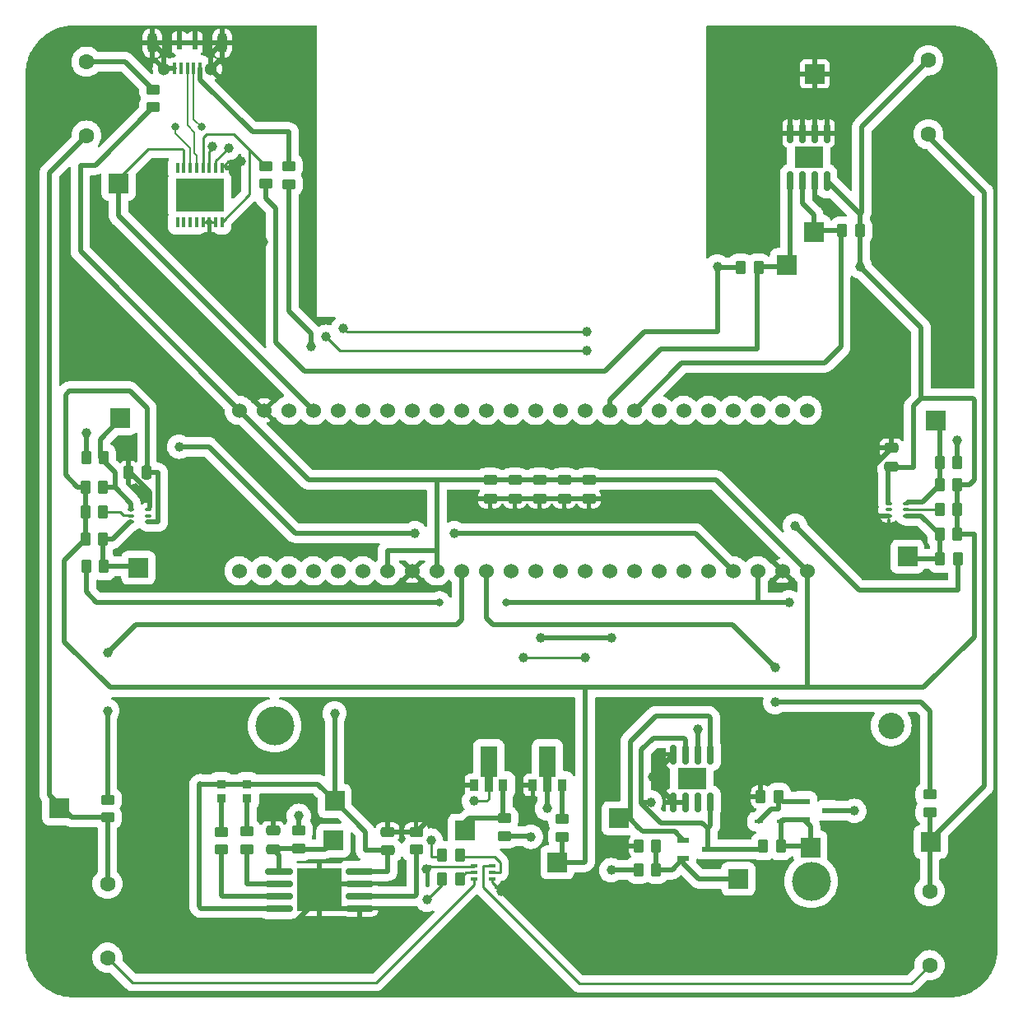
<source format=gbr>
%TF.GenerationSoftware,KiCad,Pcbnew,(7.0.0)*%
%TF.CreationDate,2023-04-14T09:52:48+02:00*%
%TF.ProjectId,EEE3088,45454533-3038-4382-9e6b-696361645f70,Rev_0*%
%TF.SameCoordinates,Original*%
%TF.FileFunction,Copper,L1,Top*%
%TF.FilePolarity,Positive*%
%FSLAX46Y46*%
G04 Gerber Fmt 4.6, Leading zero omitted, Abs format (unit mm)*
G04 Created by KiCad (PCBNEW (7.0.0)) date 2023-04-14 09:52:48*
%MOMM*%
%LPD*%
G01*
G04 APERTURE LIST*
G04 Aperture macros list*
%AMRoundRect*
0 Rectangle with rounded corners*
0 $1 Rounding radius*
0 $2 $3 $4 $5 $6 $7 $8 $9 X,Y pos of 4 corners*
0 Add a 4 corners polygon primitive as box body*
4,1,4,$2,$3,$4,$5,$6,$7,$8,$9,$2,$3,0*
0 Add four circle primitives for the rounded corners*
1,1,$1+$1,$2,$3*
1,1,$1+$1,$4,$5*
1,1,$1+$1,$6,$7*
1,1,$1+$1,$8,$9*
0 Add four rect primitives between the rounded corners*
20,1,$1+$1,$2,$3,$4,$5,0*
20,1,$1+$1,$4,$5,$6,$7,0*
20,1,$1+$1,$6,$7,$8,$9,0*
20,1,$1+$1,$8,$9,$2,$3,0*%
%AMFreePoly0*
4,1,9,3.862500,-0.866500,0.737500,-0.866500,0.737500,-0.450000,-0.737500,-0.450000,-0.737500,0.450000,0.737500,0.450000,0.737500,0.866500,3.862500,0.866500,3.862500,-0.866500,3.862500,-0.866500,$1*%
G04 Aperture macros list end*
%TA.AperFunction,SMDPad,CuDef*%
%ADD10R,2.000000X2.000000*%
%TD*%
%TA.AperFunction,SMDPad,CuDef*%
%ADD11RoundRect,0.250000X-0.262500X-0.450000X0.262500X-0.450000X0.262500X0.450000X-0.262500X0.450000X0*%
%TD*%
%TA.AperFunction,SMDPad,CuDef*%
%ADD12RoundRect,0.250000X-0.475000X0.250000X-0.475000X-0.250000X0.475000X-0.250000X0.475000X0.250000X0*%
%TD*%
%TA.AperFunction,SMDPad,CuDef*%
%ADD13R,1.200000X0.600000*%
%TD*%
%TA.AperFunction,SMDPad,CuDef*%
%ADD14RoundRect,0.150000X-0.150000X0.825000X-0.150000X-0.825000X0.150000X-0.825000X0.150000X0.825000X0*%
%TD*%
%TA.AperFunction,SMDPad,CuDef*%
%ADD15R,3.000000X2.290000*%
%TD*%
%TA.AperFunction,SMDPad,CuDef*%
%ADD16RoundRect,0.250000X0.262500X0.450000X-0.262500X0.450000X-0.262500X-0.450000X0.262500X-0.450000X0*%
%TD*%
%TA.AperFunction,SMDPad,CuDef*%
%ADD17R,0.950000X0.900000*%
%TD*%
%TA.AperFunction,SMDPad,CuDef*%
%ADD18RoundRect,0.250000X-0.450000X0.262500X-0.450000X-0.262500X0.450000X-0.262500X0.450000X0.262500X0*%
%TD*%
%TA.AperFunction,ComponentPad*%
%ADD19C,1.524000*%
%TD*%
%TA.AperFunction,SMDPad,CuDef*%
%ADD20R,0.900000X1.300000*%
%TD*%
%TA.AperFunction,SMDPad,CuDef*%
%ADD21FreePoly0,90.000000*%
%TD*%
%TA.AperFunction,SMDPad,CuDef*%
%ADD22R,0.400000X1.250000*%
%TD*%
%TA.AperFunction,SMDPad,CuDef*%
%ADD23R,0.600000X1.350000*%
%TD*%
%TA.AperFunction,ComponentPad*%
%ADD24O,1.070000X2.140000*%
%TD*%
%TA.AperFunction,ComponentPad*%
%ADD25C,1.300000*%
%TD*%
%TA.AperFunction,SMDPad,CuDef*%
%ADD26RoundRect,0.250000X0.250000X0.475000X-0.250000X0.475000X-0.250000X-0.475000X0.250000X-0.475000X0*%
%TD*%
%TA.AperFunction,SMDPad,CuDef*%
%ADD27R,0.820000X0.460000*%
%TD*%
%TA.AperFunction,SMDPad,CuDef*%
%ADD28RoundRect,0.175000X1.250000X0.175000X-1.250000X0.175000X-1.250000X-0.175000X1.250000X-0.175000X0*%
%TD*%
%TA.AperFunction,SMDPad,CuDef*%
%ADD29R,4.570000X4.450000*%
%TD*%
%TA.AperFunction,SMDPad,CuDef*%
%ADD30RoundRect,0.250000X0.475000X-0.250000X0.475000X0.250000X-0.475000X0.250000X-0.475000X-0.250000X0*%
%TD*%
%TA.AperFunction,ComponentPad*%
%ADD31C,1.600000*%
%TD*%
%TA.AperFunction,SMDPad,CuDef*%
%ADD32R,0.450000X1.050000*%
%TD*%
%TA.AperFunction,SMDPad,CuDef*%
%ADD33R,5.000000X3.400000*%
%TD*%
%TA.AperFunction,SMDPad,CuDef*%
%ADD34RoundRect,0.250000X0.450000X-0.262500X0.450000X0.262500X-0.450000X0.262500X-0.450000X-0.262500X0*%
%TD*%
%TA.AperFunction,SMDPad,CuDef*%
%ADD35RoundRect,0.075000X-0.250000X-0.075000X0.250000X-0.075000X0.250000X0.075000X-0.250000X0.075000X0*%
%TD*%
%TA.AperFunction,SMDPad,CuDef*%
%ADD36R,0.650000X0.400000*%
%TD*%
%TA.AperFunction,SMDPad,CuDef*%
%ADD37RoundRect,0.075000X0.250000X0.075000X-0.250000X0.075000X-0.250000X-0.075000X0.250000X-0.075000X0*%
%TD*%
%TA.AperFunction,ComponentPad*%
%ADD38C,4.000000*%
%TD*%
%TA.AperFunction,ComponentPad*%
%ADD39C,2.700000*%
%TD*%
%TA.AperFunction,ViaPad*%
%ADD40C,1.000000*%
%TD*%
%TA.AperFunction,ViaPad*%
%ADD41C,4.000000*%
%TD*%
%TA.AperFunction,ViaPad*%
%ADD42C,0.800000*%
%TD*%
%TA.AperFunction,Conductor*%
%ADD43C,0.500000*%
%TD*%
%TA.AperFunction,Conductor*%
%ADD44C,0.250000*%
%TD*%
%TA.AperFunction,Conductor*%
%ADD45C,0.200000*%
%TD*%
G04 APERTURE END LIST*
D10*
%TO.P,TP15,1,1*%
%TO.N,/Microcontroller/EEPROM_SCL*%
X131075999Y-71246999D03*
%TD*%
D11*
%TO.P,R30,1*%
%TO.N,+3.3V*%
X123571000Y-74918000D03*
%TO.P,R30,2*%
%TO.N,/Microcontroller/EEPROM_SDA*%
X125396000Y-74918000D03*
%TD*%
D10*
%TO.P,TP12,1,1*%
%TO.N,Net-(U3-SCL)*%
X140715999Y-104647999D03*
%TD*%
D12*
%TO.P,C9,1*%
%TO.N,+3.3V*%
X100330000Y-96774000D03*
%TO.P,C9,2*%
%TO.N,GND*%
X100330000Y-98674000D03*
%TD*%
D10*
%TO.P,TP2,1,1*%
%TO.N,GND*%
X131190999Y-54990999D03*
%TD*%
D13*
%TO.P,N1,1*%
%TO.N,Net-(U9-VOUTA)*%
X117658999Y-133817999D03*
%TO.P,N1,2*%
%TO.N,Net-(N1-Pad2)*%
X117658999Y-135717999D03*
%TO.P,N1,3*%
%TO.N,/Power_Subsystem/V-pos*%
X120158999Y-134767999D03*
%TD*%
D10*
%TO.P,TP1,1,1*%
%TO.N,Net-(Z1-K)*%
X130739999Y-134574999D03*
%TD*%
D11*
%TO.P,R20,1*%
%TO.N,Net-(U3-SDA)*%
X144018000Y-94996000D03*
%TO.P,R20,2*%
%TO.N,/Microcontroller/SDASense_1*%
X145843000Y-94996000D03*
%TD*%
D10*
%TO.P,TP9,1,1*%
%TO.N,Net-(R11-Pad1)*%
X143128999Y-133984999D03*
%TD*%
%TO.P,TP13,1,1*%
%TO.N,Net-(U4-SDA)*%
X61594999Y-105790999D03*
%TD*%
D14*
%TO.P,U6,1,A0*%
%TO.N,GND*%
X132461000Y-61087000D03*
%TO.P,U6,2,A1*%
X131191000Y-61087000D03*
%TO.P,U6,3,A2*%
X129921000Y-61087000D03*
%TO.P,U6,4,GND*%
X128651000Y-61087000D03*
%TO.P,U6,5,SDA*%
%TO.N,/Microcontroller/EEPROM_SDA*%
X128651000Y-66037000D03*
%TO.P,U6,6,SCL*%
%TO.N,/Microcontroller/EEPROM_SCL*%
X129921000Y-66037000D03*
%TO.P,U6,7,WP*%
%TO.N,GND*%
X131191000Y-66037000D03*
%TO.P,U6,8,VCC*%
%TO.N,+3.3V*%
X132461000Y-66037000D03*
D15*
%TO.P,U6,9*%
%TO.N,N/C*%
X130555999Y-63561999D03*
%TD*%
D16*
%TO.P,R8,1*%
%TO.N,Net-(N1-Pad2)*%
X114888500Y-134448000D03*
%TO.P,R8,2*%
%TO.N,GND*%
X113063500Y-134448000D03*
%TD*%
%TO.P,R24,1*%
%TO.N,+3.3V*%
X145843000Y-97282000D03*
%TO.P,R24,2*%
%TO.N,Net-(U3-SDA)*%
X144018000Y-97282000D03*
%TD*%
D12*
%TO.P,C5,1*%
%TO.N,+3.3V*%
X105410000Y-96774000D03*
%TO.P,C5,2*%
%TO.N,GND*%
X105410000Y-98674000D03*
%TD*%
D10*
%TO.P,TP6,1,1*%
%TO.N,Net-(N1-Pad2)*%
X123316999Y-137794999D03*
%TD*%
%TO.P,TP16,1,1*%
%TO.N,/Microcontroller/EEPROM_SDA*%
X128316999Y-74663999D03*
%TD*%
D17*
%TO.P,LED2,1*%
%TO.N,Net-(LED2-Pad1)*%
X72770999Y-129539999D03*
%TO.P,LED2,2*%
%TO.N,+5V*%
X72770999Y-128039999D03*
%TD*%
D18*
%TO.P,R3,1*%
%TO.N,GND*%
X90170000Y-132969000D03*
%TO.P,R3,2*%
%TO.N,Net-(U8-PROG)*%
X90170000Y-134794000D03*
%TD*%
D12*
%TO.P,C8,1*%
%TO.N,+3.3V*%
X107950000Y-96774000D03*
%TO.P,C8,2*%
%TO.N,GND*%
X107950000Y-98674000D03*
%TD*%
D11*
%TO.P,R25,1*%
%TO.N,+3.3V*%
X56132000Y-102862000D03*
%TO.P,R25,2*%
%TO.N,Net-(U4-SDA)*%
X57957000Y-102862000D03*
%TD*%
D19*
%TO.P,U5,1,VBAT*%
%TO.N,unconnected-(U5-VBAT-Pad1)*%
X71980000Y-106110000D03*
%TO.P,U5,2,PC13*%
%TO.N,unconnected-(U5-PC13-Pad2)*%
X74520000Y-106110000D03*
%TO.P,U5,3,PC14*%
%TO.N,unconnected-(U5-PC14-Pad3)*%
X77060000Y-106110000D03*
%TO.P,U5,4,PC15*%
%TO.N,unconnected-(U5-PC15-Pad4)*%
X79600000Y-106110000D03*
%TO.P,U5,5,PF0*%
%TO.N,unconnected-(U5-PF0-Pad5)*%
X82140000Y-106110000D03*
%TO.P,U5,6,PF1*%
%TO.N,unconnected-(U5-PF1-Pad6)*%
X84680000Y-106110000D03*
%TO.P,U5,7,NRST*%
%TO.N,+3.3V*%
X87220000Y-106110000D03*
%TO.P,U5,8,GND*%
%TO.N,GND*%
X89760000Y-106110000D03*
%TO.P,U5,9,V+*%
%TO.N,+3.3V*%
X92300000Y-106110000D03*
%TO.P,U5,10,PA0*%
%TO.N,/Microcontroller/LDR_Vout2*%
X94840000Y-106110000D03*
%TO.P,U5,11,PA1*%
%TO.N,/Microcontroller/LDR_Vout1*%
X97380000Y-106110000D03*
%TO.P,U5,12,PA2*%
%TO.N,unconnected-(U5-PA2-Pad12)*%
X99920000Y-106110000D03*
%TO.P,U5,13,PA3*%
%TO.N,unconnected-(U5-PA3-Pad13)*%
X102460000Y-106110000D03*
%TO.P,U5,14,PA4*%
%TO.N,/Microcontroller/Analogue_Enable1*%
X105000000Y-106110000D03*
%TO.P,U5,15,PA5*%
%TO.N,/Microcontroller/Analogue_Enable2*%
X107540000Y-106110000D03*
%TO.P,U5,16,PA6*%
%TO.N,unconnected-(U5-PA6-Pad16)*%
X110080000Y-106110000D03*
%TO.P,U5,17,PA7*%
%TO.N,unconnected-(U5-PA7-Pad17)*%
X112620000Y-106110000D03*
%TO.P,U5,18,PB0*%
%TO.N,unconnected-(U5-PB0-Pad18)*%
X115160000Y-106110000D03*
%TO.P,U5,19,PB1*%
%TO.N,unconnected-(U5-PB1-Pad19)*%
X117700000Y-106110000D03*
%TO.P,U5,20,PB2*%
%TO.N,unconnected-(U5-PB2-Pad20)*%
X120240000Y-106110000D03*
%TO.P,U5,21,PB10*%
%TO.N,/Microcontroller/SCLSense*%
X122780000Y-106110000D03*
%TO.P,U5,22,PB11*%
%TO.N,/Microcontroller/SDASense_1*%
X125320000Y-106110000D03*
%TO.P,U5,23,GND*%
%TO.N,GND*%
X127860000Y-106110000D03*
%TO.P,U5,24,V+*%
%TO.N,+3.3V*%
X130400000Y-106110000D03*
%TO.P,U5,25,PB12*%
%TO.N,unconnected-(U5-PB12-Pad25)*%
X130400000Y-89600000D03*
%TO.P,U5,26,PB13*%
%TO.N,unconnected-(U5-PB13-Pad26)*%
X127860000Y-89600000D03*
%TO.P,U5,27,PB14*%
%TO.N,unconnected-(U5-PB14-Pad27)*%
X125320000Y-89600000D03*
%TO.P,U5,28,PB15*%
%TO.N,unconnected-(U5-PB15-Pad28)*%
X122780000Y-89600000D03*
%TO.P,U5,29,PA8*%
%TO.N,unconnected-(U5-PA8-Pad29)*%
X120240000Y-89600000D03*
%TO.P,U5,30,PA9*%
%TO.N,/Microcontroller/USB_RXD*%
X117700000Y-89600000D03*
%TO.P,U5,31,PA10*%
%TO.N,/Microcontroller/USB_TXD*%
X115160000Y-89600000D03*
%TO.P,U5,32,PA11*%
%TO.N,/Microcontroller/EEPROM_SCL*%
X112620000Y-89600000D03*
%TO.P,U5,33,PA12*%
%TO.N,/Microcontroller/EEPROM_SDA*%
X110080000Y-89600000D03*
%TO.P,U5,34,PA13*%
%TO.N,unconnected-(U5-PA13-Pad34)*%
X107540000Y-89600000D03*
%TO.P,U5,35,PF6*%
%TO.N,unconnected-(U5-PF6-Pad35)*%
X105000000Y-89600000D03*
%TO.P,U5,36,PF7*%
%TO.N,unconnected-(U5-PF7-Pad36)*%
X102460000Y-89600000D03*
%TO.P,U5,37,PA14*%
%TO.N,unconnected-(U5-PA14-Pad37)*%
X99920000Y-89600000D03*
%TO.P,U5,38,PA15*%
%TO.N,unconnected-(U5-PA15-Pad38)*%
X97380000Y-89600000D03*
%TO.P,U5,39,PB3*%
%TO.N,unconnected-(U5-PB3-Pad39)*%
X94840000Y-89600000D03*
%TO.P,U5,40,PB4*%
%TO.N,unconnected-(U5-PB4-Pad40)*%
X92300000Y-89600000D03*
%TO.P,U5,41,PB5*%
%TO.N,unconnected-(U5-PB5-Pad41)*%
X89760000Y-89600000D03*
%TO.P,U5,42,PB6*%
%TO.N,unconnected-(U5-PB6-Pad42)*%
X87220000Y-89600000D03*
%TO.P,U5,43,PB7*%
%TO.N,unconnected-(U5-PB7-Pad43)*%
X84680000Y-89600000D03*
%TO.P,U5,44,BOOT*%
%TO.N,unconnected-(U5-BOOT-Pad44)*%
X82140000Y-89600000D03*
%TO.P,U5,45,PB8*%
%TO.N,/Microcontroller/USB_TIMIN*%
X79600000Y-89600000D03*
%TO.P,U5,46,PB9*%
%TO.N,unconnected-(U5-PB9-Pad46)*%
X77060000Y-89600000D03*
%TO.P,U5,47,GND*%
%TO.N,GND*%
X74520000Y-89600000D03*
%TO.P,U5,48,V+*%
%TO.N,+3.3V*%
X71980000Y-89600000D03*
%TD*%
D11*
%TO.P,R32,1*%
%TO.N,/Microcontroller/Analogue_Enable2*%
X92837000Y-135382000D03*
%TO.P,R32,2*%
%TO.N,Net-(Q1B-B2)*%
X94662000Y-135382000D03*
%TD*%
%TO.P,R27,1*%
%TO.N,+3.3V*%
X56132000Y-100068000D03*
%TO.P,R27,2*%
%TO.N,Net-(U4-INT)*%
X57957000Y-100068000D03*
%TD*%
D10*
%TO.P,TP7,1,1*%
%TO.N,Net-(U1-VO)*%
X95179999Y-132841999D03*
%TD*%
%TO.P,TP3,1,1*%
%TO.N,+5V*%
X81787999Y-129793999D03*
%TD*%
D20*
%TO.P,U1,1*%
%TO.N,GND*%
X96138999Y-128142999D03*
D21*
%TO.P,U1,2,VI*%
%TO.N,/Power_Subsystem/V-pos*%
X97639000Y-128055500D03*
D20*
%TO.P,U1,3,VO*%
%TO.N,Net-(U1-VO)*%
X99138999Y-128142999D03*
%TD*%
D10*
%TO.P,TP4,1,1*%
%TO.N,Net-(U8-BAT)*%
X81660999Y-133857999D03*
%TD*%
D18*
%TO.P,R9,1*%
%TO.N,Net-(U2-VO)*%
X105213000Y-131652000D03*
%TO.P,R9,2*%
%TO.N,+3.3V*%
X105213000Y-133477000D03*
%TD*%
D22*
%TO.P,J1,1,VBUS*%
%TO.N,Net-(J1-VBUS)*%
X67936999Y-54440999D03*
%TO.P,J1,2,D-*%
%TO.N,/Microcontroller/USB_D-*%
X67286999Y-54440999D03*
%TO.P,J1,3,D+*%
%TO.N,/Microcontroller/USB_D+*%
X66636999Y-54440999D03*
%TO.P,J1,4,ID*%
%TO.N,unconnected-(J1-ID-Pad4)*%
X65986999Y-54440999D03*
%TO.P,J1,5,GND*%
%TO.N,GND*%
X65336999Y-54440999D03*
D23*
%TO.P,J1,S1,SHIELD*%
X65836999Y-51790999D03*
%TO.P,J1,S2,SHIELD*%
X67436999Y-51790999D03*
D24*
%TO.P,J1,S3,SHIELD*%
X63036999Y-51815999D03*
D25*
%TO.P,J1,S4,SHIELD*%
X64212000Y-54466000D03*
%TO.P,J1,S5,SHIELD*%
X69062000Y-54466000D03*
D24*
%TO.P,J1,S6,SHIELD*%
X70236999Y-51815999D03*
%TD*%
D26*
%TO.P,C3,1*%
%TO.N,+3.3V*%
X62479000Y-96002000D03*
%TO.P,C3,2*%
%TO.N,GND*%
X60579000Y-96002000D03*
%TD*%
D11*
%TO.P,R33,1*%
%TO.N,/Microcontroller/Analogue_Enable1*%
X92837000Y-137795000D03*
%TO.P,R33,2*%
%TO.N,Net-(Q1A-B1)*%
X94662000Y-137795000D03*
%TD*%
%TO.P,R23,1*%
%TO.N,+3.3V*%
X56132000Y-97528000D03*
%TO.P,R23,2*%
%TO.N,Net-(U4-SCL)*%
X57957000Y-97528000D03*
%TD*%
%TO.P,R18,1*%
%TO.N,/Microcontroller/SDASense_1*%
X56235500Y-105656000D03*
%TO.P,R18,2*%
%TO.N,Net-(U4-SDA)*%
X58060500Y-105656000D03*
%TD*%
D27*
%TO.P,Z1,1,K*%
%TO.N,Net-(Z1-K)*%
X127705999Y-131907999D03*
%TO.P,Z1,2,A*%
%TO.N,Net-(Z1-A)*%
X125405999Y-131907999D03*
%TD*%
D11*
%TO.P,R2,1*%
%TO.N,GND*%
X125636500Y-129368000D03*
%TO.P,R2,2*%
%TO.N,Net-(Z1-A)*%
X127461500Y-129368000D03*
%TD*%
%TO.P,R19,1*%
%TO.N,/Microcontroller/SCLSense*%
X56235500Y-94480000D03*
%TO.P,R19,2*%
%TO.N,Net-(U4-SCL)*%
X58060500Y-94480000D03*
%TD*%
D28*
%TO.P,U8,1,TEMP*%
%TO.N,GND*%
X84361000Y-140823000D03*
%TO.P,U8,2,PROG*%
%TO.N,Net-(U8-PROG)*%
X84361000Y-139553000D03*
%TO.P,U8,3,GND*%
%TO.N,GND*%
X84361000Y-138283000D03*
%TO.P,U8,4,VCC*%
%TO.N,+5V*%
X84361000Y-137013000D03*
%TO.P,U8,5,BAT*%
%TO.N,Net-(U8-BAT)*%
X76061000Y-137013000D03*
%TO.P,U8,6,~{STDBY}*%
%TO.N,Net-(U8-~{STDBY})*%
X76061000Y-138283000D03*
%TO.P,U8,7,~{CHRG}*%
%TO.N,Net-(U8-~{CHRG})*%
X76061000Y-139553000D03*
%TO.P,U8,8,CE*%
%TO.N,+5V*%
X76061000Y-140823000D03*
D29*
%TO.P,U8,9,EP*%
%TO.N,GND*%
X80210999Y-138917999D03*
%TD*%
D13*
%TO.P,P1,1*%
%TO.N,Net-(Z1-A)*%
X130064999Y-129814999D03*
%TO.P,P1,2*%
%TO.N,Net-(Z1-K)*%
X130064999Y-131714999D03*
%TO.P,P1,3*%
%TO.N,/Power_Subsystem/Vbat*%
X132564999Y-130764999D03*
%TD*%
D10*
%TO.P,TP14,1,1*%
%TO.N,Net-(U4-SCL)*%
X59689999Y-90423999D03*
%TD*%
D18*
%TO.P,R13,1*%
%TO.N,Net-(R13-Pad1)*%
X63119000Y-56595000D03*
%TO.P,R13,2*%
%TO.N,+3.3V*%
X63119000Y-58420000D03*
%TD*%
D30*
%TO.P,C4,1*%
%TO.N,+3.3V*%
X139065000Y-95377000D03*
%TO.P,C4,2*%
%TO.N,GND*%
X139065000Y-93477000D03*
%TD*%
D31*
%TO.P,R17,1*%
%TO.N,+3.3V*%
X142875000Y-53594000D03*
%TO.P,R17,2*%
%TO.N,Net-(R11-Pad1)*%
X142875000Y-61194000D03*
%TD*%
D17*
%TO.P,LED1,1*%
%TO.N,Net-(LED1-Pad1)*%
X70103999Y-129539999D03*
%TO.P,LED1,2*%
%TO.N,+5V*%
X70103999Y-128039999D03*
%TD*%
D16*
%TO.P,R4,1*%
%TO.N,Net-(Z1-K)*%
X127692000Y-134448000D03*
%TO.P,R4,2*%
%TO.N,/Power_Subsystem/V-pos*%
X125867000Y-134448000D03*
%TD*%
D32*
%TO.P,U7,1,GND*%
%TO.N,GND*%
X70189999Y-64671599D03*
%TO.P,U7,2,TXD*%
%TO.N,/Microcontroller/USB_TXD*%
X69539999Y-64671599D03*
%TO.P,U7,3,RXD*%
%TO.N,/Microcontroller/USB_RXD*%
X68889999Y-64671599D03*
%TO.P,U7,4,V3*%
%TO.N,Net-(U7-V3)*%
X68239999Y-64671599D03*
%TO.P,U7,5,UD+*%
%TO.N,/Microcontroller/USB_D+*%
X67589999Y-64671599D03*
%TO.P,U7,6,UD-*%
%TO.N,/Microcontroller/USB_D-*%
X66939999Y-64671599D03*
%TO.P,U7,7,XI*%
%TO.N,/Microcontroller/USB_TIMIN*%
X66289999Y-64671599D03*
%TO.P,U7,8,XO*%
%TO.N,unconnected-(U7-XO-Pad8)*%
X65639999Y-64671599D03*
%TO.P,U7,9,~{CTS}*%
%TO.N,unconnected-(U7-~{CTS}-Pad9)*%
X65639999Y-70221599D03*
%TO.P,U7,10,~{DSR}*%
%TO.N,unconnected-(U7-~{DSR}-Pad10)*%
X66289999Y-70221599D03*
%TO.P,U7,11,~{RI}*%
%TO.N,unconnected-(U7-~{RI}-Pad11)*%
X66939999Y-70221599D03*
%TO.P,U7,12,~{DCD}*%
%TO.N,unconnected-(U7-~{DCD}-Pad12)*%
X67589999Y-70221599D03*
%TO.P,U7,13,~{DTR}*%
%TO.N,GND*%
X68239999Y-70221599D03*
%TO.P,U7,14,~{RTS}*%
X68889999Y-70221599D03*
%TO.P,U7,15,RS232*%
X69539999Y-70221599D03*
%TO.P,U7,16,VCC*%
%TO.N,Net-(U7-V3)*%
X70189999Y-70221599D03*
D33*
%TO.P,U7,17*%
%TO.N,N/C*%
X67914999Y-67446599D03*
%TD*%
D18*
%TO.P,R28,1*%
%TO.N,Net-(J1-VBUS)*%
X77089000Y-64492500D03*
%TO.P,R28,2*%
%TO.N,+5V*%
X77089000Y-66317500D03*
%TD*%
D16*
%TO.P,R29,1*%
%TO.N,+3.3V*%
X135822000Y-71120000D03*
%TO.P,R29,2*%
%TO.N,/Microcontroller/EEPROM_SCL*%
X133997000Y-71120000D03*
%TD*%
D10*
%TO.P,TP17,1,1*%
%TO.N,/Microcontroller/USB_TIMIN*%
X59562999Y-66293999D03*
%TD*%
D12*
%TO.P,C7,1*%
%TO.N,+3.3V*%
X97790000Y-96774000D03*
%TO.P,C7,2*%
%TO.N,GND*%
X97790000Y-98674000D03*
%TD*%
D30*
%TO.P,C2,1*%
%TO.N,Net-(U8-BAT)*%
X75438000Y-134747000D03*
%TO.P,C2,2*%
%TO.N,GND*%
X75438000Y-132847000D03*
%TD*%
D10*
%TO.P,TP10,1,1*%
%TO.N,Net-(R12-Pad2)*%
X53466999Y-130555999D03*
%TD*%
%TO.P,TP11,1,1*%
%TO.N,Net-(U3-SDA)*%
X143636999Y-90677999D03*
%TD*%
D18*
%TO.P,R5,1*%
%TO.N,Net-(LED2-Pad1)*%
X72771000Y-132922000D03*
%TO.P,R5,2*%
%TO.N,Net-(U8-~{STDBY})*%
X72771000Y-134747000D03*
%TD*%
D34*
%TO.P,R11,1*%
%TO.N,Net-(R11-Pad1)*%
X143002000Y-130937000D03*
%TO.P,R11,2*%
%TO.N,/Microcontroller/LDR_Vout1*%
X143002000Y-129112000D03*
%TD*%
D30*
%TO.P,C1,1*%
%TO.N,+5V*%
X87249000Y-134874000D03*
%TO.P,C1,2*%
%TO.N,GND*%
X87249000Y-132974000D03*
%TD*%
D20*
%TO.P,U2,1*%
%TO.N,GND*%
X102188999Y-128142999D03*
D21*
%TO.P,U2,2,VI*%
%TO.N,/Power_Subsystem/V-Reg*%
X103689000Y-128055500D03*
D20*
%TO.P,U2,3,VO*%
%TO.N,Net-(U2-VO)*%
X105188999Y-128142999D03*
%TD*%
D35*
%TO.P,U3,1,VDD*%
%TO.N,+3.3V*%
X138800000Y-99172000D03*
%TO.P,U3,2,NC*%
%TO.N,unconnected-(U3-NC-Pad2)*%
X138800000Y-99822000D03*
%TO.P,U3,3,GND*%
%TO.N,GND*%
X138800000Y-100472000D03*
%TO.P,U3,4,SCL*%
%TO.N,Net-(U3-SCL)*%
X140600000Y-100472000D03*
%TO.P,U3,5,INT*%
%TO.N,Net-(U3-INT)*%
X140600000Y-99822000D03*
%TO.P,U3,6,SDA*%
%TO.N,Net-(U3-SDA)*%
X140600000Y-99172000D03*
%TD*%
D31*
%TO.P,R15,1*%
%TO.N,Net-(R13-Pad1)*%
X56261000Y-53731000D03*
%TO.P,R15,2*%
%TO.N,Net-(R12-Pad2)*%
X56261000Y-61331000D03*
%TD*%
D12*
%TO.P,C6,1*%
%TO.N,+3.3V*%
X102870000Y-96774000D03*
%TO.P,C6,2*%
%TO.N,GND*%
X102870000Y-98674000D03*
%TD*%
D31*
%TO.P,R16,1*%
%TO.N,Net-(R11-Pad1)*%
X143002000Y-139075000D03*
%TO.P,R16,2*%
%TO.N,Net-(Q1A-C1)*%
X143002000Y-146675000D03*
%TD*%
D16*
%TO.P,R22,1*%
%TO.N,+3.3V*%
X145843000Y-102362000D03*
%TO.P,R22,2*%
%TO.N,Net-(U3-SCL)*%
X144018000Y-102362000D03*
%TD*%
%TO.P,R21,1*%
%TO.N,/Microcontroller/SCLSense*%
X145923000Y-104902000D03*
%TO.P,R21,2*%
%TO.N,Net-(U3-SCL)*%
X144098000Y-104902000D03*
%TD*%
D31*
%TO.P,R14,1*%
%TO.N,Net-(R12-Pad2)*%
X58420000Y-138303000D03*
%TO.P,R14,2*%
%TO.N,Net-(Q1B-C2)*%
X58420000Y-145903000D03*
%TD*%
D34*
%TO.P,R1,1*%
%TO.N,Net-(U8-~{CHRG})*%
X70104000Y-134794000D03*
%TO.P,R1,2*%
%TO.N,Net-(LED1-Pad1)*%
X70104000Y-132969000D03*
%TD*%
D10*
%TO.P,TP5,1,1*%
%TO.N,Net-(U9-VOUTA)*%
X110997999Y-131571999D03*
%TD*%
D36*
%TO.P,Q1,1,E1*%
%TO.N,GND*%
X96138999Y-136494999D03*
%TO.P,Q1,2,B1*%
%TO.N,Net-(Q1A-B1)*%
X96138999Y-137144999D03*
%TO.P,Q1,3,C2*%
%TO.N,Net-(Q1B-C2)*%
X96138999Y-137794999D03*
%TO.P,Q1,4,E2*%
%TO.N,GND*%
X98038999Y-137794999D03*
%TO.P,Q1,5,B2*%
%TO.N,Net-(Q1B-B2)*%
X98038999Y-137144999D03*
%TO.P,Q1,6,C1*%
%TO.N,Net-(Q1A-C1)*%
X98038999Y-136494999D03*
%TD*%
D18*
%TO.P,R12,1*%
%TO.N,/Microcontroller/LDR_Vout2*%
X58420000Y-129657000D03*
%TO.P,R12,2*%
%TO.N,Net-(R12-Pad2)*%
X58420000Y-131482000D03*
%TD*%
%TO.P,R10,1*%
%TO.N,Net-(U1-VO)*%
X99244000Y-131572000D03*
%TO.P,R10,2*%
%TO.N,/Power_Subsystem/3.3-back*%
X99244000Y-133397000D03*
%TD*%
D16*
%TO.P,R7,1*%
%TO.N,Net-(N1-Pad2)*%
X114888500Y-136861000D03*
%TO.P,R7,2*%
%TO.N,/Power_Subsystem/V-Reg*%
X113063500Y-136861000D03*
%TD*%
D10*
%TO.P,TP8,1,1*%
%TO.N,+3.3V*%
X104704999Y-136098999D03*
%TD*%
D16*
%TO.P,R26,1*%
%TO.N,+3.3V*%
X145843000Y-99822000D03*
%TO.P,R26,2*%
%TO.N,Net-(U3-INT)*%
X144018000Y-99822000D03*
%TD*%
D14*
%TO.P,U9,1,VOUTA*%
%TO.N,Net-(U9-VOUTA)*%
X120453000Y-124988000D03*
%TO.P,U9,2,VINA-*%
%TO.N,/Power_Subsystem/3.3-back*%
X119183000Y-124988000D03*
%TO.P,U9,3,VINA+*%
%TO.N,/Power_Subsystem/V-pos*%
X117913000Y-124988000D03*
%TO.P,U9,4,VSS*%
%TO.N,GND*%
X116643000Y-124988000D03*
%TO.P,U9,5,VINB+*%
X116643000Y-129938000D03*
%TO.P,U9,6,VINB-*%
X117913000Y-129938000D03*
%TO.P,U9,7,VOUTB*%
%TO.N,unconnected-(U9-VOUTB-Pad7)*%
X119183000Y-129938000D03*
%TO.P,U9,8,VDD*%
%TO.N,/Power_Subsystem/V-pos*%
X120453000Y-129938000D03*
D15*
%TO.P,U9,9*%
%TO.N,N/C*%
X118547999Y-127462999D03*
%TD*%
D34*
%TO.P,R6,1*%
%TO.N,Net-(U8-BAT)*%
X78105000Y-134667000D03*
%TO.P,R6,2*%
%TO.N,/Power_Subsystem/Vbat*%
X78105000Y-132842000D03*
%TD*%
D37*
%TO.P,U4,1,VDD*%
%TO.N,+3.3V*%
X62624000Y-101095000D03*
%TO.P,U4,2,NC*%
%TO.N,unconnected-(U4-NC-Pad2)*%
X62624000Y-100445000D03*
%TO.P,U4,3,GND*%
%TO.N,GND*%
X62624000Y-99795000D03*
%TO.P,U4,4,SCL*%
%TO.N,Net-(U4-SCL)*%
X60824000Y-99795000D03*
%TO.P,U4,5,INT*%
%TO.N,Net-(U4-INT)*%
X60824000Y-100445000D03*
%TO.P,U4,6,SDA*%
%TO.N,Net-(U4-SDA)*%
X60824000Y-101095000D03*
%TD*%
D34*
%TO.P,R31,1*%
%TO.N,+3.3V*%
X74676000Y-66294000D03*
%TO.P,R31,2*%
%TO.N,Net-(U7-V3)*%
X74676000Y-64469000D03*
%TD*%
D38*
%TO.P,Battery-Holder1,*%
%TO.N,*%
X75625000Y-122048000D03*
X130825000Y-138048000D03*
D39*
X139045000Y-122048000D03*
%TD*%
D40*
%TO.N,GND*%
X114484000Y-127336000D03*
X125660000Y-127590000D03*
D41*
X75000000Y-55000000D03*
D40*
X110490000Y-134366000D03*
X68961000Y-72263000D03*
X60579000Y-93980000D03*
X87249000Y-129921000D03*
X75438000Y-131064000D03*
D41*
X75000000Y-145000000D03*
D40*
X74422000Y-72263000D03*
X135128000Y-100457000D03*
D41*
X125000000Y-55000000D03*
D40*
X132461000Y-68834000D03*
X98933000Y-139065000D03*
X110236000Y-98679000D03*
D41*
X125000000Y-145000000D03*
D40*
X91186000Y-136779000D03*
X72136000Y-64008000D03*
%TO.N,+3.3V*%
X121158000Y-74803000D03*
X135822000Y-74803000D03*
%TO.N,/Microcontroller/USB_TXD*%
X80899000Y-82042000D03*
X70866000Y-62611000D03*
X107696000Y-83439000D03*
%TO.N,/Microcontroller/USB_RXD*%
X82677000Y-81153000D03*
X107696000Y-81534000D03*
X69215000Y-62484000D03*
%TO.N,/Power_Subsystem/V-pos*%
X96139000Y-129794000D03*
X114300000Y-129921000D03*
%TO.N,/Power_Subsystem/Vbat*%
X135255000Y-130810000D03*
X78105000Y-131318000D03*
X110236000Y-113030000D03*
X102997000Y-113030000D03*
%TO.N,/Power_Subsystem/V-Reg*%
X103632000Y-130556000D03*
X110236000Y-136906000D03*
%TO.N,/Power_Subsystem/3.3-back*%
X101981000Y-133477000D03*
X119126000Y-122428000D03*
%TO.N,+5V*%
X81788000Y-120777000D03*
X79375000Y-83058000D03*
%TO.N,/Microcontroller/LDR_Vout1*%
X127127000Y-119634000D03*
X127127000Y-116078000D03*
%TO.N,/Microcontroller/LDR_Vout2*%
X58420000Y-114554000D03*
X58420000Y-120523000D03*
D42*
%TO.N,/Microcontroller/USB_D-*%
X68072000Y-60452000D03*
X65405000Y-60452000D03*
D40*
%TO.N,/Microcontroller/SCLSense*%
X56261000Y-91948000D03*
X65786000Y-93345000D03*
X129159000Y-101473000D03*
X90043000Y-102235000D03*
X94107000Y-102235000D03*
%TO.N,/Microcontroller/Analogue_Enable2*%
X91694000Y-133858000D03*
X107569000Y-115062000D03*
X101219000Y-115062000D03*
%TO.N,/Microcontroller/Analogue_Enable1*%
X91313000Y-139954000D03*
%TO.N,/Microcontroller/SDASense_1*%
X145796000Y-92710000D03*
D42*
X99441000Y-109347000D03*
X92583000Y-109347000D03*
D40*
X128524000Y-109347000D03*
%TD*%
D43*
%TO.N,Net-(R13-Pad1)*%
X56261000Y-53731000D02*
X60255000Y-53731000D01*
X60255000Y-53731000D02*
X63119000Y-56595000D01*
%TO.N,Net-(R12-Pad2)*%
X58420000Y-134229000D02*
X58420000Y-138557000D01*
X54774000Y-131482000D02*
X52451000Y-129159000D01*
X58420000Y-131482000D02*
X54774000Y-131482000D01*
X52451000Y-65131000D02*
X56388000Y-61194000D01*
X52451000Y-129159000D02*
X52451000Y-65131000D01*
X58420000Y-131482000D02*
X58420000Y-134229000D01*
%TO.N,GND*%
X97790000Y-98674000D02*
X107950000Y-98674000D01*
X75000000Y-145000000D02*
X80211000Y-139789000D01*
X131191000Y-61087000D02*
X131191000Y-54991000D01*
X60579000Y-96002000D02*
X60579000Y-93980000D01*
X100711000Y-128143000D02*
X100711000Y-122682000D01*
X137285962Y-100455962D02*
X135129038Y-100455962D01*
X80846000Y-138283000D02*
X80211000Y-138918000D01*
X110231000Y-98674000D02*
X110236000Y-98679000D01*
X80211000Y-139789000D02*
X80211000Y-138918000D01*
X62736000Y-98036000D02*
X62736000Y-99560000D01*
X128651000Y-61087000D02*
X129921000Y-61087000D01*
X84361000Y-140823000D02*
X82116000Y-140823000D01*
D44*
X91431000Y-136534000D02*
X91186000Y-136779000D01*
D43*
X125000000Y-55000000D02*
X125009000Y-54991000D01*
X113063500Y-134448000D02*
X110572000Y-134448000D01*
X65812000Y-51816000D02*
X65837000Y-51791000D01*
X116643000Y-129938000D02*
X116516000Y-129811000D01*
X137285962Y-100455962D02*
X137285962Y-95288500D01*
X69062000Y-52991000D02*
X70237000Y-51816000D01*
X107950000Y-98674000D02*
X110231000Y-98674000D01*
X90170000Y-132969000D02*
X87254000Y-132969000D01*
X64212000Y-54466000D02*
X64212000Y-52991000D01*
X69062000Y-54466000D02*
X69062000Y-52991000D01*
X115627000Y-126004000D02*
X116643000Y-124988000D01*
X82116000Y-140823000D02*
X80211000Y-138918000D01*
X100584000Y-122555000D02*
X95504000Y-122555000D01*
X131191000Y-61087000D02*
X129921000Y-61087000D01*
X64237000Y-54441000D02*
X64212000Y-54466000D01*
X70212000Y-51791000D02*
X70237000Y-51816000D01*
X110572000Y-134448000D02*
X110490000Y-134366000D01*
D44*
X68890000Y-72192000D02*
X68890000Y-70221600D01*
D43*
X94488000Y-123571000D02*
X94488000Y-127635000D01*
X131191000Y-67564000D02*
X132461000Y-68834000D01*
D44*
X98039000Y-138171000D02*
X98933000Y-139065000D01*
D43*
X63037000Y-51816000D02*
X65812000Y-51816000D01*
X87254000Y-132969000D02*
X87249000Y-132974000D01*
X96139000Y-128143000D02*
X94996000Y-128143000D01*
X125009000Y-54991000D02*
X131191000Y-54991000D01*
D44*
X70853600Y-64008000D02*
X70190000Y-64671600D01*
X72136000Y-64008000D02*
X70853600Y-64008000D01*
D43*
X84361000Y-138283000D02*
X80846000Y-138283000D01*
X132461000Y-61087000D02*
X131191000Y-61087000D01*
D44*
X96100000Y-136534000D02*
X91431000Y-136534000D01*
D43*
X75438000Y-132847000D02*
X75438000Y-131064000D01*
D44*
X74422000Y-72263000D02*
X68961000Y-72263000D01*
D43*
X137285962Y-95288500D02*
X139058962Y-93515500D01*
X116516000Y-129811000D02*
X116516000Y-129749000D01*
X65337000Y-54441000D02*
X64237000Y-54441000D01*
D44*
X68240000Y-70221600D02*
X68890000Y-70221600D01*
D43*
X138800000Y-100472000D02*
X137302000Y-100472000D01*
D44*
X98039000Y-137795000D02*
X98039000Y-138171000D01*
D43*
X67437000Y-51791000D02*
X70212000Y-51791000D01*
D44*
X68961000Y-72263000D02*
X68890000Y-72192000D01*
D43*
X125636500Y-129368000D02*
X125636500Y-127613500D01*
X100711000Y-122682000D02*
X100584000Y-122555000D01*
D44*
X96139000Y-136495000D02*
X96100000Y-136534000D01*
D43*
X116516000Y-129749000D02*
X115627000Y-128860000D01*
X94488000Y-127635000D02*
X94996000Y-128143000D01*
X137302000Y-100472000D02*
X137285962Y-100455962D01*
X117913000Y-129938000D02*
X116643000Y-129938000D01*
X95504000Y-122555000D02*
X94488000Y-123571000D01*
X87249000Y-132974000D02*
X87249000Y-129921000D01*
X65837000Y-51791000D02*
X67437000Y-51791000D01*
X60704000Y-96004000D02*
X62736000Y-98036000D01*
X131191000Y-66037000D02*
X131191000Y-67564000D01*
D44*
X69540000Y-70221600D02*
X68890000Y-70221600D01*
D43*
X94996000Y-128143000D02*
X90170000Y-132969000D01*
X135129038Y-100455962D02*
X135128000Y-100457000D01*
X115627000Y-127336000D02*
X114484000Y-127336000D01*
X125636500Y-127613500D02*
X125660000Y-127590000D01*
X64212000Y-52991000D02*
X63037000Y-51816000D01*
X102189000Y-128143000D02*
X100711000Y-128143000D01*
X115627000Y-127336000D02*
X115627000Y-126004000D01*
X115627000Y-128860000D02*
X115627000Y-127336000D01*
%TO.N,+3.3V*%
X141351000Y-95504000D02*
X141351000Y-89154000D01*
X147447000Y-88392000D02*
X147574000Y-88519000D01*
X92173000Y-104013000D02*
X92300000Y-103886000D01*
X56132000Y-100068000D02*
X56132000Y-102862000D01*
X113665000Y-81534000D02*
X109601000Y-85598000D01*
X138684000Y-95758000D02*
X138684000Y-99060000D01*
X121064000Y-96774000D02*
X107950000Y-96774000D01*
X142113000Y-88392000D02*
X147447000Y-88392000D01*
X105213000Y-133477000D02*
X105213000Y-135337000D01*
X104705000Y-136099000D02*
X107487000Y-136099000D01*
X53975000Y-113411000D02*
X53975000Y-105019000D01*
X55626000Y-73246000D02*
X55626000Y-64389000D01*
X139192000Y-95504000D02*
X141351000Y-95504000D01*
X135822000Y-71120000D02*
X135822000Y-69398000D01*
X147574000Y-88519000D02*
X147574000Y-96774000D01*
X75692000Y-82623503D02*
X75692000Y-68834000D01*
X121158000Y-81534000D02*
X113665000Y-81534000D01*
X56132000Y-97528000D02*
X56132000Y-100068000D01*
X130400000Y-106110000D02*
X130400000Y-118012000D01*
X136017000Y-69203000D02*
X136017000Y-60452000D01*
X130400000Y-118012000D02*
X130302000Y-118110000D01*
X135822000Y-69398000D02*
X136017000Y-69203000D01*
X147574000Y-112903000D02*
X147574000Y-102362000D01*
X87220000Y-106110000D02*
X87220000Y-104042000D01*
X87249000Y-104013000D02*
X92173000Y-104013000D01*
X147066000Y-97282000D02*
X145843000Y-97282000D01*
X62484000Y-89408000D02*
X62484000Y-95997000D01*
X92300000Y-106110000D02*
X92300000Y-103886000D01*
X121158000Y-74803000D02*
X121158000Y-81534000D01*
X107569000Y-118110000D02*
X58674000Y-118110000D01*
X135822000Y-69398000D02*
X135701000Y-69277000D01*
X145843000Y-99822000D02*
X145843000Y-102362000D01*
X135701000Y-69277000D02*
X132461000Y-66037000D01*
X62484000Y-95997000D02*
X62479000Y-96002000D01*
X63131000Y-101070000D02*
X63143000Y-101082000D01*
X145843000Y-97282000D02*
X145843000Y-99822000D01*
X62506000Y-101070000D02*
X63131000Y-101070000D01*
X56132000Y-97528000D02*
X55364000Y-97528000D01*
X63119000Y-58420000D02*
X57150000Y-64389000D01*
X54483000Y-87630000D02*
X60706000Y-87630000D01*
X58674000Y-118110000D02*
X53975000Y-113411000D01*
X105213000Y-135337000D02*
X104705000Y-135845000D01*
X57150000Y-64389000D02*
X55626000Y-64389000D01*
X107569000Y-118110000D02*
X130302000Y-118110000D01*
X107487000Y-136099000D02*
X107569000Y-136017000D01*
X121273000Y-74918000D02*
X121158000Y-74803000D01*
X135822000Y-74803000D02*
X142113000Y-81094000D01*
X63627000Y-96002000D02*
X62479000Y-96002000D01*
X109601000Y-85598000D02*
X78666497Y-85598000D01*
X75692000Y-68834000D02*
X74676000Y-67818000D01*
X87220000Y-104042000D02*
X87249000Y-104013000D01*
X147574000Y-102362000D02*
X145843000Y-102362000D01*
X60706000Y-87630000D02*
X62484000Y-89408000D01*
X147574000Y-96774000D02*
X147066000Y-97282000D01*
X130400000Y-106110000D02*
X121064000Y-96774000D01*
X53975000Y-105019000D02*
X56132000Y-102862000D01*
X135822000Y-74803000D02*
X135822000Y-71120000D01*
X139065000Y-95377000D02*
X138684000Y-95758000D01*
X142367000Y-118110000D02*
X147574000Y-112903000D01*
X55364000Y-97528000D02*
X54102000Y-96266000D01*
X107569000Y-136017000D02*
X107569000Y-118110000D01*
X97790000Y-96774000D02*
X107950000Y-96774000D01*
X71980000Y-89600000D02*
X55626000Y-73246000D01*
X139065000Y-95377000D02*
X139192000Y-95504000D01*
X71980000Y-89600000D02*
X79154000Y-96774000D01*
X92300000Y-103886000D02*
X92300000Y-96803000D01*
X142113000Y-81094000D02*
X142113000Y-88392000D01*
X54102000Y-96266000D02*
X54102000Y-88011000D01*
X130302000Y-118110000D02*
X142367000Y-118110000D01*
X79154000Y-96774000D02*
X92329000Y-96774000D01*
X123571000Y-74918000D02*
X121273000Y-74918000D01*
X92329000Y-96774000D02*
X97790000Y-96774000D01*
X78666497Y-85598000D02*
X75692000Y-82623503D01*
X141351000Y-89154000D02*
X142113000Y-88392000D01*
X63143000Y-101082000D02*
X63627000Y-101082000D01*
X136017000Y-60452000D02*
X142875000Y-53594000D01*
X63627000Y-101082000D02*
X63627000Y-96002000D01*
X54102000Y-88011000D02*
X54483000Y-87630000D01*
X74676000Y-67818000D02*
X74676000Y-66294000D01*
X92300000Y-96803000D02*
X92329000Y-96774000D01*
%TO.N,Net-(R11-Pad1)*%
X143002000Y-130937000D02*
X143002000Y-134239000D01*
X142748000Y-61321000D02*
X148590000Y-67163000D01*
X148590000Y-128270000D02*
X143002000Y-133858000D01*
X148590000Y-67163000D02*
X148590000Y-67544000D01*
X143002000Y-133858000D02*
X143002000Y-134239000D01*
X148590000Y-67544000D02*
X148590000Y-128270000D01*
X143002000Y-138821000D02*
X143002000Y-134239000D01*
D44*
%TO.N,/Microcontroller/USB_TXD*%
X69540000Y-63937000D02*
X69540000Y-64671600D01*
X70866000Y-62611000D02*
X69540000Y-63937000D01*
X80899000Y-82042000D02*
X82296000Y-83439000D01*
X82296000Y-83439000D02*
X107696000Y-83439000D01*
%TO.N,/Microcontroller/USB_RXD*%
X83058000Y-81534000D02*
X82677000Y-81153000D01*
X69215000Y-62611000D02*
X69215000Y-62484000D01*
X107696000Y-81534000D02*
X83058000Y-81534000D01*
X68890000Y-64671600D02*
X68890000Y-62936000D01*
X68890000Y-62936000D02*
X69215000Y-62611000D01*
D43*
%TO.N,Net-(Z1-K)*%
X130065000Y-131715000D02*
X127899000Y-131715000D01*
X127692000Y-134448000D02*
X127692000Y-131922000D01*
X130740000Y-132390000D02*
X130065000Y-131715000D01*
X127692000Y-131922000D02*
X127706000Y-131908000D01*
X127692000Y-134448000D02*
X130613000Y-134448000D01*
X130613000Y-134448000D02*
X130740000Y-134575000D01*
X130740000Y-134575000D02*
X130740000Y-132390000D01*
X127899000Y-131715000D02*
X127706000Y-131908000D01*
%TO.N,/Power_Subsystem/V-pos*%
X120159000Y-134768000D02*
X125547000Y-134768000D01*
D44*
X97409000Y-129794000D02*
X96139000Y-129794000D01*
D43*
X120159000Y-132583000D02*
X120453000Y-132289000D01*
X120453000Y-132289000D02*
X120453000Y-129938000D01*
X117913000Y-123501000D02*
X117729000Y-123317000D01*
D44*
X97639000Y-128055500D02*
X97639000Y-129564000D01*
D43*
X113423000Y-129921000D02*
X114300000Y-129921000D01*
D44*
X97639000Y-129564000D02*
X97409000Y-129794000D01*
D43*
X119611000Y-132035000D02*
X120159000Y-132583000D01*
X117729000Y-123317000D02*
X114566000Y-123317000D01*
X115373000Y-132035000D02*
X119611000Y-132035000D01*
X114566000Y-123317000D02*
X113341000Y-124542000D01*
X125547000Y-134768000D02*
X125867000Y-134448000D01*
X113341000Y-130003000D02*
X113423000Y-129921000D01*
X113341000Y-130003000D02*
X115373000Y-132035000D01*
X113341000Y-124542000D02*
X113341000Y-130003000D01*
X117913000Y-124988000D02*
X117913000Y-123501000D01*
X120159000Y-134768000D02*
X120159000Y-132583000D01*
%TO.N,Net-(U8-BAT)*%
X81661000Y-133858000D02*
X80772000Y-134747000D01*
X80772000Y-134747000D02*
X78185000Y-134747000D01*
X76061000Y-135370000D02*
X75438000Y-134747000D01*
X75518000Y-134667000D02*
X75438000Y-134747000D01*
X78105000Y-134667000D02*
X75518000Y-134667000D01*
X78185000Y-134747000D02*
X78105000Y-134667000D01*
X76061000Y-137013000D02*
X76061000Y-135370000D01*
%TO.N,/Power_Subsystem/Vbat*%
X102997000Y-113030000D02*
X110236000Y-113030000D01*
X135210000Y-130765000D02*
X135255000Y-130810000D01*
X78105000Y-132842000D02*
X78105000Y-131318000D01*
X132565000Y-130765000D02*
X135210000Y-130765000D01*
%TO.N,Net-(N1-Pad2)*%
X117659000Y-136201000D02*
X119253000Y-137795000D01*
X116516000Y-136861000D02*
X117659000Y-135718000D01*
X117659000Y-135718000D02*
X117659000Y-136201000D01*
X114888500Y-136861000D02*
X114888500Y-134448000D01*
X119253000Y-137795000D02*
X123317000Y-137795000D01*
X114888500Y-136861000D02*
X116516000Y-136861000D01*
%TO.N,/Power_Subsystem/V-Reg*%
X103632000Y-128112500D02*
X103689000Y-128055500D01*
X113063500Y-136861000D02*
X110281000Y-136861000D01*
X103632000Y-130556000D02*
X103632000Y-128112500D01*
X110281000Y-136861000D02*
X110236000Y-136906000D01*
%TO.N,Net-(U9-VOUTA)*%
X112198000Y-131654000D02*
X113087000Y-132543000D01*
X112116000Y-131572000D02*
X113087000Y-132543000D01*
X110998000Y-131572000D02*
X112116000Y-131572000D01*
X120269000Y-121031000D02*
X114820000Y-121031000D01*
X113468000Y-132924000D02*
X116765000Y-132924000D01*
X114820000Y-121031000D02*
X112198000Y-123653000D01*
X116765000Y-132924000D02*
X117659000Y-133818000D01*
X120453000Y-121215000D02*
X120269000Y-121031000D01*
X120453000Y-124988000D02*
X120453000Y-121215000D01*
X113087000Y-132543000D02*
X113468000Y-132924000D01*
X112198000Y-123653000D02*
X112198000Y-131654000D01*
%TO.N,Net-(U8-~{CHRG})*%
X70104000Y-139446000D02*
X70104000Y-134794000D01*
X70211000Y-139553000D02*
X70104000Y-139446000D01*
X76061000Y-139553000D02*
X70211000Y-139553000D01*
%TO.N,/Power_Subsystem/3.3-back*%
X101981000Y-133477000D02*
X101901000Y-133397000D01*
X119126000Y-122428000D02*
X119126000Y-124931000D01*
X101901000Y-133397000D02*
X99244000Y-133397000D01*
%TO.N,Net-(J1-VBUS)*%
X67937000Y-54441000D02*
X67937000Y-55566000D01*
X67937000Y-55566000D02*
X73331000Y-60960000D01*
X77089000Y-60960000D02*
X77089000Y-64492500D01*
X73331000Y-60960000D02*
X77089000Y-60960000D01*
%TO.N,+5V*%
X79375000Y-83058000D02*
X79375000Y-81661000D01*
X84963000Y-134874000D02*
X84963000Y-132969000D01*
X81788000Y-129794000D02*
X81788000Y-120777000D01*
X87249000Y-137033000D02*
X84381000Y-137033000D01*
X68052000Y-140823000D02*
X67818000Y-140589000D01*
X67818000Y-128143000D02*
X67945000Y-128016000D01*
X84381000Y-137033000D02*
X84361000Y-137013000D01*
X67818000Y-140589000D02*
X67818000Y-128143000D01*
X70104000Y-128040000D02*
X72771000Y-128040000D01*
X80034000Y-128040000D02*
X72771000Y-128040000D01*
X67969000Y-128040000D02*
X70104000Y-128040000D01*
X87249000Y-134874000D02*
X87249000Y-137033000D01*
X76061000Y-140823000D02*
X68052000Y-140823000D01*
X87249000Y-134874000D02*
X84963000Y-134874000D01*
X77089000Y-79375000D02*
X77089000Y-66317500D01*
X79375000Y-81661000D02*
X77089000Y-79375000D01*
X84963000Y-132969000D02*
X81788000Y-129794000D01*
X67945000Y-128016000D02*
X67969000Y-128040000D01*
X81788000Y-129794000D02*
X80034000Y-128040000D01*
%TO.N,/Microcontroller/EEPROM_SCL*%
X133858000Y-71259000D02*
X133997000Y-71120000D01*
X132207000Y-84709000D02*
X133858000Y-83058000D01*
X131070000Y-71123000D02*
X133864000Y-71123000D01*
X129915000Y-65913000D02*
X129915000Y-68317000D01*
X112620000Y-89600000D02*
X117511000Y-84709000D01*
X129915000Y-68317000D02*
X131070000Y-69472000D01*
X131070000Y-69472000D02*
X131070000Y-71123000D01*
X117511000Y-84709000D02*
X132207000Y-84709000D01*
X133858000Y-83058000D02*
X133858000Y-71259000D01*
%TO.N,/Microcontroller/LDR_Vout1*%
X143002000Y-120523000D02*
X142113000Y-119634000D01*
X122682000Y-111633000D02*
X98044000Y-111633000D01*
X97380000Y-110969000D02*
X97380000Y-106110000D01*
X98044000Y-111633000D02*
X97380000Y-110969000D01*
X127127000Y-116078000D02*
X122682000Y-111633000D01*
X142113000Y-119634000D02*
X127127000Y-119634000D01*
X143002000Y-129112000D02*
X143002000Y-120523000D01*
%TO.N,/Microcontroller/LDR_Vout2*%
X58420000Y-129657000D02*
X58420000Y-120523000D01*
X61341000Y-111633000D02*
X94361000Y-111633000D01*
X94361000Y-111633000D02*
X94840000Y-111154000D01*
X58420000Y-114554000D02*
X61341000Y-111633000D01*
X94840000Y-111154000D02*
X94840000Y-106110000D01*
D44*
%TO.N,/Microcontroller/USB_TIMIN*%
X59563000Y-65786000D02*
X59563000Y-66294000D01*
D43*
X59563000Y-69563000D02*
X59563000Y-66294000D01*
D44*
X66167000Y-62738000D02*
X62611000Y-62738000D01*
X62611000Y-62738000D02*
X59563000Y-65786000D01*
X66290000Y-64671600D02*
X66290000Y-62861000D01*
X66290000Y-62861000D02*
X66167000Y-62738000D01*
D43*
X79600000Y-89600000D02*
X59563000Y-69563000D01*
%TO.N,Net-(U8-PROG)*%
X84381000Y-139573000D02*
X87757000Y-139573000D01*
X84361000Y-139553000D02*
X84381000Y-139573000D01*
X87757000Y-139573000D02*
X90043000Y-139573000D01*
X90170000Y-134794000D02*
X90170000Y-139446000D01*
X90043000Y-139573000D02*
X90170000Y-139446000D01*
%TO.N,/Microcontroller/EEPROM_SDA*%
X128645000Y-74032000D02*
X128645000Y-65913000D01*
X115316000Y-83312000D02*
X125222000Y-83312000D01*
X110080000Y-88548000D02*
X115316000Y-83312000D01*
X125222000Y-83312000D02*
X125222000Y-75092000D01*
X125222000Y-75092000D02*
X125396000Y-74918000D01*
X110080000Y-89600000D02*
X110080000Y-88548000D01*
X125390000Y-74794000D02*
X128057000Y-74794000D01*
X128057000Y-74794000D02*
X128311000Y-74540000D01*
%TO.N,Net-(U8-~{STDBY})*%
X72771000Y-138303000D02*
X72771000Y-134747000D01*
X75002117Y-138303000D02*
X72771000Y-138303000D01*
X75022117Y-138283000D02*
X75002117Y-138303000D01*
X76061000Y-138283000D02*
X75022117Y-138283000D01*
D45*
%TO.N,/Microcontroller/USB_D-*%
X65405000Y-61087000D02*
X66940000Y-62622000D01*
X65405000Y-60452000D02*
X65405000Y-61087000D01*
X67287000Y-59667000D02*
X68072000Y-60452000D01*
X67287000Y-54441000D02*
X67287000Y-59667000D01*
X66940000Y-62622000D02*
X66940000Y-64671600D01*
%TO.N,/Microcontroller/USB_D+*%
X67590000Y-64671600D02*
X67590000Y-63399000D01*
X67340000Y-60990000D02*
X66637000Y-60287000D01*
X67340000Y-63149000D02*
X67340000Y-60990000D01*
X66637000Y-60287000D02*
X66637000Y-54441000D01*
X67590000Y-63399000D02*
X67340000Y-63149000D01*
D43*
%TO.N,Net-(U2-VO)*%
X105213000Y-128167000D02*
X105189000Y-128143000D01*
X105213000Y-131652000D02*
X105213000Y-128167000D01*
%TO.N,Net-(U1-VO)*%
X99244000Y-131572000D02*
X99139000Y-131467000D01*
X95643000Y-131572000D02*
X99244000Y-131572000D01*
X99139000Y-131467000D02*
X99139000Y-128143000D01*
X95053000Y-132162000D02*
X95643000Y-131572000D01*
%TO.N,Net-(U4-SDA)*%
X58060500Y-105656000D02*
X61460000Y-105656000D01*
X58926000Y-102862000D02*
X57957000Y-102862000D01*
X57957000Y-102862000D02*
X57957000Y-105357000D01*
X60716000Y-101072000D02*
X58926000Y-102862000D01*
X61460000Y-105656000D02*
X61595000Y-105791000D01*
X60831000Y-101072000D02*
X60716000Y-101072000D01*
%TO.N,Net-(LED1-Pad1)*%
X70104000Y-132969000D02*
X70104000Y-129540000D01*
%TO.N,Net-(LED2-Pad1)*%
X72771000Y-129540000D02*
X72771000Y-132922000D01*
%TO.N,Net-(U4-SCL)*%
X57658000Y-92583000D02*
X59309000Y-90932000D01*
X57658000Y-94480000D02*
X57658000Y-92583000D01*
X60831000Y-99772000D02*
X60831000Y-99179000D01*
X59180000Y-97528000D02*
X59180000Y-96002000D01*
X60831000Y-99179000D02*
X59180000Y-97528000D01*
X59180000Y-96002000D02*
X57658000Y-94480000D01*
X59180000Y-97528000D02*
X57957000Y-97528000D01*
%TO.N,Net-(Z1-A)*%
X126676000Y-130638000D02*
X127438000Y-130638000D01*
X127908500Y-129815000D02*
X127461500Y-129368000D01*
X125406000Y-131908000D02*
X126676000Y-130638000D01*
X127438000Y-129391500D02*
X127461500Y-129368000D01*
X127438000Y-130638000D02*
X127438000Y-129391500D01*
X130065000Y-129815000D02*
X127908500Y-129815000D01*
%TO.N,/Microcontroller/SCLSense*%
X96901000Y-102235000D02*
X94107000Y-102235000D01*
X118905000Y-102235000D02*
X96901000Y-102235000D01*
X135763000Y-108077000D02*
X145923000Y-108077000D01*
X90043000Y-102235000D02*
X77724000Y-102235000D01*
X122780000Y-106110000D02*
X118905000Y-102235000D01*
X145923000Y-108077000D02*
X145923000Y-104902000D01*
X77724000Y-102235000D02*
X68834000Y-93345000D01*
X68834000Y-93345000D02*
X65786000Y-93345000D01*
X56235500Y-94480000D02*
X56235500Y-91973500D01*
X129159000Y-101473000D02*
X135763000Y-108077000D01*
%TO.N,Net-(U3-SDA)*%
X144018000Y-97282000D02*
X142240000Y-99060000D01*
X142240000Y-99060000D02*
X140716000Y-99060000D01*
X144018000Y-97282000D02*
X144018000Y-94996000D01*
X144018000Y-94996000D02*
X144018000Y-91059000D01*
D44*
%TO.N,Net-(Q1A-B1)*%
X95312000Y-137145000D02*
X96139000Y-137145000D01*
X94662000Y-137795000D02*
X95312000Y-137145000D01*
%TO.N,/Microcontroller/Analogue_Enable2*%
X91694000Y-133858000D02*
X91694000Y-135509000D01*
X107569000Y-115062000D02*
X101219000Y-115062000D01*
X91694000Y-135509000D02*
X92837000Y-135509000D01*
%TO.N,Net-(Q1B-C2)*%
X96139000Y-137795000D02*
X96139000Y-138384396D01*
X60980000Y-148463000D02*
X58420000Y-145903000D01*
X96139000Y-138384396D02*
X86060396Y-148463000D01*
X86060396Y-148463000D02*
X60980000Y-148463000D01*
%TO.N,/Microcontroller/Analogue_Enable1*%
X91313000Y-139954000D02*
X92837000Y-138430000D01*
X92837000Y-138430000D02*
X92837000Y-137795000D01*
D43*
%TO.N,/Microcontroller/SDASense_1*%
X125320000Y-106110000D02*
X125320000Y-109318000D01*
X125349000Y-109347000D02*
X128524000Y-109347000D01*
X56235500Y-105656000D02*
X56235500Y-108305500D01*
X56235500Y-108305500D02*
X57277000Y-109347000D01*
X57277000Y-109347000D02*
X92583000Y-109347000D01*
X145843000Y-92757000D02*
X145843000Y-94996000D01*
X145796000Y-92710000D02*
X145843000Y-92757000D01*
X125320000Y-109318000D02*
X125349000Y-109347000D01*
X99441000Y-109347000D02*
X125349000Y-109347000D01*
%TO.N,Net-(U3-SCL)*%
X140970000Y-104902000D02*
X140716000Y-104648000D01*
X144018000Y-104902000D02*
X144018000Y-102362000D01*
X144098000Y-104902000D02*
X140970000Y-104902000D01*
X140600000Y-100472000D02*
X142128000Y-100472000D01*
X142128000Y-100472000D02*
X144018000Y-102362000D01*
D44*
%TO.N,Net-(U3-INT)*%
X140600000Y-99822000D02*
X144018000Y-99822000D01*
%TO.N,Net-(U4-INT)*%
X60831000Y-100422000D02*
X60042000Y-100422000D01*
X59688000Y-100068000D02*
X57957000Y-100068000D01*
X60042000Y-100422000D02*
X59688000Y-100068000D01*
%TO.N,Net-(U7-V3)*%
X73048500Y-67363100D02*
X73048500Y-62841500D01*
X68580000Y-61214000D02*
X71421000Y-61214000D01*
X73048500Y-62841500D02*
X74676000Y-64469000D01*
X70190000Y-70221600D02*
X73048500Y-67363100D01*
X71421000Y-61214000D02*
X73048500Y-62841500D01*
X68240000Y-64671600D02*
X68240000Y-61554000D01*
X68240000Y-61554000D02*
X68580000Y-61214000D01*
%TO.N,Net-(Q1B-B2)*%
X98039000Y-137145000D02*
X98806000Y-137145000D01*
X98228000Y-135509000D02*
X98806000Y-136087000D01*
X94662000Y-135509000D02*
X98228000Y-135509000D01*
X98806000Y-136087000D02*
X98806000Y-137145000D01*
%TO.N,Net-(Q1A-C1)*%
X97028000Y-138684000D02*
X97028000Y-136495000D01*
X97028000Y-136495000D02*
X98039000Y-136495000D01*
X143002000Y-146675000D02*
X141087000Y-148590000D01*
X141087000Y-148590000D02*
X106934000Y-148590000D01*
X106934000Y-148590000D02*
X97028000Y-138684000D01*
%TD*%
%TA.AperFunction,Conductor*%
%TO.N,GND*%
G36*
X91340378Y-136310537D02*
G01*
X91344795Y-136312297D01*
X91350918Y-136314930D01*
X91412803Y-136343562D01*
X91426307Y-136346534D01*
X91445543Y-136352440D01*
X91458398Y-136357562D01*
X91525654Y-136368587D01*
X91532202Y-136369844D01*
X91598784Y-136384500D01*
X91612622Y-136384500D01*
X91632682Y-136386133D01*
X91646322Y-136388370D01*
X91670403Y-136387064D01*
X91727257Y-136397472D01*
X91773218Y-136432521D01*
X91836507Y-136510139D01*
X91861195Y-136560470D01*
X91861195Y-136616530D01*
X91836507Y-136666861D01*
X91738776Y-136786718D01*
X91738771Y-136786724D01*
X91734802Y-136791593D01*
X91731893Y-136797161D01*
X91731889Y-136797168D01*
X91647921Y-136957918D01*
X91640591Y-136971951D01*
X91638862Y-136977991D01*
X91638860Y-136977998D01*
X91586850Y-137159767D01*
X91584614Y-137167582D01*
X91584092Y-137173445D01*
X91584092Y-137173449D01*
X91574242Y-137284232D01*
X91574241Y-137284250D01*
X91574000Y-137286963D01*
X91574000Y-137289705D01*
X91574000Y-137289706D01*
X91574000Y-138300292D01*
X91574000Y-138300314D01*
X91574001Y-138303036D01*
X91574242Y-138305749D01*
X91574243Y-138305767D01*
X91581266Y-138384759D01*
X91574305Y-138438068D01*
X91545434Y-138483420D01*
X91382179Y-138646675D01*
X91332818Y-138676924D01*
X91275102Y-138681466D01*
X91221615Y-138659311D01*
X91184015Y-138615288D01*
X91170500Y-138558993D01*
X91170500Y-136425738D01*
X91184942Y-136367659D01*
X91224905Y-136323110D01*
X91281080Y-136302466D01*
X91340378Y-136310537D01*
G37*
%TD.AperFunction*%
%TA.AperFunction,Conductor*%
G36*
X88803882Y-135502369D02*
G01*
X88849537Y-135551012D01*
X88877386Y-135604327D01*
X88877392Y-135604336D01*
X88880302Y-135609907D01*
X88884275Y-135614779D01*
X88884276Y-135614781D01*
X88993734Y-135749021D01*
X89008891Y-135767609D01*
X89017703Y-135774794D01*
X89123861Y-135861355D01*
X89157511Y-135904263D01*
X89169500Y-135957457D01*
X89169500Y-138448500D01*
X89152887Y-138510500D01*
X89107500Y-138555887D01*
X89045500Y-138572500D01*
X87858741Y-138572500D01*
X86368504Y-138572500D01*
X86318468Y-138561957D01*
X86285564Y-138538314D01*
X86266863Y-138533000D01*
X86020952Y-138533000D01*
X85964658Y-138519485D01*
X85944496Y-138509212D01*
X85938226Y-138507531D01*
X85938221Y-138507530D01*
X85762066Y-138460329D01*
X85762060Y-138460328D01*
X85756578Y-138458859D01*
X85750914Y-138458413D01*
X85750913Y-138458413D01*
X85678212Y-138452691D01*
X85678197Y-138452690D01*
X85675778Y-138452500D01*
X84235000Y-138452500D01*
X84173000Y-138435887D01*
X84127613Y-138390500D01*
X84111000Y-138328500D01*
X84111000Y-138237500D01*
X84127613Y-138175500D01*
X84173000Y-138130113D01*
X84235000Y-138113500D01*
X85673333Y-138113500D01*
X85675778Y-138113500D01*
X85756578Y-138107141D01*
X85944496Y-138056788D01*
X85960548Y-138048608D01*
X85963675Y-138047016D01*
X86019971Y-138033500D01*
X87220499Y-138033500D01*
X87226779Y-138033659D01*
X87299936Y-138037369D01*
X87372335Y-138026277D01*
X87378557Y-138025484D01*
X87451438Y-138018074D01*
X87466810Y-138013250D01*
X87485155Y-138008994D01*
X87494852Y-138007509D01*
X87494856Y-138007507D01*
X87501071Y-138006556D01*
X87569789Y-137981105D01*
X87575637Y-137979105D01*
X87645588Y-137957159D01*
X87659673Y-137949340D01*
X87676786Y-137941478D01*
X87691887Y-137935886D01*
X87754056Y-137897134D01*
X87759460Y-137893954D01*
X87796332Y-137873489D01*
X87823502Y-137858409D01*
X87835724Y-137847915D01*
X87850897Y-137836773D01*
X87864571Y-137828252D01*
X87917690Y-137777757D01*
X87922296Y-137773595D01*
X87977895Y-137725866D01*
X87987753Y-137713128D01*
X88000375Y-137699158D01*
X88012053Y-137688059D01*
X88053921Y-137627902D01*
X88057577Y-137622923D01*
X88102448Y-137564958D01*
X88109543Y-137550491D01*
X88119095Y-137534266D01*
X88128295Y-137521049D01*
X88157200Y-137453689D01*
X88159775Y-137448086D01*
X88192060Y-137382271D01*
X88196096Y-137366682D01*
X88202191Y-137348851D01*
X88208540Y-137334058D01*
X88223286Y-137262295D01*
X88224692Y-137256231D01*
X88243063Y-137185285D01*
X88243878Y-137169199D01*
X88246256Y-137150524D01*
X88249500Y-137134741D01*
X88249500Y-137061501D01*
X88249659Y-137055221D01*
X88250389Y-137040818D01*
X88253369Y-136982064D01*
X88250930Y-136966143D01*
X88249500Y-136947366D01*
X88249500Y-136045341D01*
X88261489Y-135992147D01*
X88295137Y-135949240D01*
X88435109Y-135835109D01*
X88563698Y-135677407D01*
X88629721Y-135551011D01*
X88675375Y-135502370D01*
X88739628Y-135484424D01*
X88803882Y-135502369D01*
G37*
%TD.AperFunction*%
%TA.AperFunction,Conductor*%
G36*
X79615670Y-129049939D02*
G01*
X79655898Y-129076819D01*
X80001181Y-129422102D01*
X80028061Y-129462330D01*
X80037500Y-129509783D01*
X80037500Y-130840859D01*
X80037501Y-130840874D01*
X80037501Y-130844008D01*
X80037820Y-130847140D01*
X80037821Y-130847141D01*
X80047312Y-130940061D01*
X80047313Y-130940069D01*
X80048001Y-130946797D01*
X80050129Y-130953219D01*
X80050130Y-130953223D01*
X80100136Y-131104130D01*
X80103186Y-131113334D01*
X80114750Y-131132082D01*
X80191497Y-131256511D01*
X80191500Y-131256515D01*
X80195288Y-131262656D01*
X80319344Y-131386712D01*
X80325485Y-131390500D01*
X80325488Y-131390502D01*
X80382558Y-131425702D01*
X80468666Y-131478814D01*
X80635203Y-131533999D01*
X80737991Y-131544500D01*
X82072216Y-131544499D01*
X82119669Y-131553938D01*
X82159897Y-131580818D01*
X82474898Y-131895819D01*
X82505148Y-131945182D01*
X82509690Y-132002898D01*
X82487535Y-132056385D01*
X82443512Y-132093985D01*
X82387217Y-132107500D01*
X80614140Y-132107500D01*
X80614120Y-132107500D01*
X80610992Y-132107501D01*
X80607860Y-132107820D01*
X80607858Y-132107821D01*
X80514938Y-132117312D01*
X80514928Y-132117313D01*
X80508203Y-132118001D01*
X80501781Y-132120128D01*
X80501776Y-132120130D01*
X80348521Y-132170914D01*
X80348517Y-132170915D01*
X80341666Y-132173186D01*
X80335522Y-132176975D01*
X80335519Y-132176977D01*
X80198488Y-132261497D01*
X80198480Y-132261503D01*
X80192344Y-132265288D01*
X80187242Y-132270389D01*
X80187238Y-132270393D01*
X80073393Y-132384238D01*
X80073389Y-132384242D01*
X80068288Y-132389344D01*
X80064503Y-132395480D01*
X80064497Y-132395488D01*
X79980126Y-132532278D01*
X79976186Y-132538666D01*
X79973915Y-132545517D01*
X79973914Y-132545521D01*
X79923885Y-132696500D01*
X79921001Y-132705203D01*
X79920313Y-132711933D01*
X79920312Y-132711940D01*
X79910819Y-132804859D01*
X79910818Y-132804877D01*
X79910500Y-132807991D01*
X79910500Y-132811140D01*
X79910500Y-133622500D01*
X79893887Y-133684500D01*
X79848500Y-133729887D01*
X79786500Y-133746500D01*
X79553091Y-133746500D01*
X79492228Y-133730536D01*
X79447037Y-133686753D01*
X79429153Y-133626426D01*
X79443182Y-133565089D01*
X79444226Y-133563091D01*
X79488909Y-133477549D01*
X79544886Y-133281918D01*
X79555500Y-133162537D01*
X79555499Y-132521464D01*
X79544886Y-132402082D01*
X79539964Y-132384882D01*
X79519030Y-132311721D01*
X79488909Y-132206451D01*
X79394698Y-132026093D01*
X79291091Y-131899029D01*
X79264144Y-131835988D01*
X79274814Y-131768262D01*
X79279346Y-131758543D01*
X79284575Y-131747330D01*
X79341207Y-131535977D01*
X79360277Y-131318000D01*
X79341207Y-131100023D01*
X79284575Y-130888670D01*
X79192102Y-130690362D01*
X79066598Y-130511123D01*
X78911877Y-130356402D01*
X78907446Y-130353299D01*
X78907442Y-130353296D01*
X78737068Y-130233999D01*
X78737066Y-130233997D01*
X78732639Y-130230898D01*
X78727742Y-130228614D01*
X78727736Y-130228611D01*
X78539236Y-130140712D01*
X78539229Y-130140709D01*
X78534330Y-130138425D01*
X78529103Y-130137024D01*
X78529102Y-130137024D01*
X78328209Y-130083194D01*
X78328199Y-130083192D01*
X78322977Y-130081793D01*
X78317585Y-130081321D01*
X78317578Y-130081320D01*
X78110395Y-130063195D01*
X78105000Y-130062723D01*
X78099605Y-130063195D01*
X77892421Y-130081320D01*
X77892412Y-130081321D01*
X77887023Y-130081793D01*
X77881802Y-130083191D01*
X77881790Y-130083194D01*
X77680897Y-130137024D01*
X77680892Y-130137025D01*
X77675670Y-130138425D01*
X77670774Y-130140707D01*
X77670763Y-130140712D01*
X77482272Y-130228608D01*
X77482268Y-130228610D01*
X77477362Y-130230898D01*
X77472929Y-130234001D01*
X77472922Y-130234006D01*
X77302558Y-130353296D01*
X77302553Y-130353299D01*
X77298123Y-130356402D01*
X77294299Y-130360225D01*
X77294293Y-130360231D01*
X77147231Y-130507293D01*
X77147225Y-130507299D01*
X77143402Y-130511123D01*
X77140299Y-130515553D01*
X77140296Y-130515558D01*
X77021006Y-130685922D01*
X77021001Y-130685929D01*
X77017898Y-130690362D01*
X77015610Y-130695268D01*
X77015608Y-130695272D01*
X76927712Y-130883763D01*
X76927707Y-130883774D01*
X76925425Y-130888670D01*
X76924025Y-130893892D01*
X76924024Y-130893897D01*
X76870194Y-131094790D01*
X76870191Y-131094802D01*
X76868793Y-131100023D01*
X76868321Y-131105412D01*
X76868320Y-131105421D01*
X76856176Y-131244236D01*
X76849723Y-131318000D01*
X76850195Y-131323395D01*
X76868320Y-131530578D01*
X76868321Y-131530585D01*
X76868793Y-131535977D01*
X76870192Y-131541199D01*
X76870194Y-131541209D01*
X76924025Y-131742108D01*
X76924027Y-131742115D01*
X76925425Y-131747330D01*
X76927709Y-131752230D01*
X76927711Y-131752233D01*
X76935187Y-131768265D01*
X76945855Y-131835989D01*
X76918907Y-131899029D01*
X76819280Y-132021212D01*
X76819271Y-132021224D01*
X76815302Y-132026093D01*
X76812394Y-132031658D01*
X76812386Y-132031672D01*
X76745117Y-132160453D01*
X76701343Y-132207933D01*
X76639630Y-132226962D01*
X76576717Y-132212379D01*
X76529671Y-132168138D01*
X76509114Y-132134811D01*
X76500205Y-132123544D01*
X76386455Y-132009794D01*
X76375194Y-132000890D01*
X76238266Y-131916432D01*
X76225267Y-131910370D01*
X76072125Y-131859624D01*
X76058958Y-131856805D01*
X75966109Y-131847319D01*
X75959832Y-131847000D01*
X75704326Y-131847000D01*
X75691450Y-131850450D01*
X75688000Y-131863326D01*
X75688000Y-132973000D01*
X75671387Y-133035000D01*
X75626000Y-133080387D01*
X75564000Y-133097000D01*
X75312000Y-133097000D01*
X75250000Y-133080387D01*
X75204613Y-133035000D01*
X75188000Y-132973000D01*
X75188000Y-131863327D01*
X75184549Y-131850451D01*
X75171674Y-131847001D01*
X74916171Y-131847001D01*
X74909888Y-131847321D01*
X74817040Y-131856805D01*
X74803877Y-131859623D01*
X74650732Y-131910370D01*
X74637733Y-131916432D01*
X74500805Y-132000890D01*
X74489544Y-132009794D01*
X74375794Y-132123544D01*
X74366885Y-132134811D01*
X74323702Y-132204822D01*
X74276656Y-132249063D01*
X74213743Y-132263646D01*
X74152030Y-132244617D01*
X74108255Y-132197137D01*
X74060698Y-132106093D01*
X73932109Y-131948391D01*
X73901525Y-131923453D01*
X73817139Y-131854645D01*
X73783489Y-131811737D01*
X73771500Y-131758543D01*
X73771500Y-130577230D01*
X73780939Y-130529777D01*
X73807819Y-130489549D01*
X73819586Y-130477782D01*
X73838712Y-130458656D01*
X73930814Y-130309334D01*
X73985999Y-130142797D01*
X73996500Y-130040009D01*
X73996499Y-129164499D01*
X74013112Y-129102500D01*
X74058499Y-129057113D01*
X74120499Y-129040500D01*
X79568217Y-129040500D01*
X79615670Y-129049939D01*
G37*
%TD.AperFunction*%
%TA.AperFunction,Conductor*%
G36*
X115781000Y-124334113D02*
G01*
X115826387Y-124379500D01*
X115843000Y-124441500D01*
X115843000Y-124721674D01*
X115846450Y-124734549D01*
X115859326Y-124738000D01*
X116738500Y-124738000D01*
X116800500Y-124754613D01*
X116845887Y-124800000D01*
X116862500Y-124862000D01*
X116862500Y-125114000D01*
X116845887Y-125176000D01*
X116800500Y-125221387D01*
X116738500Y-125238000D01*
X115859326Y-125238000D01*
X115846450Y-125241450D01*
X115843000Y-125254326D01*
X115843000Y-125876197D01*
X115843191Y-125881076D01*
X115845402Y-125909173D01*
X115847668Y-125921579D01*
X115889541Y-126065705D01*
X115895689Y-126079912D01*
X115971344Y-126207838D01*
X115980835Y-126220074D01*
X116085925Y-126325164D01*
X116098161Y-126334655D01*
X116232802Y-126414282D01*
X116232174Y-126415343D01*
X116262099Y-126435914D01*
X116288309Y-126475818D01*
X116297500Y-126522667D01*
X116297500Y-128403333D01*
X116288309Y-128450182D01*
X116262099Y-128490086D01*
X116232174Y-128510656D01*
X116232802Y-128511718D01*
X116098161Y-128591344D01*
X116085925Y-128600835D01*
X115980835Y-128705925D01*
X115971344Y-128718161D01*
X115895689Y-128846087D01*
X115889541Y-128860294D01*
X115847668Y-129004420D01*
X115845402Y-129016826D01*
X115843191Y-129044923D01*
X115843000Y-129049803D01*
X115843000Y-129671674D01*
X115846450Y-129684549D01*
X115859326Y-129688000D01*
X118008500Y-129688000D01*
X118070500Y-129704613D01*
X118115887Y-129750000D01*
X118132500Y-129812000D01*
X118132500Y-130064001D01*
X118115888Y-130126000D01*
X118070501Y-130171387D01*
X118008501Y-130188000D01*
X115859326Y-130188000D01*
X115846450Y-130191450D01*
X115843000Y-130204326D01*
X115843000Y-130790717D01*
X115829485Y-130847012D01*
X115791885Y-130891035D01*
X115738398Y-130913190D01*
X115680682Y-130908648D01*
X115631319Y-130878398D01*
X115421293Y-130668372D01*
X115393735Y-130626472D01*
X115385026Y-130577084D01*
X115396591Y-130528289D01*
X115479575Y-130350330D01*
X115536207Y-130138977D01*
X115555277Y-129921000D01*
X115536207Y-129703023D01*
X115479575Y-129491670D01*
X115465893Y-129462330D01*
X115444756Y-129417000D01*
X115387102Y-129293362D01*
X115261598Y-129114123D01*
X115106877Y-128959402D01*
X115102446Y-128956299D01*
X115102442Y-128956296D01*
X114932068Y-128836999D01*
X114932066Y-128836997D01*
X114927639Y-128833898D01*
X114922742Y-128831614D01*
X114922736Y-128831611D01*
X114734236Y-128743712D01*
X114734229Y-128743709D01*
X114729330Y-128741425D01*
X114724103Y-128740024D01*
X114724102Y-128740024D01*
X114523209Y-128686194D01*
X114523199Y-128686192D01*
X114517977Y-128684793D01*
X114512583Y-128684321D01*
X114512577Y-128684320D01*
X114473496Y-128680901D01*
X114454692Y-128679256D01*
X114397362Y-128659330D01*
X114356355Y-128614580D01*
X114341500Y-128555729D01*
X114341500Y-125007783D01*
X114350939Y-124960330D01*
X114377819Y-124920102D01*
X114944102Y-124353819D01*
X114984330Y-124326939D01*
X115031783Y-124317500D01*
X115719000Y-124317500D01*
X115781000Y-124334113D01*
G37*
%TD.AperFunction*%
%TA.AperFunction,Conductor*%
G36*
X79937500Y-50017113D02*
G01*
X79982887Y-50062500D01*
X79999500Y-50124500D01*
X79999500Y-79999901D01*
X79999459Y-80000000D01*
X79999500Y-80000099D01*
X79999617Y-80000383D01*
X80000000Y-80000541D01*
X80000099Y-80000500D01*
X81761663Y-80000500D01*
X81817958Y-80014015D01*
X81861981Y-80051615D01*
X81884136Y-80105102D01*
X81879594Y-80162818D01*
X81849344Y-80212181D01*
X81719231Y-80342293D01*
X81719225Y-80342299D01*
X81715402Y-80346123D01*
X81712299Y-80350553D01*
X81712296Y-80350558D01*
X81593006Y-80520922D01*
X81593001Y-80520929D01*
X81589898Y-80525362D01*
X81587610Y-80530268D01*
X81587608Y-80530272D01*
X81499712Y-80718763D01*
X81499707Y-80718774D01*
X81497425Y-80723670D01*
X81496025Y-80728894D01*
X81496022Y-80728903D01*
X81483423Y-80775920D01*
X81448740Y-80834021D01*
X81388719Y-80865263D01*
X81328740Y-80860891D01*
X81328330Y-80862425D01*
X81122209Y-80807194D01*
X81122199Y-80807192D01*
X81116977Y-80805793D01*
X81111585Y-80805321D01*
X81111578Y-80805320D01*
X80904395Y-80787195D01*
X80899000Y-80786723D01*
X80893605Y-80787195D01*
X80686421Y-80805320D01*
X80686412Y-80805321D01*
X80681023Y-80805793D01*
X80675802Y-80807191D01*
X80675790Y-80807194D01*
X80474897Y-80861024D01*
X80474892Y-80861025D01*
X80469670Y-80862425D01*
X80464774Y-80864707D01*
X80464763Y-80864712D01*
X80276272Y-80952608D01*
X80276268Y-80952610D01*
X80271362Y-80954898D01*
X80266929Y-80958001D01*
X80266922Y-80958006D01*
X80248510Y-80970898D01*
X80192245Y-80992427D01*
X80132473Y-80984898D01*
X80083305Y-80950089D01*
X80067866Y-80932105D01*
X80062896Y-80928258D01*
X80062891Y-80928253D01*
X80043805Y-80913479D01*
X80032026Y-80903105D01*
X78125819Y-78996899D01*
X78098939Y-78956671D01*
X78089500Y-78909218D01*
X78089500Y-67480957D01*
X78101489Y-67427763D01*
X78135139Y-67384855D01*
X78189095Y-67340859D01*
X78250109Y-67291109D01*
X78378698Y-67133407D01*
X78472909Y-66953049D01*
X78528886Y-66757418D01*
X78539500Y-66638037D01*
X78539499Y-65996964D01*
X78528886Y-65877582D01*
X78472909Y-65681951D01*
X78378698Y-65501593D01*
X78363832Y-65483362D01*
X78339143Y-65433031D01*
X78339143Y-65376969D01*
X78363833Y-65326637D01*
X78373289Y-65315040D01*
X78378698Y-65308407D01*
X78472909Y-65128049D01*
X78528886Y-64932418D01*
X78539500Y-64813037D01*
X78539499Y-64171964D01*
X78528886Y-64052582D01*
X78472909Y-63856951D01*
X78378698Y-63676593D01*
X78250109Y-63518891D01*
X78135139Y-63425145D01*
X78101489Y-63382237D01*
X78089500Y-63329043D01*
X78089500Y-60988501D01*
X78089659Y-60982221D01*
X78091012Y-60955547D01*
X78093369Y-60909064D01*
X78082278Y-60836669D01*
X78081484Y-60830435D01*
X78074710Y-60763818D01*
X78074074Y-60757562D01*
X78072190Y-60751557D01*
X78069251Y-60742189D01*
X78064994Y-60723849D01*
X78062556Y-60707929D01*
X78037105Y-60639209D01*
X78035102Y-60633350D01*
X78013159Y-60563412D01*
X78005339Y-60549323D01*
X77997480Y-60532219D01*
X77991886Y-60517113D01*
X77953136Y-60454946D01*
X77949959Y-60449549D01*
X77914409Y-60385498D01*
X77903920Y-60373280D01*
X77892773Y-60358100D01*
X77891807Y-60356550D01*
X77884252Y-60344429D01*
X77833789Y-60291342D01*
X77829577Y-60286681D01*
X77785958Y-60235871D01*
X77785955Y-60235868D01*
X77781866Y-60231105D01*
X77776896Y-60227257D01*
X77776892Y-60227254D01*
X77769128Y-60221244D01*
X77755156Y-60208621D01*
X77748395Y-60201508D01*
X77748393Y-60201506D01*
X77744059Y-60196947D01*
X77738895Y-60193352D01*
X77738893Y-60193351D01*
X77683937Y-60155101D01*
X77678896Y-60151399D01*
X77620958Y-60106552D01*
X77613113Y-60102704D01*
X77606493Y-60099456D01*
X77590270Y-60089906D01*
X77582214Y-60084299D01*
X77582208Y-60084295D01*
X77577049Y-60080705D01*
X77509738Y-60051818D01*
X77504039Y-60049200D01*
X77443916Y-60019709D01*
X77438271Y-60016940D01*
X77422677Y-60012902D01*
X77404865Y-60006814D01*
X77395839Y-60002940D01*
X77395832Y-60002937D01*
X77390058Y-60000460D01*
X77383896Y-59999193D01*
X77383894Y-59999193D01*
X77318316Y-59985717D01*
X77312195Y-59984297D01*
X77247369Y-59967512D01*
X77247366Y-59967511D01*
X77241285Y-59965937D01*
X77235010Y-59965618D01*
X77235007Y-59965618D01*
X77225190Y-59965120D01*
X77206522Y-59962742D01*
X77196898Y-59960764D01*
X77196887Y-59960762D01*
X77190741Y-59959500D01*
X77184456Y-59959500D01*
X77117501Y-59959500D01*
X77111221Y-59959341D01*
X77044345Y-59955949D01*
X77044339Y-59955949D01*
X77038064Y-59955631D01*
X77031852Y-59956582D01*
X77031845Y-59956583D01*
X77022143Y-59958070D01*
X77003366Y-59959500D01*
X73796783Y-59959500D01*
X73749330Y-59950061D01*
X73709102Y-59923181D01*
X71760340Y-57974419D01*
X69501593Y-55715673D01*
X69470408Y-55663302D01*
X69467945Y-55602398D01*
X69494800Y-55547678D01*
X69544483Y-55512366D01*
X69571447Y-55501920D01*
X69581666Y-55496831D01*
X69667084Y-55443943D01*
X69675019Y-55436098D01*
X69669089Y-55426643D01*
X68973819Y-54731372D01*
X68946939Y-54691144D01*
X68937500Y-54643691D01*
X68937500Y-54466000D01*
X69420431Y-54466000D01*
X69427095Y-54477542D01*
X70022588Y-55073034D01*
X70034753Y-55079688D01*
X70044080Y-55072757D01*
X70046495Y-55068857D01*
X70136377Y-54888348D01*
X70140508Y-54877685D01*
X70195692Y-54683731D01*
X70197790Y-54672509D01*
X70216398Y-54471709D01*
X70216398Y-54460291D01*
X70197790Y-54259490D01*
X70195692Y-54248268D01*
X70140508Y-54054314D01*
X70136377Y-54043651D01*
X70046493Y-53863139D01*
X70044082Y-53859244D01*
X70034752Y-53852311D01*
X70022588Y-53858964D01*
X69427095Y-54454457D01*
X69420431Y-54466000D01*
X68937500Y-54466000D01*
X68937500Y-54393400D01*
X68937500Y-54390258D01*
X68929306Y-54309682D01*
X68935853Y-54255550D01*
X68964989Y-54209457D01*
X69062000Y-54112447D01*
X69669089Y-53505355D01*
X69675549Y-53495055D01*
X69670816Y-53481707D01*
X69649287Y-53442844D01*
X69653798Y-53373195D01*
X69695213Y-53317016D01*
X69760410Y-53292104D01*
X69828735Y-53306352D01*
X69833630Y-53308968D01*
X69844838Y-53313611D01*
X69973099Y-53352519D01*
X69984387Y-53353212D01*
X69987000Y-53342212D01*
X70487000Y-53342212D01*
X70489612Y-53353212D01*
X70500900Y-53352519D01*
X70629161Y-53313611D01*
X70640369Y-53308968D01*
X70809418Y-53218610D01*
X70819509Y-53211867D01*
X70967690Y-53090259D01*
X70976259Y-53081690D01*
X71097867Y-52933509D01*
X71104610Y-52923418D01*
X71194971Y-52754364D01*
X71199608Y-52743171D01*
X71255257Y-52559722D01*
X71257622Y-52547832D01*
X71271701Y-52404882D01*
X71272000Y-52398798D01*
X71272000Y-52082326D01*
X71268549Y-52069450D01*
X71255674Y-52066000D01*
X70503326Y-52066000D01*
X70490450Y-52069450D01*
X70487000Y-52082326D01*
X70487000Y-53342212D01*
X69987000Y-53342212D01*
X69987000Y-52082326D01*
X69983549Y-52069450D01*
X69970674Y-52066000D01*
X69218326Y-52066000D01*
X69205450Y-52069450D01*
X69202000Y-52082326D01*
X69202000Y-52398798D01*
X69202298Y-52404882D01*
X69216377Y-52547832D01*
X69218742Y-52559722D01*
X69274391Y-52743171D01*
X69279028Y-52754364D01*
X69369389Y-52923418D01*
X69376132Y-52933509D01*
X69497740Y-53081690D01*
X69506309Y-53090259D01*
X69633891Y-53194962D01*
X69672980Y-53251953D01*
X69675494Y-53321015D01*
X69640652Y-53380696D01*
X69579278Y-53412461D01*
X69510433Y-53406443D01*
X69383408Y-53357233D01*
X69372423Y-53354108D01*
X69174192Y-53317052D01*
X69162834Y-53316000D01*
X68961166Y-53316000D01*
X68949806Y-53317052D01*
X68803102Y-53344476D01*
X68743637Y-53341038D01*
X68692636Y-53310268D01*
X68610761Y-53228393D01*
X68605656Y-53223288D01*
X68599515Y-53219500D01*
X68599511Y-53219497D01*
X68483804Y-53148130D01*
X68456334Y-53131186D01*
X68402623Y-53113388D01*
X68296225Y-53078131D01*
X68296224Y-53078130D01*
X68289797Y-53076001D01*
X68283064Y-53075313D01*
X68283059Y-53075312D01*
X68190140Y-53065819D01*
X68190123Y-53065818D01*
X68187009Y-53065500D01*
X68183860Y-53065500D01*
X68143060Y-53065500D01*
X68083633Y-53050332D01*
X68038744Y-53008539D01*
X68019376Y-52950346D01*
X68030266Y-52889988D01*
X68068750Y-52842233D01*
X68087090Y-52828503D01*
X68099501Y-52816092D01*
X68175037Y-52715189D01*
X68183452Y-52699777D01*
X68227888Y-52580641D01*
X68231426Y-52565667D01*
X68236646Y-52517114D01*
X68237000Y-52510518D01*
X68237000Y-52057326D01*
X68233549Y-52044450D01*
X68220674Y-52041000D01*
X65053326Y-52041000D01*
X65040450Y-52044450D01*
X65037000Y-52057326D01*
X65037000Y-52510518D01*
X65037353Y-52517114D01*
X65042573Y-52565667D01*
X65046111Y-52580641D01*
X65090547Y-52699777D01*
X65098962Y-52715189D01*
X65174498Y-52816092D01*
X65186907Y-52828501D01*
X65287810Y-52904037D01*
X65303220Y-52912451D01*
X65389118Y-52944490D01*
X65444060Y-52985056D01*
X65469191Y-53048559D01*
X65456887Y-53115736D01*
X65410881Y-53166210D01*
X65324491Y-53219496D01*
X65324490Y-53219497D01*
X65318344Y-53223288D01*
X65313242Y-53228389D01*
X65313238Y-53228393D01*
X65261951Y-53279681D01*
X65221723Y-53306561D01*
X65174270Y-53316000D01*
X65092482Y-53316000D01*
X65085885Y-53316353D01*
X65037332Y-53321573D01*
X65022358Y-53325111D01*
X64903222Y-53369547D01*
X64887806Y-53377964D01*
X64840216Y-53413590D01*
X64782779Y-53437170D01*
X64721112Y-53429950D01*
X64533408Y-53357233D01*
X64522423Y-53354108D01*
X64324192Y-53317052D01*
X64312834Y-53316000D01*
X64111166Y-53316000D01*
X64099807Y-53317052D01*
X63901576Y-53354108D01*
X63890591Y-53357233D01*
X63763566Y-53406443D01*
X63694721Y-53412461D01*
X63633346Y-53380696D01*
X63598505Y-53321014D01*
X63601020Y-53251953D01*
X63640108Y-53194962D01*
X63767690Y-53090259D01*
X63776259Y-53081690D01*
X63897867Y-52933509D01*
X63904610Y-52923418D01*
X63994971Y-52754364D01*
X63999608Y-52743171D01*
X64055257Y-52559722D01*
X64057622Y-52547832D01*
X64071701Y-52404882D01*
X64072000Y-52398798D01*
X64072000Y-52082326D01*
X64068549Y-52069450D01*
X64055674Y-52066000D01*
X63303326Y-52066000D01*
X63290450Y-52069450D01*
X63287000Y-52082326D01*
X63287000Y-53342212D01*
X63289612Y-53353212D01*
X63300900Y-53352519D01*
X63429161Y-53313611D01*
X63440369Y-53308968D01*
X63445257Y-53306356D01*
X63513581Y-53292104D01*
X63578780Y-53317013D01*
X63620197Y-53373192D01*
X63624711Y-53442841D01*
X63603186Y-53481697D01*
X63598450Y-53495056D01*
X63604909Y-53505355D01*
X64477872Y-54378318D01*
X64509966Y-54433905D01*
X64509966Y-54498093D01*
X64477872Y-54553680D01*
X64299680Y-54731872D01*
X64244093Y-54763966D01*
X64179905Y-54763966D01*
X64124318Y-54731872D01*
X63251412Y-53858966D01*
X63239245Y-53852311D01*
X63229918Y-53859244D01*
X63227504Y-53863142D01*
X63137622Y-54043651D01*
X63133491Y-54054314D01*
X63078307Y-54248268D01*
X63076209Y-54259490D01*
X63057602Y-54460291D01*
X63057602Y-54471709D01*
X63076209Y-54672509D01*
X63078307Y-54683731D01*
X63128848Y-54861366D01*
X63129743Y-54925916D01*
X63098070Y-54982167D01*
X63042413Y-55014875D01*
X62977857Y-55015173D01*
X62921901Y-54982981D01*
X60972567Y-53033647D01*
X60970374Y-53031398D01*
X60914390Y-52972503D01*
X60914389Y-52972502D01*
X60910059Y-52967947D01*
X60904897Y-52964354D01*
X60861642Y-52934247D01*
X60854119Y-52928575D01*
X60813280Y-52895275D01*
X60813277Y-52895273D01*
X60808407Y-52891302D01*
X60781437Y-52877213D01*
X60768024Y-52869087D01*
X60743049Y-52851705D01*
X60688817Y-52828432D01*
X60680351Y-52824411D01*
X60628049Y-52797091D01*
X60598802Y-52788722D01*
X60584021Y-52783459D01*
X60561841Y-52773941D01*
X60561835Y-52773939D01*
X60556058Y-52771460D01*
X60549905Y-52770195D01*
X60549891Y-52770191D01*
X60498273Y-52759583D01*
X60489126Y-52757338D01*
X60438465Y-52742842D01*
X60438453Y-52742839D01*
X60432418Y-52741113D01*
X60426154Y-52740635D01*
X60426149Y-52740635D01*
X60402075Y-52738802D01*
X60386533Y-52736622D01*
X60362902Y-52731766D01*
X60362901Y-52731765D01*
X60356741Y-52730500D01*
X60350452Y-52730500D01*
X60297759Y-52730500D01*
X60288344Y-52730142D01*
X60235794Y-52726140D01*
X60235789Y-52726140D01*
X60229524Y-52725663D01*
X60223290Y-52726456D01*
X60223284Y-52726457D01*
X60199349Y-52729506D01*
X60183683Y-52730500D01*
X57502698Y-52730500D01*
X57450784Y-52719110D01*
X57408408Y-52687031D01*
X57363925Y-52634948D01*
X57360759Y-52631241D01*
X57288561Y-52569578D01*
X57178889Y-52475909D01*
X57178884Y-52475905D01*
X57175179Y-52472741D01*
X57171023Y-52470194D01*
X57171020Y-52470192D01*
X57054515Y-52398798D01*
X62002000Y-52398798D01*
X62002298Y-52404882D01*
X62016377Y-52547832D01*
X62018742Y-52559722D01*
X62074391Y-52743171D01*
X62079028Y-52754364D01*
X62169389Y-52923418D01*
X62176132Y-52933509D01*
X62297740Y-53081690D01*
X62306309Y-53090259D01*
X62454490Y-53211867D01*
X62464581Y-53218610D01*
X62633630Y-53308968D01*
X62644838Y-53313611D01*
X62773099Y-53352519D01*
X62784387Y-53353212D01*
X62787000Y-53342212D01*
X62787000Y-52082326D01*
X62783549Y-52069450D01*
X62770674Y-52066000D01*
X62018326Y-52066000D01*
X62005450Y-52069450D01*
X62002000Y-52082326D01*
X62002000Y-52398798D01*
X57054515Y-52398798D01*
X57024174Y-52380205D01*
X56967089Y-52345223D01*
X56962594Y-52343361D01*
X56962586Y-52343357D01*
X56746117Y-52253694D01*
X56746116Y-52253693D01*
X56741612Y-52251828D01*
X56736875Y-52250690D01*
X56736873Y-52250690D01*
X56509031Y-52195989D01*
X56509026Y-52195988D01*
X56504302Y-52194854D01*
X56499455Y-52194472D01*
X56499452Y-52194472D01*
X56265854Y-52176088D01*
X56261000Y-52175706D01*
X56256146Y-52176088D01*
X56022547Y-52194472D01*
X56022542Y-52194472D01*
X56017698Y-52194854D01*
X56012975Y-52195987D01*
X56012968Y-52195989D01*
X55785126Y-52250690D01*
X55785120Y-52250691D01*
X55780388Y-52251828D01*
X55775886Y-52253692D01*
X55775882Y-52253694D01*
X55559413Y-52343357D01*
X55559400Y-52343363D01*
X55554911Y-52345223D01*
X55550757Y-52347768D01*
X55550756Y-52347769D01*
X55350979Y-52470192D01*
X55350970Y-52470198D01*
X55346821Y-52472741D01*
X55343121Y-52475900D01*
X55343110Y-52475909D01*
X55164948Y-52628074D01*
X55164941Y-52628080D01*
X55161241Y-52631241D01*
X55158080Y-52634941D01*
X55158074Y-52634948D01*
X55005909Y-52813110D01*
X55005900Y-52813121D01*
X55002741Y-52816821D01*
X55000198Y-52820970D01*
X55000192Y-52820979D01*
X54899646Y-52985056D01*
X54875223Y-53024911D01*
X54873363Y-53029400D01*
X54873357Y-53029413D01*
X54783694Y-53245882D01*
X54781828Y-53250388D01*
X54780691Y-53255120D01*
X54780690Y-53255126D01*
X54725989Y-53482968D01*
X54725987Y-53482975D01*
X54724854Y-53487698D01*
X54724472Y-53492542D01*
X54724472Y-53492547D01*
X54706088Y-53726146D01*
X54705706Y-53731000D01*
X54706088Y-53735854D01*
X54722670Y-53946559D01*
X54724854Y-53974302D01*
X54725988Y-53979026D01*
X54725989Y-53979031D01*
X54768429Y-54155802D01*
X54781828Y-54211612D01*
X54783693Y-54216116D01*
X54783694Y-54216117D01*
X54873357Y-54432586D01*
X54873361Y-54432594D01*
X54875223Y-54437089D01*
X54918787Y-54508179D01*
X54967177Y-54587145D01*
X55002741Y-54645179D01*
X55005905Y-54648884D01*
X55005909Y-54648889D01*
X55086194Y-54742890D01*
X55161241Y-54830759D01*
X55164948Y-54833925D01*
X55343110Y-54986090D01*
X55343113Y-54986092D01*
X55346821Y-54989259D01*
X55554911Y-55116777D01*
X55559410Y-55118640D01*
X55559413Y-55118642D01*
X55608688Y-55139052D01*
X55780388Y-55210172D01*
X56017698Y-55267146D01*
X56261000Y-55286294D01*
X56504302Y-55267146D01*
X56741612Y-55210172D01*
X56967089Y-55116777D01*
X57175179Y-54989259D01*
X57360759Y-54830759D01*
X57408408Y-54774968D01*
X57450784Y-54742890D01*
X57502698Y-54731500D01*
X59789217Y-54731500D01*
X59836670Y-54740939D01*
X59876898Y-54767819D01*
X61632181Y-56523102D01*
X61659061Y-56563330D01*
X61668500Y-56610783D01*
X61668500Y-56912792D01*
X61668500Y-56912814D01*
X61668501Y-56915536D01*
X61668742Y-56918249D01*
X61668743Y-56918267D01*
X61678592Y-57029050D01*
X61679114Y-57034918D01*
X61680731Y-57040570D01*
X61680733Y-57040579D01*
X61733360Y-57224501D01*
X61735091Y-57230549D01*
X61829302Y-57410907D01*
X61833275Y-57415779D01*
X61833276Y-57415781D01*
X61844169Y-57429140D01*
X61868856Y-57479470D01*
X61868856Y-57535530D01*
X61844169Y-57585860D01*
X61833276Y-57599218D01*
X61833271Y-57599224D01*
X61829302Y-57604093D01*
X61826393Y-57609661D01*
X61826389Y-57609668D01*
X61738004Y-57778874D01*
X61735091Y-57784451D01*
X61733362Y-57790491D01*
X61733360Y-57790498D01*
X61680734Y-57974419D01*
X61679114Y-57980082D01*
X61678592Y-57985945D01*
X61678592Y-57985949D01*
X61668742Y-58096732D01*
X61668741Y-58096750D01*
X61668500Y-58099463D01*
X61668500Y-58102206D01*
X61668500Y-58404217D01*
X61659061Y-58451670D01*
X61632181Y-58491898D01*
X57645867Y-62478212D01*
X57591845Y-62509875D01*
X57529239Y-62511105D01*
X57474014Y-62481587D01*
X57440255Y-62428849D01*
X57436569Y-62366339D01*
X57463893Y-62310003D01*
X57519259Y-62245179D01*
X57646777Y-62037089D01*
X57740172Y-61811612D01*
X57797146Y-61574302D01*
X57816294Y-61331000D01*
X57797146Y-61087698D01*
X57740172Y-60850388D01*
X57665383Y-60669831D01*
X57648642Y-60629413D01*
X57648640Y-60629410D01*
X57646777Y-60624911D01*
X57519259Y-60416821D01*
X57512785Y-60409241D01*
X57363925Y-60234948D01*
X57360759Y-60231241D01*
X57334381Y-60208712D01*
X57178889Y-60075909D01*
X57178884Y-60075905D01*
X57175179Y-60072741D01*
X57171023Y-60070194D01*
X57171020Y-60070192D01*
X57000891Y-59965937D01*
X56967089Y-59945223D01*
X56962594Y-59943361D01*
X56962586Y-59943357D01*
X56746117Y-59853694D01*
X56746116Y-59853693D01*
X56741612Y-59851828D01*
X56736875Y-59850690D01*
X56736873Y-59850690D01*
X56509031Y-59795989D01*
X56509026Y-59795988D01*
X56504302Y-59794854D01*
X56499455Y-59794472D01*
X56499452Y-59794472D01*
X56265854Y-59776088D01*
X56261000Y-59775706D01*
X56256146Y-59776088D01*
X56022547Y-59794472D01*
X56022542Y-59794472D01*
X56017698Y-59794854D01*
X56012975Y-59795987D01*
X56012968Y-59795989D01*
X55785126Y-59850690D01*
X55785120Y-59850691D01*
X55780388Y-59851828D01*
X55775886Y-59853692D01*
X55775882Y-59853694D01*
X55559413Y-59943357D01*
X55559400Y-59943363D01*
X55554911Y-59945223D01*
X55550757Y-59947768D01*
X55550756Y-59947769D01*
X55350979Y-60070192D01*
X55350970Y-60070198D01*
X55346821Y-60072741D01*
X55343121Y-60075900D01*
X55343110Y-60075909D01*
X55164948Y-60228074D01*
X55164941Y-60228080D01*
X55161241Y-60231241D01*
X55158080Y-60234941D01*
X55158074Y-60234948D01*
X55005909Y-60413110D01*
X55005900Y-60413121D01*
X55002741Y-60416821D01*
X55000198Y-60420970D01*
X55000192Y-60420979D01*
X54877769Y-60620756D01*
X54875223Y-60624911D01*
X54873363Y-60629400D01*
X54873357Y-60629413D01*
X54787373Y-60837000D01*
X54781828Y-60850388D01*
X54780691Y-60855120D01*
X54780690Y-60855126D01*
X54725989Y-61082968D01*
X54725987Y-61082975D01*
X54724854Y-61087698D01*
X54724472Y-61092542D01*
X54724472Y-61092547D01*
X54709567Y-61281939D01*
X54705706Y-61331000D01*
X54706088Y-61335854D01*
X54706088Y-61335856D01*
X54710732Y-61394875D01*
X54703449Y-61447521D01*
X54674795Y-61492283D01*
X51753646Y-64413432D01*
X51751398Y-64415624D01*
X51687947Y-64475941D01*
X51684359Y-64481095D01*
X51684352Y-64481104D01*
X51654244Y-64524361D01*
X51648574Y-64531881D01*
X51615274Y-64572721D01*
X51615271Y-64572724D01*
X51611302Y-64577593D01*
X51608396Y-64583155D01*
X51608388Y-64583168D01*
X51597210Y-64604566D01*
X51589082Y-64617982D01*
X51575300Y-64637784D01*
X51575295Y-64637792D01*
X51571705Y-64642951D01*
X51569228Y-64648721D01*
X51569225Y-64648728D01*
X51548439Y-64697165D01*
X51544399Y-64705671D01*
X51537515Y-64718851D01*
X51517091Y-64757951D01*
X51515363Y-64763989D01*
X51515360Y-64763997D01*
X51508720Y-64787201D01*
X51503459Y-64801978D01*
X51493942Y-64824157D01*
X51491460Y-64829942D01*
X51490194Y-64836097D01*
X51490192Y-64836107D01*
X51479587Y-64887712D01*
X51477342Y-64896859D01*
X51462842Y-64947534D01*
X51462839Y-64947547D01*
X51461113Y-64953582D01*
X51460636Y-64959842D01*
X51460635Y-64959849D01*
X51458801Y-64983929D01*
X51456622Y-64999463D01*
X51451766Y-65023097D01*
X51450500Y-65029259D01*
X51450500Y-65035550D01*
X51450500Y-65088241D01*
X51450142Y-65097656D01*
X51446140Y-65150205D01*
X51446140Y-65150210D01*
X51445663Y-65156476D01*
X51446456Y-65162709D01*
X51446457Y-65162715D01*
X51449506Y-65186651D01*
X51450500Y-65202317D01*
X51450500Y-129144722D01*
X51450460Y-129147863D01*
X51448558Y-129222949D01*
X51448243Y-129235363D01*
X51449351Y-129241548D01*
X51449352Y-129241554D01*
X51458648Y-129293420D01*
X51459957Y-129302748D01*
X51465289Y-129355180D01*
X51465290Y-129355185D01*
X51465926Y-129361438D01*
X51467807Y-129367435D01*
X51467810Y-129367447D01*
X51475032Y-129390466D01*
X51478772Y-129405702D01*
X51483031Y-129429464D01*
X51483035Y-129429478D01*
X51484142Y-129435653D01*
X51494609Y-129461858D01*
X51506020Y-129490425D01*
X51509179Y-129499298D01*
X51512469Y-129509783D01*
X51526841Y-129555588D01*
X51541179Y-129581421D01*
X51541603Y-129582184D01*
X51548337Y-129596363D01*
X51557290Y-129618778D01*
X51557292Y-129618783D01*
X51559623Y-129624617D01*
X51563082Y-129629866D01*
X51563085Y-129629871D01*
X51592080Y-129673867D01*
X51596961Y-129681923D01*
X51622536Y-129727999D01*
X51622538Y-129728002D01*
X51625591Y-129733502D01*
X51629689Y-129738275D01*
X51645404Y-129756581D01*
X51654855Y-129769116D01*
X51668133Y-129789263D01*
X51668138Y-129789269D01*
X51671598Y-129794519D01*
X51676044Y-129798965D01*
X51676045Y-129798966D01*
X51680181Y-129803102D01*
X51707061Y-129843330D01*
X51716500Y-129890783D01*
X51716500Y-131602859D01*
X51716500Y-131602878D01*
X51716501Y-131606008D01*
X51716820Y-131609140D01*
X51716821Y-131609141D01*
X51726312Y-131702061D01*
X51726313Y-131702069D01*
X51727001Y-131708797D01*
X51729129Y-131715219D01*
X51729130Y-131715223D01*
X51779359Y-131866802D01*
X51782186Y-131875334D01*
X51785977Y-131881480D01*
X51870497Y-132018511D01*
X51870500Y-132018515D01*
X51874288Y-132024656D01*
X51998344Y-132148712D01*
X52004485Y-132152500D01*
X52004488Y-132152502D01*
X52034339Y-132170914D01*
X52147666Y-132240814D01*
X52314203Y-132295999D01*
X52416991Y-132306500D01*
X54161500Y-132306499D01*
X54197106Y-132311721D01*
X54220177Y-132322494D01*
X54220593Y-132321698D01*
X54230827Y-132327044D01*
X54247556Y-132335782D01*
X54260980Y-132343915D01*
X54285951Y-132361295D01*
X54339415Y-132384238D01*
X54340163Y-132384559D01*
X54348673Y-132388601D01*
X54400951Y-132415909D01*
X54430195Y-132424276D01*
X54444979Y-132429539D01*
X54472942Y-132441540D01*
X54530727Y-132453414D01*
X54539869Y-132455657D01*
X54596582Y-132471886D01*
X54602857Y-132472363D01*
X54602858Y-132472364D01*
X54606331Y-132472628D01*
X54626915Y-132474195D01*
X54642459Y-132476376D01*
X54666096Y-132481234D01*
X54666100Y-132481234D01*
X54672259Y-132482500D01*
X54731244Y-132482500D01*
X54740660Y-132482858D01*
X54799476Y-132487337D01*
X54829651Y-132483493D01*
X54845317Y-132482500D01*
X57247723Y-132482500D01*
X57289312Y-132489683D01*
X57326084Y-132510398D01*
X57373861Y-132549355D01*
X57407511Y-132592263D01*
X57419500Y-132645457D01*
X57419500Y-137061302D01*
X57408110Y-137113216D01*
X57376031Y-137155592D01*
X57323948Y-137200074D01*
X57323941Y-137200080D01*
X57320241Y-137203241D01*
X57317080Y-137206941D01*
X57317074Y-137206948D01*
X57164909Y-137385110D01*
X57164900Y-137385121D01*
X57161741Y-137388821D01*
X57159198Y-137392970D01*
X57159192Y-137392979D01*
X57040615Y-137586480D01*
X57034223Y-137596911D01*
X57032363Y-137601400D01*
X57032357Y-137601413D01*
X56947624Y-137805980D01*
X56940828Y-137822388D01*
X56939691Y-137827120D01*
X56939690Y-137827126D01*
X56884989Y-138054968D01*
X56884987Y-138054975D01*
X56883854Y-138059698D01*
X56883472Y-138064542D01*
X56883472Y-138064547D01*
X56866455Y-138280779D01*
X56864706Y-138303000D01*
X56865088Y-138307854D01*
X56883450Y-138541175D01*
X56883854Y-138546302D01*
X56884988Y-138551026D01*
X56884989Y-138551031D01*
X56939690Y-138778873D01*
X56940828Y-138783612D01*
X56942693Y-138788116D01*
X56942694Y-138788117D01*
X57032357Y-139004586D01*
X57032361Y-139004594D01*
X57034223Y-139009089D01*
X57161741Y-139217179D01*
X57164905Y-139220884D01*
X57164909Y-139220889D01*
X57257022Y-139328739D01*
X57320241Y-139402759D01*
X57323948Y-139405925D01*
X57502110Y-139558090D01*
X57502113Y-139558092D01*
X57505821Y-139561259D01*
X57713911Y-139688777D01*
X57718410Y-139690640D01*
X57718413Y-139690642D01*
X57779600Y-139715986D01*
X57939388Y-139782172D01*
X58176698Y-139839146D01*
X58420000Y-139858294D01*
X58663302Y-139839146D01*
X58900612Y-139782172D01*
X59126089Y-139688777D01*
X59334179Y-139561259D01*
X59519759Y-139402759D01*
X59678259Y-139217179D01*
X59805777Y-139009089D01*
X59899172Y-138783612D01*
X59956146Y-138546302D01*
X59975294Y-138303000D01*
X59956146Y-138059698D01*
X59899172Y-137822388D01*
X59826938Y-137647999D01*
X59807642Y-137601413D01*
X59807640Y-137601410D01*
X59805777Y-137596911D01*
X59678259Y-137388821D01*
X59674980Y-137384982D01*
X59522925Y-137206948D01*
X59519759Y-137203241D01*
X59463968Y-137155591D01*
X59431890Y-137113216D01*
X59420500Y-137061302D01*
X59420500Y-132645457D01*
X59432489Y-132592263D01*
X59466139Y-132549355D01*
X59506623Y-132516344D01*
X59581109Y-132455609D01*
X59709698Y-132297907D01*
X59803909Y-132117549D01*
X59859886Y-131921918D01*
X59870500Y-131802537D01*
X59870499Y-131161464D01*
X59859886Y-131042082D01*
X59803909Y-130846451D01*
X59709698Y-130666093D01*
X59694832Y-130647862D01*
X59670143Y-130597531D01*
X59670143Y-130541469D01*
X59694833Y-130491137D01*
X59702691Y-130481500D01*
X59709698Y-130472907D01*
X59803909Y-130292549D01*
X59859886Y-130096918D01*
X59870500Y-129977537D01*
X59870499Y-129336464D01*
X59859886Y-129217082D01*
X59803909Y-129021451D01*
X59709698Y-128841093D01*
X59581109Y-128683391D01*
X59560296Y-128666420D01*
X59466139Y-128589645D01*
X59432489Y-128546737D01*
X59420500Y-128493543D01*
X59420500Y-121313417D01*
X59426239Y-121276129D01*
X59442925Y-121242293D01*
X59453160Y-121227676D01*
X59507102Y-121150639D01*
X59599575Y-120952330D01*
X59656207Y-120740977D01*
X59675277Y-120523000D01*
X59656207Y-120305023D01*
X59646272Y-120267947D01*
X59634416Y-120223699D01*
X59599575Y-120093670D01*
X59595826Y-120085631D01*
X59574306Y-120039481D01*
X59507102Y-119895362D01*
X59381598Y-119716123D01*
X59226877Y-119561402D01*
X59222446Y-119558299D01*
X59222442Y-119558296D01*
X59052068Y-119438999D01*
X59052066Y-119438997D01*
X59047639Y-119435898D01*
X59042742Y-119433614D01*
X59042736Y-119433611D01*
X58856744Y-119346882D01*
X58806348Y-119303840D01*
X58785319Y-119240990D01*
X58799664Y-119176285D01*
X58845284Y-119128211D01*
X58909149Y-119110500D01*
X75030925Y-119110500D01*
X75089653Y-119125289D01*
X75134373Y-119166129D01*
X75154416Y-119223278D01*
X75145002Y-119283104D01*
X75108377Y-119331336D01*
X75053277Y-119356469D01*
X74969238Y-119371869D01*
X74969225Y-119371872D01*
X74965559Y-119372544D01*
X74961991Y-119373655D01*
X74961982Y-119373658D01*
X74651454Y-119470422D01*
X74651448Y-119470424D01*
X74647877Y-119471537D01*
X74644468Y-119473071D01*
X74644466Y-119473072D01*
X74535320Y-119522195D01*
X74344443Y-119608102D01*
X74341250Y-119610031D01*
X74341237Y-119610039D01*
X74067571Y-119775477D01*
X74059682Y-119780246D01*
X74056740Y-119782550D01*
X74056734Y-119782555D01*
X73822210Y-119966293D01*
X73797748Y-119985458D01*
X73795102Y-119988103D01*
X73795094Y-119988111D01*
X73565111Y-120218094D01*
X73565103Y-120218102D01*
X73562458Y-120220748D01*
X73560146Y-120223698D01*
X73560146Y-120223699D01*
X73359555Y-120479734D01*
X73359550Y-120479740D01*
X73357246Y-120482682D01*
X73355309Y-120485884D01*
X73355309Y-120485886D01*
X73187039Y-120764237D01*
X73187031Y-120764250D01*
X73185102Y-120767443D01*
X73183565Y-120770857D01*
X73183565Y-120770858D01*
X73074783Y-121012562D01*
X73048537Y-121070877D01*
X73047424Y-121074448D01*
X73047422Y-121074454D01*
X72950658Y-121384982D01*
X72950655Y-121384991D01*
X72949544Y-121388559D01*
X72948872Y-121392225D01*
X72948869Y-121392238D01*
X72890239Y-121712173D01*
X72889564Y-121715858D01*
X72889338Y-121719581D01*
X72889337Y-121719596D01*
X72870471Y-122031500D01*
X72869473Y-122048000D01*
X72869699Y-122051736D01*
X72889337Y-122376403D01*
X72889338Y-122376416D01*
X72889564Y-122380142D01*
X72890238Y-122383824D01*
X72890239Y-122383826D01*
X72948869Y-122703761D01*
X72948871Y-122703770D01*
X72949544Y-122707441D01*
X73048537Y-123025123D01*
X73185102Y-123328557D01*
X73187035Y-123331755D01*
X73187039Y-123331762D01*
X73214204Y-123376698D01*
X73357246Y-123613318D01*
X73562458Y-123875252D01*
X73797748Y-124110542D01*
X74059682Y-124315754D01*
X74344443Y-124487898D01*
X74647877Y-124624463D01*
X74965559Y-124723456D01*
X75292858Y-124783436D01*
X75625000Y-124803527D01*
X75957142Y-124783436D01*
X76284441Y-124723456D01*
X76602123Y-124624463D01*
X76905557Y-124487898D01*
X77190318Y-124315754D01*
X77452252Y-124110542D01*
X77687542Y-123875252D01*
X77892754Y-123613318D01*
X78064898Y-123328557D01*
X78201463Y-123025123D01*
X78300456Y-122707441D01*
X78360436Y-122380142D01*
X78380527Y-122048000D01*
X78360436Y-121715858D01*
X78300456Y-121388559D01*
X78201463Y-121070877D01*
X78064898Y-120767443D01*
X77892754Y-120482682D01*
X77687542Y-120220748D01*
X77452252Y-119985458D01*
X77190318Y-119780246D01*
X76948398Y-119634000D01*
X76908762Y-119610039D01*
X76908755Y-119610035D01*
X76905557Y-119608102D01*
X76602123Y-119471537D01*
X76497727Y-119439006D01*
X76288017Y-119373658D01*
X76288012Y-119373656D01*
X76284441Y-119372544D01*
X76280770Y-119371871D01*
X76280761Y-119371869D01*
X76196723Y-119356469D01*
X76141623Y-119331336D01*
X76104998Y-119283104D01*
X76095584Y-119223278D01*
X76115627Y-119166129D01*
X76160347Y-119125289D01*
X76219075Y-119110500D01*
X106444500Y-119110500D01*
X106506500Y-119127113D01*
X106551887Y-119172500D01*
X106568500Y-119234500D01*
X106568500Y-127143655D01*
X106549274Y-127209976D01*
X106497558Y-127255730D01*
X106429389Y-127266731D01*
X106365905Y-127239566D01*
X106329657Y-127186824D01*
X106329138Y-127187067D01*
X106327691Y-127183964D01*
X106326794Y-127182659D01*
X106326766Y-127182575D01*
X106323814Y-127173666D01*
X106265542Y-127079191D01*
X106235502Y-127030488D01*
X106235500Y-127030485D01*
X106231712Y-127024344D01*
X106107656Y-126900288D01*
X106101515Y-126896500D01*
X106101511Y-126896497D01*
X105964480Y-126811977D01*
X105958334Y-126808186D01*
X105897510Y-126788031D01*
X105798225Y-126755131D01*
X105798224Y-126755130D01*
X105791797Y-126753001D01*
X105785064Y-126752313D01*
X105785059Y-126752312D01*
X105692140Y-126742819D01*
X105692123Y-126742818D01*
X105689009Y-126742500D01*
X105685860Y-126742500D01*
X105435109Y-126742500D01*
X105373109Y-126725887D01*
X105327722Y-126680500D01*
X105311109Y-126618500D01*
X105311109Y-124196484D01*
X105311109Y-124193000D01*
X105292164Y-124024861D01*
X105236280Y-123865154D01*
X105176649Y-123770251D01*
X105149966Y-123727784D01*
X105149963Y-123727781D01*
X105146259Y-123721885D01*
X105026615Y-123602241D01*
X105020719Y-123598536D01*
X105020715Y-123598533D01*
X104889237Y-123515921D01*
X104889233Y-123515919D01*
X104883346Y-123512220D01*
X104876783Y-123509923D01*
X104876780Y-123509922D01*
X104730209Y-123458635D01*
X104723639Y-123456336D01*
X104716717Y-123455556D01*
X104558964Y-123437781D01*
X104558958Y-123437780D01*
X104555500Y-123437391D01*
X102822500Y-123437391D01*
X102819042Y-123437780D01*
X102819035Y-123437781D01*
X102661282Y-123455556D01*
X102661280Y-123455556D01*
X102654361Y-123456336D01*
X102647792Y-123458634D01*
X102647790Y-123458635D01*
X102501219Y-123509922D01*
X102501212Y-123509924D01*
X102494654Y-123512220D01*
X102488769Y-123515917D01*
X102488762Y-123515921D01*
X102357284Y-123598533D01*
X102357275Y-123598539D01*
X102351385Y-123602241D01*
X102346460Y-123607165D01*
X102346456Y-123607169D01*
X102236669Y-123716956D01*
X102236665Y-123716960D01*
X102231741Y-123721885D01*
X102228039Y-123727775D01*
X102228033Y-123727784D01*
X102145421Y-123859262D01*
X102145417Y-123859269D01*
X102141720Y-123865154D01*
X102139424Y-123871712D01*
X102139422Y-123871719D01*
X102122861Y-123919049D01*
X102085836Y-124024861D01*
X102085056Y-124031780D01*
X102085056Y-124031782D01*
X102075922Y-124112853D01*
X102066891Y-124193000D01*
X102066891Y-124196484D01*
X102066891Y-126869000D01*
X102050278Y-126931000D01*
X102004891Y-126976387D01*
X101942891Y-126993000D01*
X101694482Y-126993000D01*
X101687885Y-126993353D01*
X101639332Y-126998573D01*
X101624358Y-127002111D01*
X101505222Y-127046547D01*
X101489810Y-127054962D01*
X101388907Y-127130498D01*
X101376498Y-127142907D01*
X101300962Y-127243810D01*
X101292547Y-127259222D01*
X101248111Y-127378358D01*
X101244573Y-127393332D01*
X101239353Y-127441885D01*
X101239000Y-127448482D01*
X101239000Y-127876674D01*
X101242450Y-127889549D01*
X101255326Y-127893000D01*
X102290581Y-127893000D01*
X102356553Y-127912006D01*
X102365298Y-127917501D01*
X102380974Y-127927351D01*
X102423528Y-127972364D01*
X102439000Y-128032344D01*
X102439000Y-129276674D01*
X102442450Y-129289549D01*
X102455326Y-129293000D01*
X102507500Y-129293000D01*
X102569500Y-129309613D01*
X102614887Y-129355000D01*
X102631500Y-129417000D01*
X102631500Y-129765584D01*
X102625761Y-129802871D01*
X102609075Y-129836707D01*
X102548006Y-129923922D01*
X102548001Y-129923929D01*
X102544898Y-129928362D01*
X102542610Y-129933268D01*
X102542608Y-129933272D01*
X102454712Y-130121763D01*
X102454707Y-130121774D01*
X102452425Y-130126670D01*
X102451025Y-130131892D01*
X102451024Y-130131897D01*
X102397194Y-130332790D01*
X102397191Y-130332802D01*
X102395793Y-130338023D01*
X102395321Y-130343412D01*
X102395320Y-130343421D01*
X102381364Y-130502948D01*
X102376723Y-130556000D01*
X102377195Y-130561395D01*
X102395320Y-130768578D01*
X102395321Y-130768585D01*
X102395793Y-130773977D01*
X102397192Y-130779199D01*
X102397194Y-130779209D01*
X102440948Y-130942498D01*
X102452425Y-130985330D01*
X102454709Y-130990229D01*
X102454712Y-130990236D01*
X102542611Y-131178736D01*
X102542614Y-131178742D01*
X102544898Y-131183639D01*
X102547997Y-131188066D01*
X102547999Y-131188068D01*
X102667296Y-131358442D01*
X102667299Y-131358446D01*
X102670402Y-131362877D01*
X102825123Y-131517598D01*
X102829555Y-131520701D01*
X102829557Y-131520703D01*
X102903601Y-131572549D01*
X103004361Y-131643102D01*
X103009261Y-131645387D01*
X103009263Y-131645388D01*
X103042968Y-131661105D01*
X103202670Y-131735575D01*
X103360522Y-131777871D01*
X103408790Y-131790805D01*
X103408791Y-131790805D01*
X103414023Y-131792207D01*
X103632000Y-131811277D01*
X103637395Y-131810805D01*
X103638501Y-131810805D01*
X103700501Y-131827418D01*
X103745888Y-131872805D01*
X103762500Y-131934804D01*
X103762501Y-131972536D01*
X103762742Y-131975248D01*
X103762743Y-131975268D01*
X103770761Y-132065452D01*
X103773114Y-132091918D01*
X103774731Y-132097570D01*
X103774733Y-132097579D01*
X103822721Y-132265288D01*
X103829091Y-132287549D01*
X103872898Y-132371413D01*
X103918951Y-132459579D01*
X103923302Y-132467907D01*
X103927273Y-132472777D01*
X103927277Y-132472783D01*
X103933216Y-132480066D01*
X103936011Y-132483494D01*
X103938166Y-132486136D01*
X103962856Y-132536466D01*
X103962857Y-132592525D01*
X103938171Y-132642856D01*
X103927279Y-132656214D01*
X103927273Y-132656222D01*
X103923302Y-132661093D01*
X103920393Y-132666661D01*
X103920389Y-132666668D01*
X103833922Y-132832203D01*
X103829091Y-132841451D01*
X103827362Y-132847491D01*
X103827360Y-132847498D01*
X103778292Y-133018985D01*
X103773114Y-133037082D01*
X103772592Y-133042945D01*
X103772592Y-133042949D01*
X103762742Y-133153732D01*
X103762741Y-133153750D01*
X103762500Y-133156463D01*
X103762500Y-133159205D01*
X103762500Y-133159206D01*
X103762500Y-133794792D01*
X103762500Y-133794814D01*
X103762501Y-133797536D01*
X103762742Y-133800249D01*
X103762743Y-133800267D01*
X103772403Y-133908920D01*
X103773114Y-133916918D01*
X103774731Y-133922570D01*
X103774733Y-133922579D01*
X103827360Y-134106501D01*
X103829091Y-134112549D01*
X103832003Y-134118124D01*
X103832004Y-134118126D01*
X103857580Y-134167089D01*
X103871609Y-134228426D01*
X103853725Y-134288753D01*
X103808535Y-134332535D01*
X103747672Y-134348500D01*
X103658141Y-134348500D01*
X103658121Y-134348500D01*
X103654992Y-134348501D01*
X103651860Y-134348820D01*
X103651858Y-134348821D01*
X103558938Y-134358312D01*
X103558928Y-134358313D01*
X103552203Y-134359001D01*
X103545781Y-134361128D01*
X103545776Y-134361130D01*
X103392521Y-134411914D01*
X103392517Y-134411915D01*
X103385666Y-134414186D01*
X103379522Y-134417975D01*
X103379519Y-134417977D01*
X103242488Y-134502497D01*
X103242480Y-134502503D01*
X103236344Y-134506288D01*
X103231242Y-134511389D01*
X103231238Y-134511393D01*
X103117393Y-134625238D01*
X103117389Y-134625242D01*
X103112288Y-134630344D01*
X103108503Y-134636480D01*
X103108497Y-134636488D01*
X103023977Y-134773519D01*
X103020186Y-134779666D01*
X103017915Y-134786517D01*
X103017914Y-134786521D01*
X102967131Y-134939774D01*
X102965001Y-134946203D01*
X102964313Y-134952933D01*
X102964312Y-134952940D01*
X102954819Y-135045859D01*
X102954818Y-135045877D01*
X102954500Y-135048991D01*
X102954500Y-135052138D01*
X102954500Y-135052139D01*
X102954500Y-137145859D01*
X102954500Y-137145878D01*
X102954501Y-137149008D01*
X102954820Y-137152140D01*
X102954821Y-137152141D01*
X102964312Y-137245061D01*
X102964313Y-137245069D01*
X102965001Y-137251797D01*
X102967129Y-137258219D01*
X102967130Y-137258223D01*
X103011784Y-137392979D01*
X103020186Y-137418334D01*
X103023977Y-137424480D01*
X103108497Y-137561511D01*
X103108500Y-137561515D01*
X103112288Y-137567656D01*
X103236344Y-137691712D01*
X103242485Y-137695500D01*
X103242488Y-137695502D01*
X103289718Y-137724633D01*
X103385666Y-137783814D01*
X103552203Y-137838999D01*
X103654991Y-137849500D01*
X105755008Y-137849499D01*
X105857797Y-137838999D01*
X106024334Y-137783814D01*
X106173656Y-137691712D01*
X106297712Y-137567656D01*
X106389814Y-137418334D01*
X106444999Y-137251797D01*
X106449177Y-137210896D01*
X106469600Y-137154360D01*
X106514214Y-137114071D01*
X106572535Y-137099500D01*
X107472722Y-137099500D01*
X107475862Y-137099539D01*
X107563363Y-137101757D01*
X107621458Y-137091344D01*
X107630739Y-137090042D01*
X107689438Y-137084074D01*
X107718464Y-137074966D01*
X107733713Y-137071224D01*
X107735649Y-137070877D01*
X107763653Y-137065858D01*
X107818423Y-137043980D01*
X107827303Y-137040818D01*
X107883588Y-137023159D01*
X107910194Y-137008390D01*
X107924362Y-137001662D01*
X107952617Y-136990377D01*
X108001891Y-136957902D01*
X108009910Y-136953043D01*
X108061502Y-136924409D01*
X108082945Y-136906000D01*
X108980723Y-136906000D01*
X108981195Y-136911395D01*
X108999320Y-137118578D01*
X108999321Y-137118585D01*
X108999793Y-137123977D01*
X109001192Y-137129199D01*
X109001194Y-137129209D01*
X109036034Y-137259231D01*
X109056425Y-137335330D01*
X109058709Y-137340229D01*
X109058712Y-137340236D01*
X109146611Y-137528736D01*
X109146614Y-137528742D01*
X109148898Y-137533639D01*
X109151997Y-137538066D01*
X109151999Y-137538068D01*
X109271296Y-137708442D01*
X109271299Y-137708446D01*
X109274402Y-137712877D01*
X109429123Y-137867598D01*
X109433555Y-137870701D01*
X109433557Y-137870703D01*
X109539320Y-137944759D01*
X109608361Y-137993102D01*
X109613261Y-137995387D01*
X109613263Y-137995388D01*
X109755954Y-138061926D01*
X109806670Y-138085575D01*
X109964522Y-138127871D01*
X110012790Y-138140805D01*
X110012791Y-138140805D01*
X110018023Y-138142207D01*
X110236000Y-138161277D01*
X110453977Y-138142207D01*
X110665330Y-138085575D01*
X110863639Y-137993102D01*
X110868070Y-137989998D01*
X110868074Y-137989997D01*
X111019561Y-137883925D01*
X111053396Y-137867239D01*
X111090684Y-137861500D01*
X111900043Y-137861500D01*
X111953237Y-137873489D01*
X111996145Y-137907139D01*
X112085066Y-138016192D01*
X112089891Y-138022109D01*
X112247593Y-138150698D01*
X112427951Y-138244909D01*
X112623582Y-138300886D01*
X112742963Y-138311500D01*
X113384036Y-138311499D01*
X113503418Y-138300886D01*
X113699049Y-138244909D01*
X113879407Y-138150698D01*
X113897637Y-138135832D01*
X113947965Y-138111144D01*
X114004027Y-138111142D01*
X114054360Y-138135831D01*
X114067718Y-138146723D01*
X114072593Y-138150698D01*
X114252951Y-138244909D01*
X114448582Y-138300886D01*
X114567963Y-138311500D01*
X115209036Y-138311499D01*
X115328418Y-138300886D01*
X115524049Y-138244909D01*
X115704407Y-138150698D01*
X115862109Y-138022109D01*
X115935129Y-137932557D01*
X115955855Y-137907139D01*
X115998763Y-137873489D01*
X116051957Y-137861500D01*
X116501722Y-137861500D01*
X116504862Y-137861539D01*
X116592363Y-137863757D01*
X116650458Y-137853344D01*
X116659739Y-137852042D01*
X116718438Y-137846074D01*
X116747464Y-137836966D01*
X116762713Y-137833224D01*
X116771897Y-137831578D01*
X116792653Y-137827858D01*
X116847423Y-137805980D01*
X116856303Y-137802818D01*
X116875108Y-137796918D01*
X116912588Y-137785159D01*
X116939194Y-137770390D01*
X116953362Y-137763662D01*
X116981617Y-137752377D01*
X117030891Y-137719902D01*
X117038910Y-137715043D01*
X117090502Y-137686409D01*
X117101961Y-137676570D01*
X117113583Y-137666594D01*
X117126125Y-137657137D01*
X117139991Y-137647999D01*
X117151519Y-137640402D01*
X117193238Y-137598681D01*
X117200122Y-137592301D01*
X117244895Y-137553866D01*
X117263521Y-137529801D01*
X117273887Y-137518033D01*
X117300827Y-137491093D01*
X117329818Y-137462101D01*
X117385405Y-137430007D01*
X117449592Y-137430007D01*
X117505180Y-137462101D01*
X118535450Y-138492371D01*
X118537643Y-138494620D01*
X118579177Y-138538314D01*
X118597941Y-138558053D01*
X118603102Y-138561645D01*
X118646361Y-138591755D01*
X118653874Y-138597419D01*
X118699592Y-138634697D01*
X118705166Y-138637608D01*
X118705173Y-138637613D01*
X118726557Y-138648783D01*
X118739985Y-138656918D01*
X118764951Y-138674295D01*
X118781661Y-138681466D01*
X118819165Y-138697560D01*
X118827675Y-138701602D01*
X118879951Y-138728909D01*
X118909195Y-138737276D01*
X118923979Y-138742539D01*
X118951942Y-138754540D01*
X119009727Y-138766414D01*
X119018869Y-138768657D01*
X119075582Y-138784886D01*
X119081857Y-138785363D01*
X119081858Y-138785364D01*
X119085331Y-138785628D01*
X119105915Y-138787195D01*
X119121459Y-138789376D01*
X119145096Y-138794234D01*
X119145100Y-138794234D01*
X119151259Y-138795500D01*
X119210244Y-138795500D01*
X119219660Y-138795858D01*
X119278476Y-138800337D01*
X119308651Y-138796493D01*
X119324317Y-138795500D01*
X121449465Y-138795500D01*
X121507786Y-138810071D01*
X121552400Y-138850360D01*
X121572823Y-138906898D01*
X121577001Y-138947797D01*
X121579129Y-138954219D01*
X121579130Y-138954223D01*
X121629914Y-139107478D01*
X121632186Y-139114334D01*
X121635977Y-139120480D01*
X121720497Y-139257511D01*
X121720500Y-139257515D01*
X121724288Y-139263656D01*
X121848344Y-139387712D01*
X121854485Y-139391500D01*
X121854488Y-139391502D01*
X121872739Y-139402759D01*
X121997666Y-139479814D01*
X122164203Y-139534999D01*
X122266991Y-139545500D01*
X124367008Y-139545499D01*
X124469797Y-139534999D01*
X124636334Y-139479814D01*
X124785656Y-139387712D01*
X124909712Y-139263656D01*
X125001814Y-139114334D01*
X125056999Y-138947797D01*
X125067500Y-138845009D01*
X125067499Y-136744992D01*
X125056999Y-136642203D01*
X125001814Y-136475666D01*
X124930965Y-136360801D01*
X124913502Y-136332488D01*
X124913500Y-136332485D01*
X124909712Y-136326344D01*
X124785656Y-136202288D01*
X124779515Y-136198500D01*
X124779511Y-136198497D01*
X124660184Y-136124897D01*
X124636334Y-136110186D01*
X124611778Y-136102049D01*
X124476225Y-136057131D01*
X124476224Y-136057130D01*
X124469797Y-136055001D01*
X124463064Y-136054313D01*
X124463059Y-136054312D01*
X124370140Y-136044819D01*
X124370123Y-136044818D01*
X124367009Y-136044500D01*
X124363860Y-136044500D01*
X122270140Y-136044500D01*
X122270120Y-136044500D01*
X122266992Y-136044501D01*
X122263860Y-136044820D01*
X122263858Y-136044821D01*
X122170938Y-136054312D01*
X122170928Y-136054313D01*
X122164203Y-136055001D01*
X122157781Y-136057128D01*
X122157776Y-136057130D01*
X122004521Y-136107914D01*
X122004517Y-136107915D01*
X121997666Y-136110186D01*
X121991522Y-136113975D01*
X121991519Y-136113977D01*
X121854488Y-136198497D01*
X121854480Y-136198503D01*
X121848344Y-136202288D01*
X121843242Y-136207389D01*
X121843238Y-136207393D01*
X121729393Y-136321238D01*
X121729389Y-136321242D01*
X121724288Y-136326344D01*
X121720503Y-136332480D01*
X121720497Y-136332488D01*
X121635977Y-136469519D01*
X121632186Y-136475666D01*
X121629915Y-136482517D01*
X121629914Y-136482521D01*
X121579755Y-136633891D01*
X121577001Y-136642203D01*
X121576313Y-136648931D01*
X121576312Y-136648939D01*
X121572823Y-136683102D01*
X121552400Y-136739640D01*
X121507786Y-136779929D01*
X121449465Y-136794500D01*
X119718783Y-136794500D01*
X119671330Y-136785061D01*
X119631102Y-136758181D01*
X119044809Y-136171888D01*
X119015659Y-136125757D01*
X119009465Y-136074326D01*
X119009019Y-136074304D01*
X119009150Y-136071712D01*
X119009135Y-136071580D01*
X119009180Y-136071137D01*
X119009500Y-136068009D01*
X119009499Y-135833019D01*
X119026565Y-135770241D01*
X119073067Y-135724743D01*
X119136204Y-135709050D01*
X119198596Y-135727482D01*
X119233516Y-135749021D01*
X119233518Y-135749022D01*
X119239666Y-135752814D01*
X119406203Y-135807999D01*
X119508991Y-135818500D01*
X120809008Y-135818499D01*
X120911797Y-135807999D01*
X121012002Y-135774794D01*
X121051007Y-135768500D01*
X125079625Y-135768500D01*
X125137035Y-135782590D01*
X125231451Y-135831909D01*
X125427082Y-135887886D01*
X125546463Y-135898500D01*
X126187536Y-135898499D01*
X126306918Y-135887886D01*
X126502549Y-135831909D01*
X126682907Y-135737698D01*
X126701137Y-135722832D01*
X126751465Y-135698144D01*
X126807527Y-135698142D01*
X126857860Y-135722831D01*
X126866885Y-135730190D01*
X126876093Y-135737698D01*
X127056451Y-135831909D01*
X127252082Y-135887886D01*
X127371463Y-135898500D01*
X128012536Y-135898499D01*
X128131918Y-135887886D01*
X128327549Y-135831909D01*
X128507907Y-135737698D01*
X128665609Y-135609109D01*
X128756982Y-135497049D01*
X128759355Y-135494139D01*
X128802263Y-135460489D01*
X128855457Y-135448500D01*
X128865501Y-135448500D01*
X128927501Y-135465113D01*
X128972888Y-135510500D01*
X128989501Y-135572500D01*
X128989501Y-135625008D01*
X128989820Y-135628140D01*
X128989821Y-135628141D01*
X128999312Y-135721061D01*
X128999313Y-135721069D01*
X129000001Y-135727797D01*
X129002129Y-135734219D01*
X129002130Y-135734223D01*
X129039878Y-135848139D01*
X129045688Y-135898093D01*
X129031181Y-135946246D01*
X129002801Y-135979868D01*
X129003503Y-135980661D01*
X129000688Y-135983154D01*
X128997748Y-135985458D01*
X128995110Y-135988095D01*
X128995102Y-135988103D01*
X128765111Y-136218094D01*
X128765103Y-136218102D01*
X128762458Y-136220748D01*
X128760146Y-136223698D01*
X128760146Y-136223699D01*
X128559555Y-136479734D01*
X128559550Y-136479740D01*
X128557246Y-136482682D01*
X128555309Y-136485884D01*
X128555309Y-136485886D01*
X128387039Y-136764237D01*
X128387031Y-136764250D01*
X128385102Y-136767443D01*
X128383565Y-136770857D01*
X128383565Y-136770858D01*
X128262066Y-137040818D01*
X128248537Y-137070877D01*
X128247424Y-137074448D01*
X128247422Y-137074454D01*
X128150658Y-137384982D01*
X128150655Y-137384991D01*
X128149544Y-137388559D01*
X128148872Y-137392225D01*
X128148869Y-137392238D01*
X128093294Y-137695502D01*
X128089564Y-137715858D01*
X128089338Y-137719581D01*
X128089337Y-137719596D01*
X128072981Y-137990000D01*
X128069473Y-138048000D01*
X128069699Y-138051736D01*
X128089337Y-138376403D01*
X128089338Y-138376416D01*
X128089564Y-138380142D01*
X128090238Y-138383824D01*
X128090239Y-138383826D01*
X128148869Y-138703761D01*
X128148871Y-138703770D01*
X128149544Y-138707441D01*
X128150656Y-138711012D01*
X128150658Y-138711017D01*
X128211697Y-138906898D01*
X128248537Y-139025123D01*
X128385102Y-139328557D01*
X128387035Y-139331755D01*
X128387039Y-139331762D01*
X128437674Y-139415522D01*
X128557246Y-139613318D01*
X128762458Y-139875252D01*
X128997748Y-140110542D01*
X129259682Y-140315754D01*
X129544443Y-140487898D01*
X129847877Y-140624463D01*
X130165559Y-140723456D01*
X130492858Y-140783436D01*
X130825000Y-140803527D01*
X131157142Y-140783436D01*
X131484441Y-140723456D01*
X131802123Y-140624463D01*
X132105557Y-140487898D01*
X132390318Y-140315754D01*
X132652252Y-140110542D01*
X132887542Y-139875252D01*
X133092754Y-139613318D01*
X133264898Y-139328557D01*
X133401463Y-139025123D01*
X133500456Y-138707441D01*
X133560436Y-138380142D01*
X133580527Y-138048000D01*
X133560436Y-137715858D01*
X133500456Y-137388559D01*
X133401463Y-137070877D01*
X133264898Y-136767443D01*
X133092754Y-136482682D01*
X132887542Y-136220748D01*
X132652252Y-135985458D01*
X132649300Y-135983145D01*
X132516392Y-135879018D01*
X132483895Y-135840582D01*
X132469353Y-135792396D01*
X132475160Y-135742400D01*
X132476171Y-135739349D01*
X132479999Y-135727797D01*
X132490500Y-135625009D01*
X132490499Y-133524992D01*
X132479999Y-133422203D01*
X132424814Y-133255666D01*
X132363957Y-133157000D01*
X132336502Y-133112488D01*
X132336500Y-133112485D01*
X132332712Y-133106344D01*
X132208656Y-132982288D01*
X132202515Y-132978500D01*
X132202511Y-132978497D01*
X132075623Y-132900233D01*
X132059334Y-132890186D01*
X132042108Y-132884478D01*
X131899225Y-132837131D01*
X131899224Y-132837130D01*
X131892797Y-132835001D01*
X131886066Y-132834313D01*
X131886060Y-132834312D01*
X131862078Y-132831862D01*
X131851896Y-132830822D01*
X131795360Y-132810400D01*
X131755071Y-132765786D01*
X131740500Y-132707465D01*
X131740500Y-132404262D01*
X131740540Y-132401121D01*
X131740571Y-132399879D01*
X131742757Y-132313637D01*
X131732349Y-132255573D01*
X131731041Y-132246242D01*
X131730295Y-132238904D01*
X131725074Y-132187562D01*
X131715964Y-132158528D01*
X131712227Y-132143305D01*
X131706858Y-132113347D01*
X131704523Y-132107501D01*
X131684976Y-132058565D01*
X131681816Y-132049689D01*
X131675563Y-132029761D01*
X131664159Y-131993412D01*
X131656857Y-131980257D01*
X131641322Y-131923453D01*
X131653745Y-131865887D01*
X131691325Y-131820544D01*
X131745586Y-131797652D01*
X131799048Y-131801954D01*
X131799156Y-131801452D01*
X131802980Y-131802270D01*
X131804287Y-131802375D01*
X131812203Y-131804999D01*
X131914991Y-131815500D01*
X133215008Y-131815499D01*
X133317797Y-131804999D01*
X133418002Y-131771794D01*
X133457007Y-131765500D01*
X134400316Y-131765500D01*
X134437604Y-131771239D01*
X134471439Y-131787925D01*
X134622925Y-131893997D01*
X134622934Y-131894002D01*
X134627361Y-131897102D01*
X134632261Y-131899387D01*
X134632263Y-131899388D01*
X134819341Y-131986624D01*
X134825670Y-131989575D01*
X134956594Y-132024656D01*
X135031790Y-132044805D01*
X135031791Y-132044805D01*
X135037023Y-132046207D01*
X135255000Y-132065277D01*
X135472977Y-132046207D01*
X135684330Y-131989575D01*
X135882639Y-131897102D01*
X136061877Y-131771598D01*
X136216598Y-131616877D01*
X136342102Y-131437639D01*
X136434575Y-131239330D01*
X136491207Y-131027977D01*
X136510277Y-130810000D01*
X136491207Y-130592023D01*
X136486857Y-130575790D01*
X136469530Y-130511123D01*
X136434575Y-130380670D01*
X136425599Y-130361422D01*
X136366184Y-130234006D01*
X136342102Y-130182362D01*
X136216598Y-130003123D01*
X136061877Y-129848402D01*
X136057446Y-129845299D01*
X136057442Y-129845296D01*
X135887068Y-129725999D01*
X135887066Y-129725997D01*
X135882639Y-129722898D01*
X135877742Y-129720614D01*
X135877736Y-129720611D01*
X135689236Y-129632712D01*
X135689229Y-129632709D01*
X135684330Y-129630425D01*
X135679103Y-129629024D01*
X135679102Y-129629024D01*
X135478209Y-129575194D01*
X135478199Y-129575192D01*
X135472977Y-129573793D01*
X135467585Y-129573321D01*
X135467578Y-129573320D01*
X135260395Y-129555195D01*
X135255000Y-129554723D01*
X135249605Y-129555195D01*
X135042421Y-129573320D01*
X135042412Y-129573321D01*
X135037023Y-129573793D01*
X135031802Y-129575191D01*
X135031790Y-129575194D01*
X134830897Y-129629024D01*
X134830892Y-129629025D01*
X134825670Y-129630425D01*
X134820774Y-129632707D01*
X134820763Y-129632712D01*
X134632272Y-129720608D01*
X134632268Y-129720610D01*
X134627362Y-129722898D01*
X134622929Y-129726001D01*
X134622922Y-129726006D01*
X134599974Y-129742075D01*
X134566138Y-129758761D01*
X134528851Y-129764500D01*
X133457007Y-129764500D01*
X133418003Y-129758206D01*
X133324225Y-129727131D01*
X133324224Y-129727130D01*
X133317797Y-129725001D01*
X133311064Y-129724313D01*
X133311059Y-129724312D01*
X133218140Y-129714819D01*
X133218123Y-129714818D01*
X133215009Y-129714500D01*
X133211860Y-129714500D01*
X131918140Y-129714500D01*
X131918120Y-129714500D01*
X131914992Y-129714501D01*
X131911860Y-129714820D01*
X131911858Y-129714821D01*
X131818938Y-129724312D01*
X131818928Y-129724313D01*
X131812203Y-129725001D01*
X131805781Y-129727128D01*
X131805776Y-129727130D01*
X131652521Y-129777914D01*
X131652517Y-129777915D01*
X131645666Y-129780186D01*
X131639524Y-129783973D01*
X131639516Y-129783978D01*
X131604596Y-129805518D01*
X131542204Y-129823950D01*
X131479067Y-129808258D01*
X131432566Y-129762759D01*
X131415499Y-129699980D01*
X131415499Y-129468141D01*
X131415499Y-129464992D01*
X131404999Y-129362203D01*
X131349814Y-129195666D01*
X131290149Y-129098933D01*
X131261502Y-129052488D01*
X131261500Y-129052485D01*
X131257712Y-129046344D01*
X131133656Y-128922288D01*
X131127515Y-128918500D01*
X131127511Y-128918497D01*
X131006915Y-128844114D01*
X130984334Y-128830186D01*
X130963876Y-128823407D01*
X130824225Y-128777131D01*
X130824224Y-128777130D01*
X130817797Y-128775001D01*
X130811064Y-128774313D01*
X130811059Y-128774312D01*
X130718140Y-128764819D01*
X130718123Y-128764818D01*
X130715009Y-128764500D01*
X130711860Y-128764500D01*
X129418140Y-128764500D01*
X129418120Y-128764500D01*
X129414992Y-128764501D01*
X129411860Y-128764820D01*
X129411858Y-128764821D01*
X129318938Y-128774312D01*
X129318928Y-128774313D01*
X129312203Y-128775001D01*
X129305781Y-128777128D01*
X129305776Y-128777130D01*
X129211997Y-128808206D01*
X129172993Y-128814500D01*
X128828532Y-128814500D01*
X128776761Y-128803175D01*
X128734446Y-128771270D01*
X128709316Y-128724612D01*
X128707470Y-128718161D01*
X128657909Y-128544951D01*
X128563698Y-128364593D01*
X128435109Y-128206891D01*
X128430232Y-128202914D01*
X128282281Y-128082276D01*
X128282279Y-128082275D01*
X128277407Y-128078302D01*
X128271833Y-128075390D01*
X128271831Y-128075389D01*
X128134707Y-128003762D01*
X128097049Y-127984091D01*
X128091004Y-127982361D01*
X128091001Y-127982360D01*
X127907080Y-127929734D01*
X127907079Y-127929733D01*
X127901418Y-127928114D01*
X127895552Y-127927592D01*
X127895550Y-127927592D01*
X127784767Y-127917742D01*
X127784750Y-127917741D01*
X127782037Y-127917500D01*
X127779293Y-127917500D01*
X127143707Y-127917500D01*
X127143684Y-127917500D01*
X127140964Y-127917501D01*
X127138251Y-127917742D01*
X127138232Y-127917743D01*
X127027448Y-127927592D01*
X127027442Y-127927592D01*
X127021582Y-127928114D01*
X127015930Y-127929730D01*
X127015920Y-127929733D01*
X126831998Y-127982360D01*
X126831991Y-127982362D01*
X126825951Y-127984091D01*
X126820375Y-127987003D01*
X126820374Y-127987004D01*
X126651168Y-128075389D01*
X126651161Y-128075393D01*
X126645593Y-128078302D01*
X126640724Y-128082271D01*
X126640718Y-128082276D01*
X126492767Y-128202914D01*
X126492760Y-128202920D01*
X126487891Y-128206891D01*
X126483915Y-128211766D01*
X126483916Y-128211766D01*
X126451790Y-128251165D01*
X126404766Y-128286678D01*
X126346660Y-128296474D01*
X126290592Y-128278342D01*
X126224266Y-128237432D01*
X126211267Y-128231370D01*
X126058125Y-128180624D01*
X126044958Y-128177805D01*
X125952109Y-128168319D01*
X125945832Y-128168000D01*
X125902826Y-128168000D01*
X125889950Y-128171450D01*
X125886500Y-128184326D01*
X125886500Y-129494000D01*
X125869887Y-129556000D01*
X125824500Y-129601387D01*
X125762500Y-129618000D01*
X124640327Y-129618000D01*
X124627451Y-129621450D01*
X124624001Y-129634326D01*
X124624001Y-129864829D01*
X124624321Y-129871111D01*
X124633805Y-129963959D01*
X124636623Y-129977122D01*
X124687370Y-130130267D01*
X124693432Y-130143266D01*
X124777890Y-130280194D01*
X124786794Y-130291455D01*
X124900544Y-130405205D01*
X124911805Y-130414109D01*
X125048733Y-130498567D01*
X125061732Y-130504629D01*
X125120808Y-130524205D01*
X125173227Y-130558138D01*
X125202462Y-130613315D01*
X125201099Y-130675743D01*
X125169485Y-130729592D01*
X125005681Y-130893396D01*
X124971220Y-130917713D01*
X124930601Y-130929073D01*
X124849939Y-130937312D01*
X124849930Y-130937313D01*
X124843203Y-130938001D01*
X124836781Y-130940128D01*
X124836776Y-130940130D01*
X124683521Y-130990914D01*
X124683517Y-130990915D01*
X124676666Y-130993186D01*
X124670522Y-130996975D01*
X124670519Y-130996977D01*
X124533488Y-131081497D01*
X124533480Y-131081503D01*
X124527344Y-131085288D01*
X124522242Y-131090389D01*
X124522238Y-131090393D01*
X124408393Y-131204238D01*
X124408389Y-131204242D01*
X124403288Y-131209344D01*
X124399503Y-131215480D01*
X124399497Y-131215488D01*
X124332941Y-131323395D01*
X124311186Y-131358666D01*
X124308915Y-131365517D01*
X124308914Y-131365521D01*
X124258521Y-131517598D01*
X124256001Y-131525203D01*
X124255313Y-131531933D01*
X124255312Y-131531940D01*
X124245819Y-131624859D01*
X124245818Y-131624877D01*
X124245500Y-131627991D01*
X124245500Y-131631138D01*
X124245500Y-131631139D01*
X124245500Y-132184858D01*
X124245500Y-132184877D01*
X124245501Y-132188008D01*
X124245820Y-132191140D01*
X124245821Y-132191141D01*
X124255312Y-132284061D01*
X124255313Y-132284069D01*
X124256001Y-132290797D01*
X124258129Y-132297219D01*
X124258130Y-132297223D01*
X124300230Y-132424271D01*
X124311186Y-132457334D01*
X124319093Y-132470154D01*
X124399497Y-132600511D01*
X124399500Y-132600515D01*
X124403288Y-132606656D01*
X124527344Y-132730712D01*
X124533484Y-132734499D01*
X124533488Y-132734502D01*
X124577180Y-132761451D01*
X124676666Y-132822814D01*
X124843203Y-132877999D01*
X124945991Y-132888500D01*
X125062397Y-132888499D01*
X125125300Y-132905639D01*
X125170814Y-132952321D01*
X125186356Y-133015639D01*
X125167628Y-133078090D01*
X125119809Y-133122407D01*
X125056669Y-133155389D01*
X125056666Y-133155390D01*
X125051093Y-133158302D01*
X125046224Y-133162271D01*
X125046218Y-133162276D01*
X124898260Y-133282920D01*
X124898255Y-133282924D01*
X124893391Y-133286891D01*
X124889424Y-133291755D01*
X124889420Y-133291760D01*
X124768776Y-133439718D01*
X124768771Y-133439724D01*
X124764802Y-133444593D01*
X124761893Y-133450161D01*
X124761889Y-133450168D01*
X124673504Y-133619374D01*
X124670591Y-133624951D01*
X124668862Y-133630993D01*
X124668859Y-133631001D01*
X124655523Y-133677611D01*
X124630393Y-133724270D01*
X124588078Y-133756175D01*
X124536307Y-133767500D01*
X121283500Y-133767500D01*
X121221500Y-133750887D01*
X121176113Y-133705500D01*
X121159500Y-133643500D01*
X121159500Y-133051029D01*
X121169549Y-133002129D01*
X121198068Y-132961155D01*
X121208310Y-132951419D01*
X121216053Y-132944059D01*
X121220174Y-132938139D01*
X121249752Y-132895641D01*
X121255428Y-132888113D01*
X121292698Y-132842407D01*
X121302051Y-132824501D01*
X121306782Y-132815444D01*
X121314919Y-132802013D01*
X121328704Y-132782208D01*
X121328703Y-132782208D01*
X121332295Y-132777049D01*
X121355568Y-132722815D01*
X121359598Y-132714331D01*
X121363076Y-132707674D01*
X121386909Y-132662049D01*
X121395278Y-132632797D01*
X121400538Y-132618023D01*
X121412540Y-132590058D01*
X121424416Y-132532262D01*
X121426649Y-132523162D01*
X121442887Y-132466418D01*
X121445197Y-132436077D01*
X121447378Y-132420528D01*
X121453500Y-132390741D01*
X121453500Y-132331758D01*
X121453858Y-132322343D01*
X121455089Y-132306180D01*
X121458337Y-132263523D01*
X121454493Y-132233347D01*
X121453500Y-132217682D01*
X121453500Y-131084481D01*
X121457725Y-131052388D01*
X121460486Y-131042082D01*
X121497312Y-130904645D01*
X121503500Y-130826021D01*
X121503499Y-129101674D01*
X124624000Y-129101674D01*
X124627450Y-129114549D01*
X124640326Y-129118000D01*
X125370174Y-129118000D01*
X125383049Y-129114549D01*
X125386500Y-129101674D01*
X125386500Y-128184327D01*
X125383049Y-128171451D01*
X125370174Y-128168001D01*
X125327171Y-128168001D01*
X125320888Y-128168321D01*
X125228040Y-128177805D01*
X125214877Y-128180623D01*
X125061732Y-128231370D01*
X125048733Y-128237432D01*
X124911805Y-128321890D01*
X124900544Y-128330794D01*
X124786794Y-128444544D01*
X124777890Y-128455805D01*
X124693432Y-128592733D01*
X124687370Y-128605732D01*
X124636624Y-128758874D01*
X124633805Y-128772041D01*
X124624319Y-128864890D01*
X124624000Y-128871168D01*
X124624000Y-129101674D01*
X121503499Y-129101674D01*
X121503499Y-129049980D01*
X121497312Y-128971355D01*
X121448320Y-128788512D01*
X121362383Y-128619851D01*
X121357489Y-128613808D01*
X121268666Y-128504120D01*
X121243257Y-128472743D01*
X121204236Y-128441144D01*
X121101200Y-128357707D01*
X121101198Y-128357706D01*
X121096149Y-128353617D01*
X121090360Y-128350667D01*
X121090358Y-128350666D01*
X120933272Y-128270627D01*
X120933271Y-128270626D01*
X120927488Y-128267680D01*
X120921219Y-128266000D01*
X120921216Y-128265999D01*
X120890406Y-128257744D01*
X120842793Y-128232959D01*
X120810117Y-128190374D01*
X120798499Y-128137969D01*
X120798499Y-126788031D01*
X120810117Y-126735626D01*
X120842793Y-126693041D01*
X120890406Y-126668256D01*
X120893022Y-126667554D01*
X120927488Y-126658320D01*
X121096149Y-126572383D01*
X121243257Y-126453257D01*
X121362383Y-126306149D01*
X121448320Y-126137488D01*
X121497312Y-125954645D01*
X121503500Y-125876021D01*
X121503499Y-124099980D01*
X121497312Y-124021355D01*
X121457725Y-123873612D01*
X121453500Y-123841519D01*
X121453500Y-121229238D01*
X121453540Y-121226097D01*
X121453867Y-121213199D01*
X121455756Y-121138637D01*
X121445349Y-121080572D01*
X121444042Y-121071253D01*
X121438710Y-121018819D01*
X121438074Y-121012562D01*
X121428966Y-120983536D01*
X121425223Y-120968284D01*
X121420967Y-120944533D01*
X121420965Y-120944529D01*
X121419858Y-120938347D01*
X121417526Y-120932508D01*
X121397976Y-120883565D01*
X121394816Y-120874689D01*
X121380797Y-120830008D01*
X121377159Y-120818412D01*
X121373204Y-120811287D01*
X121362396Y-120791814D01*
X121355660Y-120777631D01*
X121352955Y-120770858D01*
X121344377Y-120749383D01*
X121311917Y-120700131D01*
X121307036Y-120692073D01*
X121281463Y-120646000D01*
X121281462Y-120645999D01*
X121278409Y-120640498D01*
X121258591Y-120617413D01*
X121249140Y-120604879D01*
X121232402Y-120579481D01*
X121190699Y-120537778D01*
X121184294Y-120530867D01*
X121149964Y-120490877D01*
X121149956Y-120490870D01*
X121145866Y-120486105D01*
X121121805Y-120467480D01*
X121110034Y-120457113D01*
X120986545Y-120333625D01*
X120984352Y-120331375D01*
X120928390Y-120272503D01*
X120928389Y-120272502D01*
X120924059Y-120267947D01*
X120907952Y-120256736D01*
X120875642Y-120234247D01*
X120868119Y-120228575D01*
X120827280Y-120195275D01*
X120827277Y-120195273D01*
X120822407Y-120191302D01*
X120795437Y-120177213D01*
X120782024Y-120169087D01*
X120757049Y-120151705D01*
X120702817Y-120128432D01*
X120694351Y-120124411D01*
X120642049Y-120097091D01*
X120612802Y-120088722D01*
X120598021Y-120083459D01*
X120575841Y-120073941D01*
X120575835Y-120073939D01*
X120570058Y-120071460D01*
X120563905Y-120070195D01*
X120563891Y-120070191D01*
X120512273Y-120059583D01*
X120503126Y-120057338D01*
X120452465Y-120042842D01*
X120452453Y-120042839D01*
X120446418Y-120041113D01*
X120440154Y-120040635D01*
X120440149Y-120040635D01*
X120416075Y-120038802D01*
X120400533Y-120036622D01*
X120376902Y-120031766D01*
X120376901Y-120031765D01*
X120370741Y-120030500D01*
X120364452Y-120030500D01*
X120311759Y-120030500D01*
X120302344Y-120030142D01*
X120249794Y-120026140D01*
X120249789Y-120026140D01*
X120243524Y-120025663D01*
X120237290Y-120026456D01*
X120237284Y-120026457D01*
X120213349Y-120029506D01*
X120197683Y-120030500D01*
X114834278Y-120030500D01*
X114831137Y-120030460D01*
X114749924Y-120028402D01*
X114749921Y-120028402D01*
X114743637Y-120028243D01*
X114731267Y-120030460D01*
X114685578Y-120038648D01*
X114676254Y-120039955D01*
X114623821Y-120045288D01*
X114623807Y-120045290D01*
X114617562Y-120045926D01*
X114611568Y-120047806D01*
X114611565Y-120047807D01*
X114588526Y-120055035D01*
X114573292Y-120058774D01*
X114549539Y-120063032D01*
X114543347Y-120064142D01*
X114537514Y-120066471D01*
X114537496Y-120066477D01*
X114488567Y-120086021D01*
X114479697Y-120089179D01*
X114429411Y-120104957D01*
X114429396Y-120104963D01*
X114423412Y-120106841D01*
X114417922Y-120109887D01*
X114417915Y-120109891D01*
X114396809Y-120121605D01*
X114382640Y-120128334D01*
X114360223Y-120137289D01*
X114360213Y-120137293D01*
X114354383Y-120139623D01*
X114349140Y-120143078D01*
X114349131Y-120143083D01*
X114305123Y-120172086D01*
X114297073Y-120176963D01*
X114245498Y-120205591D01*
X114240729Y-120209684D01*
X114240726Y-120209687D01*
X114222414Y-120225407D01*
X114209887Y-120234852D01*
X114189731Y-120248136D01*
X114189719Y-120248145D01*
X114184481Y-120251598D01*
X114180039Y-120256039D01*
X114180035Y-120256043D01*
X114142774Y-120293303D01*
X114135868Y-120299704D01*
X114095873Y-120334040D01*
X114095869Y-120334043D01*
X114091105Y-120338134D01*
X114087260Y-120343100D01*
X114087260Y-120343101D01*
X114072480Y-120362194D01*
X114062108Y-120373969D01*
X111500646Y-122935432D01*
X111498398Y-122937624D01*
X111434947Y-122997941D01*
X111431359Y-123003095D01*
X111431352Y-123003104D01*
X111401244Y-123046361D01*
X111395574Y-123053881D01*
X111362274Y-123094721D01*
X111362271Y-123094724D01*
X111358302Y-123099593D01*
X111355396Y-123105155D01*
X111355388Y-123105168D01*
X111344210Y-123126566D01*
X111336082Y-123139982D01*
X111322300Y-123159784D01*
X111322295Y-123159792D01*
X111318705Y-123164951D01*
X111316228Y-123170721D01*
X111316225Y-123170728D01*
X111295439Y-123219165D01*
X111291399Y-123227671D01*
X111264091Y-123279951D01*
X111262363Y-123285989D01*
X111262360Y-123285997D01*
X111255720Y-123309201D01*
X111250459Y-123323978D01*
X111240942Y-123346157D01*
X111238460Y-123351942D01*
X111237194Y-123358097D01*
X111237192Y-123358107D01*
X111226587Y-123409712D01*
X111224342Y-123418859D01*
X111209842Y-123469534D01*
X111209839Y-123469547D01*
X111208113Y-123475582D01*
X111207636Y-123481842D01*
X111207635Y-123481849D01*
X111205801Y-123505929D01*
X111203622Y-123521463D01*
X111198766Y-123545097D01*
X111197500Y-123551259D01*
X111197500Y-123557550D01*
X111197500Y-123610241D01*
X111197142Y-123619656D01*
X111193140Y-123672205D01*
X111193140Y-123672210D01*
X111192663Y-123678476D01*
X111193456Y-123684709D01*
X111193457Y-123684715D01*
X111196506Y-123708651D01*
X111197500Y-123724317D01*
X111197500Y-129697500D01*
X111180887Y-129759500D01*
X111135500Y-129804887D01*
X111073500Y-129821500D01*
X109951140Y-129821500D01*
X109951120Y-129821500D01*
X109947992Y-129821501D01*
X109944860Y-129821820D01*
X109944858Y-129821821D01*
X109851938Y-129831312D01*
X109851928Y-129831313D01*
X109845203Y-129832001D01*
X109838781Y-129834128D01*
X109838776Y-129834130D01*
X109685521Y-129884914D01*
X109685517Y-129884915D01*
X109678666Y-129887186D01*
X109672522Y-129890975D01*
X109672519Y-129890977D01*
X109535488Y-129975497D01*
X109535480Y-129975503D01*
X109529344Y-129979288D01*
X109524242Y-129984389D01*
X109524238Y-129984393D01*
X109410393Y-130098238D01*
X109410389Y-130098242D01*
X109405288Y-130103344D01*
X109401503Y-130109480D01*
X109401497Y-130109488D01*
X109316977Y-130246519D01*
X109313186Y-130252666D01*
X109310915Y-130259517D01*
X109310914Y-130259521D01*
X109262639Y-130405205D01*
X109258001Y-130419203D01*
X109257313Y-130425933D01*
X109257312Y-130425940D01*
X109247819Y-130518859D01*
X109247818Y-130518877D01*
X109247500Y-130521991D01*
X109247500Y-130525138D01*
X109247500Y-130525139D01*
X109247500Y-132618859D01*
X109247500Y-132618878D01*
X109247501Y-132622008D01*
X109247820Y-132625140D01*
X109247821Y-132625141D01*
X109257312Y-132718061D01*
X109257313Y-132718069D01*
X109258001Y-132724797D01*
X109260129Y-132731219D01*
X109260130Y-132731223D01*
X109298587Y-132847278D01*
X109313186Y-132891334D01*
X109316977Y-132897480D01*
X109401497Y-133034511D01*
X109401500Y-133034515D01*
X109405288Y-133040656D01*
X109529344Y-133164712D01*
X109535485Y-133168500D01*
X109535488Y-133168502D01*
X109590425Y-133202387D01*
X109678666Y-133256814D01*
X109845203Y-133311999D01*
X109947991Y-133322500D01*
X112048008Y-133322499D01*
X112110949Y-133316069D01*
X112170664Y-133324727D01*
X112219224Y-133360546D01*
X112245128Y-133415045D01*
X112242241Y-133475317D01*
X112216836Y-133517754D01*
X112218268Y-133518887D01*
X112204890Y-133535805D01*
X112120432Y-133672733D01*
X112114370Y-133685732D01*
X112063624Y-133838874D01*
X112060805Y-133852041D01*
X112051319Y-133944890D01*
X112051000Y-133951168D01*
X112051000Y-134181674D01*
X112054450Y-134194549D01*
X112067326Y-134198000D01*
X113189500Y-134198000D01*
X113251500Y-134214613D01*
X113296887Y-134260000D01*
X113313500Y-134322000D01*
X113313500Y-134574000D01*
X113296887Y-134636000D01*
X113251500Y-134681387D01*
X113189500Y-134698000D01*
X112067327Y-134698000D01*
X112054451Y-134701450D01*
X112051001Y-134714326D01*
X112051001Y-134944829D01*
X112051321Y-134951111D01*
X112060805Y-135043959D01*
X112063623Y-135057122D01*
X112114370Y-135210267D01*
X112120432Y-135223266D01*
X112204890Y-135360194D01*
X112213794Y-135371455D01*
X112242009Y-135399670D01*
X112275118Y-135459321D01*
X112271663Y-135527457D01*
X112232689Y-135583452D01*
X112094766Y-135695914D01*
X112094755Y-135695924D01*
X112089891Y-135699891D01*
X112085924Y-135704755D01*
X112085920Y-135704760D01*
X111996145Y-135814861D01*
X111953237Y-135848511D01*
X111900043Y-135860500D01*
X110962150Y-135860500D01*
X110924863Y-135854761D01*
X110891027Y-135838075D01*
X110868078Y-135822006D01*
X110868076Y-135822005D01*
X110863639Y-135818898D01*
X110849385Y-135812251D01*
X110670236Y-135728712D01*
X110670229Y-135728709D01*
X110665330Y-135726425D01*
X110660103Y-135725024D01*
X110660102Y-135725024D01*
X110459209Y-135671194D01*
X110459199Y-135671192D01*
X110453977Y-135669793D01*
X110448585Y-135669321D01*
X110448578Y-135669320D01*
X110241395Y-135651195D01*
X110236000Y-135650723D01*
X110230605Y-135651195D01*
X110023421Y-135669320D01*
X110023412Y-135669321D01*
X110018023Y-135669793D01*
X110012802Y-135671191D01*
X110012790Y-135671194D01*
X109811897Y-135725024D01*
X109811892Y-135725025D01*
X109806670Y-135726425D01*
X109801774Y-135728707D01*
X109801763Y-135728712D01*
X109613272Y-135816608D01*
X109613268Y-135816610D01*
X109608362Y-135818898D01*
X109603929Y-135822001D01*
X109603922Y-135822006D01*
X109433558Y-135941296D01*
X109433553Y-135941299D01*
X109429123Y-135944402D01*
X109425299Y-135948225D01*
X109425293Y-135948231D01*
X109278231Y-136095293D01*
X109278225Y-136095299D01*
X109274402Y-136099123D01*
X109271299Y-136103553D01*
X109271296Y-136103558D01*
X109152006Y-136273922D01*
X109152001Y-136273929D01*
X109148898Y-136278362D01*
X109146610Y-136283268D01*
X109146608Y-136283272D01*
X109058712Y-136471763D01*
X109058707Y-136471774D01*
X109056425Y-136476670D01*
X109055025Y-136481892D01*
X109055024Y-136481897D01*
X109001194Y-136682790D01*
X109001191Y-136682802D01*
X108999793Y-136688023D01*
X108999321Y-136693412D01*
X108999320Y-136693421D01*
X108990244Y-136797168D01*
X108980723Y-136906000D01*
X108082945Y-136906000D01*
X108084583Y-136904594D01*
X108097125Y-136895137D01*
X108122519Y-136878402D01*
X108164238Y-136836681D01*
X108171122Y-136830301D01*
X108215895Y-136791866D01*
X108234520Y-136767802D01*
X108244879Y-136756040D01*
X108266409Y-136734510D01*
X108268579Y-136732394D01*
X108332053Y-136672059D01*
X108352833Y-136642203D01*
X108365748Y-136623648D01*
X108371422Y-136616123D01*
X108404719Y-136575287D01*
X108404719Y-136575286D01*
X108408698Y-136570407D01*
X108422784Y-136543441D01*
X108430912Y-136530022D01*
X108448295Y-136505049D01*
X108471565Y-136450822D01*
X108475584Y-136442358D01*
X108502910Y-136390049D01*
X108511278Y-136360801D01*
X108516542Y-136346012D01*
X108528540Y-136318058D01*
X108540415Y-136260265D01*
X108542648Y-136251165D01*
X108558887Y-136194418D01*
X108561197Y-136164077D01*
X108563378Y-136148528D01*
X108567140Y-136130223D01*
X108569500Y-136118741D01*
X108569500Y-136059758D01*
X108569858Y-136050343D01*
X108571718Y-136025911D01*
X108574337Y-135991523D01*
X108570493Y-135961347D01*
X108569500Y-135945682D01*
X108569500Y-119234500D01*
X108586113Y-119172500D01*
X108631500Y-119127113D01*
X108693500Y-119110500D01*
X125811057Y-119110500D01*
X125865901Y-119123288D01*
X125909433Y-119159013D01*
X125932674Y-119210309D01*
X125930832Y-119266593D01*
X125892195Y-119410787D01*
X125892193Y-119410797D01*
X125890793Y-119416023D01*
X125890321Y-119421412D01*
X125890320Y-119421421D01*
X125878346Y-119558296D01*
X125871723Y-119634000D01*
X125872195Y-119639395D01*
X125890320Y-119846578D01*
X125890321Y-119846585D01*
X125890793Y-119851977D01*
X125892192Y-119857199D01*
X125892194Y-119857209D01*
X125946024Y-120058102D01*
X125947425Y-120063330D01*
X125949709Y-120068229D01*
X125949712Y-120068236D01*
X126037611Y-120256736D01*
X126037614Y-120256742D01*
X126039898Y-120261639D01*
X126042997Y-120266066D01*
X126042999Y-120266068D01*
X126162296Y-120436442D01*
X126162299Y-120436446D01*
X126165402Y-120440877D01*
X126320123Y-120595598D01*
X126324555Y-120598701D01*
X126324557Y-120598703D01*
X126457903Y-120692073D01*
X126499361Y-120721102D01*
X126504261Y-120723387D01*
X126504263Y-120723388D01*
X126620587Y-120777631D01*
X126697670Y-120813575D01*
X126855522Y-120855871D01*
X126903790Y-120868805D01*
X126903791Y-120868805D01*
X126909023Y-120870207D01*
X127127000Y-120889277D01*
X127344977Y-120870207D01*
X127556330Y-120813575D01*
X127754639Y-120721102D01*
X127846292Y-120656925D01*
X127880129Y-120640239D01*
X127917417Y-120634500D01*
X137232363Y-120634500D01*
X137296791Y-120652552D01*
X137342461Y-120701452D01*
X137356074Y-120766962D01*
X137333667Y-120830008D01*
X137248545Y-120950598D01*
X137248541Y-120950603D01*
X137246099Y-120954064D01*
X137244153Y-120957818D01*
X137244149Y-120957826D01*
X137115845Y-121205440D01*
X137115840Y-121205450D01*
X137113896Y-121209203D01*
X137112479Y-121213188D01*
X137112475Y-121213199D01*
X137019085Y-121475974D01*
X137017666Y-121479968D01*
X137016804Y-121484113D01*
X137016803Y-121484119D01*
X136960063Y-121757167D01*
X136960061Y-121757177D01*
X136959202Y-121761314D01*
X136939592Y-122048000D01*
X136939881Y-122052225D01*
X136957216Y-122305662D01*
X136959202Y-122334686D01*
X136960061Y-122338824D01*
X136960063Y-122338832D01*
X136969413Y-122383826D01*
X137017666Y-122616032D01*
X137019084Y-122620023D01*
X137019085Y-122620025D01*
X137051423Y-122711017D01*
X137113896Y-122886797D01*
X137115843Y-122890555D01*
X137115845Y-122890559D01*
X137227047Y-123105168D01*
X137246099Y-123141936D01*
X137282746Y-123193853D01*
X137409366Y-123373235D01*
X137409370Y-123373240D01*
X137411811Y-123376698D01*
X137468859Y-123437781D01*
X137532504Y-123505929D01*
X137607947Y-123586708D01*
X137611228Y-123589377D01*
X137611231Y-123589380D01*
X137713037Y-123672205D01*
X137830853Y-123768055D01*
X138076375Y-123917361D01*
X138080260Y-123919048D01*
X138080261Y-123919049D01*
X138315793Y-124021355D01*
X138339942Y-124031844D01*
X138560384Y-124093608D01*
X138612562Y-124108228D01*
X138612564Y-124108228D01*
X138616642Y-124109371D01*
X138901322Y-124148500D01*
X139184441Y-124148500D01*
X139188678Y-124148500D01*
X139473358Y-124109371D01*
X139750058Y-124031844D01*
X140013625Y-123917361D01*
X140259147Y-123768055D01*
X140482053Y-123586708D01*
X140678189Y-123376698D01*
X140843901Y-123141936D01*
X140976104Y-122886797D01*
X141072334Y-122616032D01*
X141130798Y-122334686D01*
X141150408Y-122048000D01*
X141130798Y-121761314D01*
X141072334Y-121479968D01*
X140976104Y-121209203D01*
X140843901Y-120954064D01*
X140756332Y-120830007D01*
X140733926Y-120766962D01*
X140747539Y-120701452D01*
X140793209Y-120652552D01*
X140857637Y-120634500D01*
X141647217Y-120634500D01*
X141694670Y-120643939D01*
X141734898Y-120670819D01*
X141965181Y-120901101D01*
X141992061Y-120941329D01*
X142001500Y-120988782D01*
X142001500Y-127948543D01*
X141989511Y-128001737D01*
X141955861Y-128044645D01*
X141845760Y-128134420D01*
X141845755Y-128134424D01*
X141840891Y-128138391D01*
X141836924Y-128143255D01*
X141836920Y-128143260D01*
X141716276Y-128291218D01*
X141716271Y-128291224D01*
X141712302Y-128296093D01*
X141709393Y-128301661D01*
X141709389Y-128301668D01*
X141622234Y-128468519D01*
X141618091Y-128476451D01*
X141616362Y-128482491D01*
X141616360Y-128482498D01*
X141563734Y-128666419D01*
X141562114Y-128672082D01*
X141561592Y-128677945D01*
X141561592Y-128677949D01*
X141551742Y-128788732D01*
X141551741Y-128788750D01*
X141551500Y-128791463D01*
X141551500Y-128794205D01*
X141551500Y-128794206D01*
X141551500Y-129429792D01*
X141551500Y-129429814D01*
X141551501Y-129432536D01*
X141551742Y-129435249D01*
X141551743Y-129435267D01*
X141558031Y-129505992D01*
X141562114Y-129551918D01*
X141563731Y-129557570D01*
X141563733Y-129557579D01*
X141615437Y-129738275D01*
X141618091Y-129747549D01*
X141712302Y-129927907D01*
X141716274Y-129932779D01*
X141716276Y-129932781D01*
X141727169Y-129946140D01*
X141751856Y-129996469D01*
X141751857Y-130052527D01*
X141727171Y-130102857D01*
X141716274Y-130116221D01*
X141716271Y-130116224D01*
X141712302Y-130121093D01*
X141709393Y-130126661D01*
X141709391Y-130126665D01*
X141653325Y-130233999D01*
X141618091Y-130301451D01*
X141616362Y-130307491D01*
X141616360Y-130307498D01*
X141565041Y-130486852D01*
X141562114Y-130497082D01*
X141561592Y-130502945D01*
X141561592Y-130502949D01*
X141551742Y-130613732D01*
X141551741Y-130613750D01*
X141551500Y-130616463D01*
X141551500Y-130619205D01*
X141551500Y-130619206D01*
X141551500Y-131254792D01*
X141551500Y-131254814D01*
X141551501Y-131257536D01*
X141551742Y-131260249D01*
X141551743Y-131260267D01*
X141561206Y-131366708D01*
X141562114Y-131376918D01*
X141563731Y-131382570D01*
X141563733Y-131382579D01*
X141616360Y-131566501D01*
X141618091Y-131572549D01*
X141654945Y-131643102D01*
X141703248Y-131735575D01*
X141712302Y-131752907D01*
X141716275Y-131757779D01*
X141716276Y-131757781D01*
X141789285Y-131847319D01*
X141840891Y-131910609D01*
X141861704Y-131927580D01*
X141955861Y-132004355D01*
X141989511Y-132047263D01*
X142001500Y-132100457D01*
X142001500Y-132147077D01*
X141990877Y-132197292D01*
X141960829Y-132238904D01*
X141916504Y-132264783D01*
X141816521Y-132297914D01*
X141816517Y-132297915D01*
X141809666Y-132300186D01*
X141803522Y-132303975D01*
X141803519Y-132303977D01*
X141666488Y-132388497D01*
X141666480Y-132388503D01*
X141660344Y-132392288D01*
X141655242Y-132397389D01*
X141655238Y-132397393D01*
X141541393Y-132511238D01*
X141541389Y-132511242D01*
X141536288Y-132516344D01*
X141532503Y-132522480D01*
X141532497Y-132522488D01*
X141450016Y-132656214D01*
X141444186Y-132665666D01*
X141441915Y-132672517D01*
X141441914Y-132672521D01*
X141391131Y-132825774D01*
X141389001Y-132832203D01*
X141388313Y-132838933D01*
X141388312Y-132838940D01*
X141378819Y-132931859D01*
X141378818Y-132931877D01*
X141378500Y-132934991D01*
X141378500Y-132938138D01*
X141378500Y-132938139D01*
X141378500Y-135031859D01*
X141378500Y-135031878D01*
X141378501Y-135035008D01*
X141378820Y-135038140D01*
X141378821Y-135038141D01*
X141388312Y-135131061D01*
X141388313Y-135131069D01*
X141389001Y-135137797D01*
X141391129Y-135144219D01*
X141391130Y-135144223D01*
X141433156Y-135271049D01*
X141444186Y-135304334D01*
X141447977Y-135310480D01*
X141532497Y-135447511D01*
X141532500Y-135447515D01*
X141536288Y-135453656D01*
X141660344Y-135577712D01*
X141666485Y-135581500D01*
X141666488Y-135581502D01*
X141710258Y-135608499D01*
X141809666Y-135669814D01*
X141870707Y-135690041D01*
X141916504Y-135705217D01*
X141960829Y-135731096D01*
X141990877Y-135772708D01*
X142001500Y-135822923D01*
X142001500Y-137833302D01*
X141990110Y-137885216D01*
X141958031Y-137927592D01*
X141905948Y-137972074D01*
X141905941Y-137972080D01*
X141902241Y-137975241D01*
X141899080Y-137978941D01*
X141899074Y-137978948D01*
X141746909Y-138157110D01*
X141746900Y-138157121D01*
X141743741Y-138160821D01*
X141741198Y-138164970D01*
X141741192Y-138164979D01*
X141623215Y-138357501D01*
X141616223Y-138368911D01*
X141614363Y-138373400D01*
X141614357Y-138373413D01*
X141536261Y-138561957D01*
X141522828Y-138594388D01*
X141521691Y-138599120D01*
X141521690Y-138599126D01*
X141466989Y-138826968D01*
X141466987Y-138826975D01*
X141465854Y-138831698D01*
X141465472Y-138836542D01*
X141465472Y-138836547D01*
X141459062Y-138918000D01*
X141446706Y-139075000D01*
X141447088Y-139079854D01*
X141461069Y-139257511D01*
X141465854Y-139318302D01*
X141466988Y-139323026D01*
X141466989Y-139323031D01*
X141517368Y-139532869D01*
X141522828Y-139555612D01*
X141524693Y-139560116D01*
X141524694Y-139560117D01*
X141614357Y-139776586D01*
X141614361Y-139776594D01*
X141616223Y-139781089D01*
X141673926Y-139875252D01*
X141738227Y-139980182D01*
X141743741Y-139989179D01*
X141746905Y-139992884D01*
X141746909Y-139992889D01*
X141849368Y-140112853D01*
X141902241Y-140174759D01*
X141905948Y-140177925D01*
X142084110Y-140330090D01*
X142084113Y-140330092D01*
X142087821Y-140333259D01*
X142295911Y-140460777D01*
X142300410Y-140462640D01*
X142300413Y-140462642D01*
X142356709Y-140485960D01*
X142521388Y-140554172D01*
X142758698Y-140611146D01*
X143002000Y-140630294D01*
X143245302Y-140611146D01*
X143482612Y-140554172D01*
X143708089Y-140460777D01*
X143916179Y-140333259D01*
X144101759Y-140174759D01*
X144260259Y-139989179D01*
X144387777Y-139781089D01*
X144481172Y-139555612D01*
X144538146Y-139318302D01*
X144557294Y-139075000D01*
X144538146Y-138831698D01*
X144481172Y-138594388D01*
X144404682Y-138409724D01*
X144389642Y-138373413D01*
X144389640Y-138373410D01*
X144387777Y-138368911D01*
X144260259Y-138160821D01*
X144254100Y-138153610D01*
X144108654Y-137983314D01*
X144101759Y-137975241D01*
X144045968Y-137927591D01*
X144013890Y-137885216D01*
X144002500Y-137833302D01*
X144002500Y-135859499D01*
X144019113Y-135797499D01*
X144064500Y-135752112D01*
X144126500Y-135735499D01*
X144175859Y-135735499D01*
X144179008Y-135735499D01*
X144281797Y-135724999D01*
X144448334Y-135669814D01*
X144597656Y-135577712D01*
X144721712Y-135453656D01*
X144813814Y-135304334D01*
X144868999Y-135137797D01*
X144879500Y-135035009D01*
X144879499Y-133446781D01*
X144888938Y-133399329D01*
X144915815Y-133359104D01*
X149287409Y-128987510D01*
X149289579Y-128985394D01*
X149353053Y-128925059D01*
X149386750Y-128876644D01*
X149392426Y-128869116D01*
X149395872Y-128864890D01*
X149429698Y-128823407D01*
X149433926Y-128815312D01*
X149443782Y-128796444D01*
X149451919Y-128783013D01*
X149465704Y-128763208D01*
X149465703Y-128763208D01*
X149469295Y-128758049D01*
X149492568Y-128703815D01*
X149496598Y-128695331D01*
X149502836Y-128683391D01*
X149523909Y-128643049D01*
X149532275Y-128613808D01*
X149537539Y-128599019D01*
X149549540Y-128571058D01*
X149561421Y-128513238D01*
X149563650Y-128504155D01*
X149579886Y-128447418D01*
X149582195Y-128417082D01*
X149584376Y-128401539D01*
X149589234Y-128377901D01*
X149589233Y-128377901D01*
X149590500Y-128371741D01*
X149590500Y-128312756D01*
X149590858Y-128303340D01*
X149592127Y-128286678D01*
X149595337Y-128244524D01*
X149591493Y-128214348D01*
X149590500Y-128198683D01*
X149590500Y-67177278D01*
X149590540Y-67174137D01*
X149591572Y-67133407D01*
X149592757Y-67086637D01*
X149582344Y-67028545D01*
X149581042Y-67019260D01*
X149575074Y-66960562D01*
X149565964Y-66931528D01*
X149562222Y-66916279D01*
X149556858Y-66886348D01*
X149534975Y-66831563D01*
X149531824Y-66822714D01*
X149514159Y-66766412D01*
X149499397Y-66739817D01*
X149492663Y-66725636D01*
X149483710Y-66703222D01*
X149481378Y-66697383D01*
X149448901Y-66648106D01*
X149444031Y-66640066D01*
X149418462Y-66593998D01*
X149418460Y-66593996D01*
X149415409Y-66588498D01*
X149395592Y-66565414D01*
X149386143Y-66552882D01*
X149372866Y-66532736D01*
X149372859Y-66532728D01*
X149369402Y-66527482D01*
X149327698Y-66485778D01*
X149321293Y-66478867D01*
X149286960Y-66438874D01*
X149282866Y-66434105D01*
X149258801Y-66415477D01*
X149247022Y-66405102D01*
X144434709Y-61592789D01*
X144403045Y-61538765D01*
X144401817Y-61476158D01*
X144406547Y-61456458D01*
X144411146Y-61437302D01*
X144430294Y-61194000D01*
X144411146Y-60950698D01*
X144354172Y-60713388D01*
X144272873Y-60517113D01*
X144262642Y-60492413D01*
X144262640Y-60492410D01*
X144260777Y-60487911D01*
X144133259Y-60279821D01*
X144128784Y-60274582D01*
X143997323Y-60120660D01*
X143974759Y-60094241D01*
X143963936Y-60084997D01*
X143792889Y-59938909D01*
X143792884Y-59938905D01*
X143789179Y-59935741D01*
X143785023Y-59933194D01*
X143785020Y-59933192D01*
X143677267Y-59867161D01*
X143581089Y-59808223D01*
X143576594Y-59806361D01*
X143576586Y-59806357D01*
X143360117Y-59716694D01*
X143360116Y-59716693D01*
X143355612Y-59714828D01*
X143350875Y-59713690D01*
X143350873Y-59713690D01*
X143123031Y-59658989D01*
X143123026Y-59658988D01*
X143118302Y-59657854D01*
X143113455Y-59657472D01*
X143113452Y-59657472D01*
X142879854Y-59639088D01*
X142875000Y-59638706D01*
X142870146Y-59639088D01*
X142636547Y-59657472D01*
X142636542Y-59657472D01*
X142631698Y-59657854D01*
X142626975Y-59658987D01*
X142626968Y-59658989D01*
X142399126Y-59713690D01*
X142399120Y-59713691D01*
X142394388Y-59714828D01*
X142389886Y-59716692D01*
X142389882Y-59716694D01*
X142173413Y-59806357D01*
X142173400Y-59806363D01*
X142168911Y-59808223D01*
X142164757Y-59810768D01*
X142164756Y-59810769D01*
X141964979Y-59933192D01*
X141964970Y-59933198D01*
X141960821Y-59935741D01*
X141957121Y-59938900D01*
X141957110Y-59938909D01*
X141778948Y-60091074D01*
X141778941Y-60091080D01*
X141775241Y-60094241D01*
X141772080Y-60097941D01*
X141772074Y-60097948D01*
X141619909Y-60276110D01*
X141619900Y-60276121D01*
X141616741Y-60279821D01*
X141614198Y-60283970D01*
X141614192Y-60283979D01*
X141491794Y-60483715D01*
X141489223Y-60487911D01*
X141487363Y-60492400D01*
X141487357Y-60492413D01*
X141400531Y-60702033D01*
X141395828Y-60713388D01*
X141394691Y-60718120D01*
X141394690Y-60718126D01*
X141339989Y-60945968D01*
X141339987Y-60945975D01*
X141338854Y-60950698D01*
X141338472Y-60955542D01*
X141338472Y-60955547D01*
X141330232Y-61060255D01*
X141319706Y-61194000D01*
X141338854Y-61437302D01*
X141339988Y-61442026D01*
X141339989Y-61442031D01*
X141394690Y-61669873D01*
X141395828Y-61674612D01*
X141397693Y-61679116D01*
X141397694Y-61679117D01*
X141487357Y-61895586D01*
X141487361Y-61895594D01*
X141489223Y-61900089D01*
X141538239Y-61980076D01*
X141610298Y-62097666D01*
X141616741Y-62108179D01*
X141619905Y-62111884D01*
X141619909Y-62111889D01*
X141733750Y-62245179D01*
X141775241Y-62293759D01*
X141778948Y-62296925D01*
X141957110Y-62449090D01*
X141957113Y-62449092D01*
X141960821Y-62452259D01*
X142168911Y-62579777D01*
X142173410Y-62581640D01*
X142173413Y-62581642D01*
X142197954Y-62591807D01*
X142394388Y-62673172D01*
X142631698Y-62730146D01*
X142706061Y-62735998D01*
X142748246Y-62747006D01*
X142784014Y-62771935D01*
X147553181Y-67541102D01*
X147580061Y-67581330D01*
X147589500Y-67628783D01*
X147589500Y-87265653D01*
X147571282Y-87330354D01*
X147521981Y-87376043D01*
X147456085Y-87389294D01*
X147441307Y-87388169D01*
X147427792Y-87387140D01*
X147427789Y-87387140D01*
X147421524Y-87386663D01*
X147415290Y-87387456D01*
X147415284Y-87387457D01*
X147391349Y-87390506D01*
X147375683Y-87391500D01*
X143237500Y-87391500D01*
X143175500Y-87374887D01*
X143130113Y-87329500D01*
X143113500Y-87267500D01*
X143113500Y-81108278D01*
X143113540Y-81105137D01*
X143113676Y-81099763D01*
X143115757Y-81017637D01*
X143105345Y-80959551D01*
X143104039Y-80950232D01*
X143104024Y-80950088D01*
X143098074Y-80891562D01*
X143093495Y-80876969D01*
X143088967Y-80862536D01*
X143085227Y-80847301D01*
X143079859Y-80817348D01*
X143057962Y-80762532D01*
X143054821Y-80753706D01*
X143037159Y-80697412D01*
X143022392Y-80670807D01*
X143015669Y-80656649D01*
X143004378Y-80628383D01*
X142971901Y-80579106D01*
X142967031Y-80571066D01*
X142966611Y-80570310D01*
X142938409Y-80519498D01*
X142918592Y-80496414D01*
X142909143Y-80483882D01*
X142895866Y-80463736D01*
X142895859Y-80463728D01*
X142892402Y-80458482D01*
X142850697Y-80416777D01*
X142844293Y-80409867D01*
X142809960Y-80369874D01*
X142805866Y-80365105D01*
X142781801Y-80346477D01*
X142770022Y-80336102D01*
X137093676Y-74659756D01*
X137071366Y-74629329D01*
X137059240Y-74593601D01*
X137058679Y-74590419D01*
X137058207Y-74585023D01*
X137001575Y-74373670D01*
X136909102Y-74175362D01*
X136844925Y-74083707D01*
X136828239Y-74049871D01*
X136822500Y-74012584D01*
X136822500Y-72292277D01*
X136829682Y-72250688D01*
X136850398Y-72213916D01*
X136865443Y-72195463D01*
X136924198Y-72123407D01*
X137018409Y-71943049D01*
X137074386Y-71747418D01*
X137085000Y-71628037D01*
X137084999Y-70611964D01*
X137074386Y-70492582D01*
X137018409Y-70296951D01*
X136924198Y-70116593D01*
X136876911Y-70058600D01*
X136850398Y-70026084D01*
X136829682Y-69989312D01*
X136822500Y-69947723D01*
X136822500Y-69842493D01*
X136829683Y-69800902D01*
X136850398Y-69764133D01*
X136856698Y-69756407D01*
X136870782Y-69729444D01*
X136878919Y-69716013D01*
X136888626Y-69702067D01*
X136896295Y-69691049D01*
X136919568Y-69636815D01*
X136923598Y-69628331D01*
X136947994Y-69581629D01*
X136950909Y-69576049D01*
X136959278Y-69546797D01*
X136964538Y-69532023D01*
X136976540Y-69504058D01*
X136988416Y-69446262D01*
X136990649Y-69437162D01*
X137006887Y-69380418D01*
X137009197Y-69350077D01*
X137011378Y-69334528D01*
X137011706Y-69332933D01*
X137017500Y-69304741D01*
X137017500Y-69245758D01*
X137017858Y-69236343D01*
X137020645Y-69199741D01*
X137022337Y-69177523D01*
X137018493Y-69147347D01*
X137017500Y-69131682D01*
X137017500Y-60917783D01*
X137026939Y-60870330D01*
X137053819Y-60830102D01*
X138466219Y-59417702D01*
X142704447Y-55179472D01*
X142749208Y-55150819D01*
X142801854Y-55143537D01*
X142875000Y-55149294D01*
X143118302Y-55130146D01*
X143355612Y-55073172D01*
X143581089Y-54979777D01*
X143789179Y-54852259D01*
X143974759Y-54693759D01*
X144133259Y-54508179D01*
X144260777Y-54300089D01*
X144354172Y-54074612D01*
X144411146Y-53837302D01*
X144430294Y-53594000D01*
X144411146Y-53350698D01*
X144354172Y-53113388D01*
X144278855Y-52931555D01*
X144262642Y-52892413D01*
X144262640Y-52892410D01*
X144260777Y-52887911D01*
X144133259Y-52679821D01*
X144048551Y-52580641D01*
X143977925Y-52497948D01*
X143974759Y-52494241D01*
X143870133Y-52404882D01*
X143792889Y-52338909D01*
X143792884Y-52338905D01*
X143789179Y-52335741D01*
X143785023Y-52333194D01*
X143785020Y-52333192D01*
X143655291Y-52253694D01*
X143581089Y-52208223D01*
X143576594Y-52206361D01*
X143576586Y-52206357D01*
X143360117Y-52116694D01*
X143360116Y-52116693D01*
X143355612Y-52114828D01*
X143350875Y-52113690D01*
X143350873Y-52113690D01*
X143123031Y-52058989D01*
X143123026Y-52058988D01*
X143118302Y-52057854D01*
X143113455Y-52057472D01*
X143113452Y-52057472D01*
X142879854Y-52039088D01*
X142875000Y-52038706D01*
X142870146Y-52039088D01*
X142636547Y-52057472D01*
X142636542Y-52057472D01*
X142631698Y-52057854D01*
X142626975Y-52058987D01*
X142626968Y-52058989D01*
X142399126Y-52113690D01*
X142399120Y-52113691D01*
X142394388Y-52114828D01*
X142389886Y-52116692D01*
X142389882Y-52116694D01*
X142173413Y-52206357D01*
X142173400Y-52206363D01*
X142168911Y-52208223D01*
X142164757Y-52210768D01*
X142164756Y-52210769D01*
X141964979Y-52333192D01*
X141964970Y-52333198D01*
X141960821Y-52335741D01*
X141957121Y-52338900D01*
X141957110Y-52338909D01*
X141778948Y-52491074D01*
X141778941Y-52491080D01*
X141775241Y-52494241D01*
X141772080Y-52497941D01*
X141772074Y-52497948D01*
X141619909Y-52676110D01*
X141619900Y-52676121D01*
X141616741Y-52679821D01*
X141614198Y-52683970D01*
X141614192Y-52683979D01*
X141491769Y-52883756D01*
X141489223Y-52887911D01*
X141487363Y-52892400D01*
X141487357Y-52892413D01*
X141405408Y-53090259D01*
X141395828Y-53113388D01*
X141394691Y-53118120D01*
X141394690Y-53118126D01*
X141339989Y-53345968D01*
X141339987Y-53345975D01*
X141338854Y-53350698D01*
X141338472Y-53355542D01*
X141338472Y-53355547D01*
X141324234Y-53536460D01*
X141319706Y-53594000D01*
X141320088Y-53598854D01*
X141325462Y-53667144D01*
X141318180Y-53719791D01*
X141289525Y-53764553D01*
X135319646Y-59734432D01*
X135317398Y-59736624D01*
X135253947Y-59796941D01*
X135250359Y-59802095D01*
X135250352Y-59802104D01*
X135220244Y-59845361D01*
X135214574Y-59852881D01*
X135181274Y-59893721D01*
X135181271Y-59893724D01*
X135177302Y-59898593D01*
X135174396Y-59904155D01*
X135174388Y-59904168D01*
X135163210Y-59925566D01*
X135155082Y-59938982D01*
X135141300Y-59958784D01*
X135141295Y-59958792D01*
X135137705Y-59963951D01*
X135135228Y-59969721D01*
X135135225Y-59969728D01*
X135114439Y-60018165D01*
X135110399Y-60026671D01*
X135086335Y-60072741D01*
X135083091Y-60078951D01*
X135081363Y-60084989D01*
X135081360Y-60084997D01*
X135074720Y-60108201D01*
X135069459Y-60122978D01*
X135059942Y-60145157D01*
X135057460Y-60150942D01*
X135056194Y-60157097D01*
X135056192Y-60157107D01*
X135045587Y-60208712D01*
X135043342Y-60217859D01*
X135028842Y-60268534D01*
X135028839Y-60268547D01*
X135027113Y-60274582D01*
X135026636Y-60280842D01*
X135026635Y-60280849D01*
X135024801Y-60304929D01*
X135022622Y-60320463D01*
X135021693Y-60324985D01*
X135016500Y-60350259D01*
X135016500Y-60356550D01*
X135016500Y-60409241D01*
X135016142Y-60418656D01*
X135012140Y-60471205D01*
X135012140Y-60471210D01*
X135011663Y-60477476D01*
X135012456Y-60483709D01*
X135012457Y-60483715D01*
X135015506Y-60507651D01*
X135016500Y-60523317D01*
X135016500Y-66878217D01*
X135002985Y-66934512D01*
X134965385Y-66978535D01*
X134911898Y-67000690D01*
X134854182Y-66996148D01*
X134804819Y-66965898D01*
X133547818Y-65708898D01*
X133520938Y-65668670D01*
X133511499Y-65621217D01*
X133511499Y-65151402D01*
X133511499Y-65148980D01*
X133505312Y-65070355D01*
X133456320Y-64887512D01*
X133370383Y-64718851D01*
X133251257Y-64571743D01*
X133227927Y-64552851D01*
X133109200Y-64456707D01*
X133109198Y-64456706D01*
X133104149Y-64452617D01*
X133098360Y-64449667D01*
X133098358Y-64449666D01*
X132941272Y-64369627D01*
X132941271Y-64369626D01*
X132935488Y-64366680D01*
X132929219Y-64365000D01*
X132929216Y-64364999D01*
X132898406Y-64356744D01*
X132850793Y-64331959D01*
X132818117Y-64289374D01*
X132806499Y-64236969D01*
X132806499Y-62621667D01*
X132815691Y-62574814D01*
X132841905Y-62534908D01*
X132871826Y-62514344D01*
X132871198Y-62513282D01*
X133005838Y-62433655D01*
X133018074Y-62424164D01*
X133123164Y-62319074D01*
X133132655Y-62306838D01*
X133208310Y-62178912D01*
X133214458Y-62164705D01*
X133256331Y-62020579D01*
X133258597Y-62008173D01*
X133260808Y-61980076D01*
X133261000Y-61975197D01*
X133261000Y-61353326D01*
X133257549Y-61340450D01*
X133244674Y-61337000D01*
X127867326Y-61337000D01*
X127854450Y-61340450D01*
X127851000Y-61353326D01*
X127851000Y-61975197D01*
X127851191Y-61980076D01*
X127853402Y-62008173D01*
X127855668Y-62020579D01*
X127897541Y-62164705D01*
X127903689Y-62178912D01*
X127979344Y-62306838D01*
X127988835Y-62319074D01*
X128093925Y-62424164D01*
X128106161Y-62433655D01*
X128240802Y-62513282D01*
X128240174Y-62514343D01*
X128270099Y-62534914D01*
X128296309Y-62574818D01*
X128305500Y-62621667D01*
X128305500Y-64236969D01*
X128293882Y-64289374D01*
X128261206Y-64331959D01*
X128213593Y-64356744D01*
X128182789Y-64364997D01*
X128182779Y-64365000D01*
X128176512Y-64366680D01*
X128170731Y-64369625D01*
X128170722Y-64369629D01*
X128013641Y-64449666D01*
X128013634Y-64449669D01*
X128007851Y-64452617D01*
X128002805Y-64456702D01*
X128002799Y-64456707D01*
X127865789Y-64567656D01*
X127865784Y-64567660D01*
X127860743Y-64571743D01*
X127856660Y-64576784D01*
X127856656Y-64576789D01*
X127745707Y-64713799D01*
X127745702Y-64713805D01*
X127741617Y-64718851D01*
X127738669Y-64724634D01*
X127738666Y-64724641D01*
X127658627Y-64881727D01*
X127658625Y-64881731D01*
X127655680Y-64887512D01*
X127654001Y-64893776D01*
X127653999Y-64893783D01*
X127608159Y-65064863D01*
X127608159Y-65064865D01*
X127606688Y-65070355D01*
X127606242Y-65076009D01*
X127606241Y-65076021D01*
X127600691Y-65146544D01*
X127600690Y-65146560D01*
X127600500Y-65148979D01*
X127600500Y-65151423D01*
X127600500Y-65151424D01*
X127600500Y-66922598D01*
X127600500Y-66922623D01*
X127600501Y-66925020D01*
X127600689Y-66927411D01*
X127600690Y-66927432D01*
X127603790Y-66966818D01*
X127606688Y-67003645D01*
X127608156Y-67009126D01*
X127608158Y-67009134D01*
X127640275Y-67128995D01*
X127644500Y-67161088D01*
X127644500Y-72789501D01*
X127627887Y-72851501D01*
X127582500Y-72896888D01*
X127520500Y-72913501D01*
X127266992Y-72913501D01*
X127263860Y-72913820D01*
X127263858Y-72913821D01*
X127170938Y-72923312D01*
X127170928Y-72923313D01*
X127164203Y-72924001D01*
X127157781Y-72926128D01*
X127157776Y-72926130D01*
X127004521Y-72976914D01*
X127004517Y-72976915D01*
X126997666Y-72979186D01*
X126991522Y-72982975D01*
X126991519Y-72982977D01*
X126854488Y-73067497D01*
X126854480Y-73067503D01*
X126848344Y-73071288D01*
X126843242Y-73076389D01*
X126843238Y-73076393D01*
X126729393Y-73190238D01*
X126729389Y-73190242D01*
X126724288Y-73195344D01*
X126720503Y-73201480D01*
X126720497Y-73201488D01*
X126635977Y-73338519D01*
X126632186Y-73344666D01*
X126629915Y-73351517D01*
X126629914Y-73351521D01*
X126579131Y-73504774D01*
X126577001Y-73511203D01*
X126576313Y-73517933D01*
X126576312Y-73517940D01*
X126566819Y-73610859D01*
X126566818Y-73610877D01*
X126566500Y-73613991D01*
X126566500Y-73617140D01*
X126566500Y-73656329D01*
X126547314Y-73722586D01*
X126495694Y-73768340D01*
X126427613Y-73779432D01*
X126364139Y-73752431D01*
X126216781Y-73632276D01*
X126216779Y-73632275D01*
X126211907Y-73628302D01*
X126206333Y-73625390D01*
X126206331Y-73625389D01*
X126093248Y-73566320D01*
X126031549Y-73534091D01*
X126025504Y-73532361D01*
X126025501Y-73532360D01*
X125841580Y-73479734D01*
X125841579Y-73479733D01*
X125835918Y-73478114D01*
X125830052Y-73477592D01*
X125830050Y-73477592D01*
X125719267Y-73467742D01*
X125719250Y-73467741D01*
X125716537Y-73467500D01*
X125713793Y-73467500D01*
X125078207Y-73467500D01*
X125078184Y-73467500D01*
X125075464Y-73467501D01*
X125072751Y-73467742D01*
X125072732Y-73467743D01*
X124961948Y-73477592D01*
X124961942Y-73477592D01*
X124956082Y-73478114D01*
X124950430Y-73479730D01*
X124950420Y-73479733D01*
X124766498Y-73532360D01*
X124766491Y-73532362D01*
X124760451Y-73534091D01*
X124754875Y-73537003D01*
X124754874Y-73537004D01*
X124585668Y-73625389D01*
X124585661Y-73625393D01*
X124580093Y-73628302D01*
X124575224Y-73632271D01*
X124575218Y-73632276D01*
X124561860Y-73643169D01*
X124511530Y-73667856D01*
X124455470Y-73667856D01*
X124405140Y-73643169D01*
X124391781Y-73632276D01*
X124391779Y-73632275D01*
X124386907Y-73628302D01*
X124381333Y-73625390D01*
X124381331Y-73625389D01*
X124268248Y-73566320D01*
X124206549Y-73534091D01*
X124200504Y-73532361D01*
X124200501Y-73532360D01*
X124016580Y-73479734D01*
X124016579Y-73479733D01*
X124010918Y-73478114D01*
X124005052Y-73477592D01*
X124005050Y-73477592D01*
X123894267Y-73467742D01*
X123894250Y-73467741D01*
X123891537Y-73467500D01*
X123888793Y-73467500D01*
X123253207Y-73467500D01*
X123253184Y-73467500D01*
X123250464Y-73467501D01*
X123247751Y-73467742D01*
X123247732Y-73467743D01*
X123136948Y-73477592D01*
X123136942Y-73477592D01*
X123131082Y-73478114D01*
X123125430Y-73479730D01*
X123125420Y-73479733D01*
X122941498Y-73532360D01*
X122941491Y-73532362D01*
X122935451Y-73534091D01*
X122929875Y-73537003D01*
X122929874Y-73537004D01*
X122760668Y-73625389D01*
X122760661Y-73625393D01*
X122755093Y-73628302D01*
X122750224Y-73632271D01*
X122750218Y-73632276D01*
X122602260Y-73752920D01*
X122602255Y-73752924D01*
X122597391Y-73756891D01*
X122593424Y-73761755D01*
X122593420Y-73761760D01*
X122503645Y-73871861D01*
X122460737Y-73905511D01*
X122407543Y-73917500D01*
X122092337Y-73917500D01*
X122044884Y-73908061D01*
X122004656Y-73881181D01*
X121968708Y-73845233D01*
X121968706Y-73845231D01*
X121964877Y-73841402D01*
X121960446Y-73838299D01*
X121960442Y-73838296D01*
X121790068Y-73718999D01*
X121790066Y-73718997D01*
X121785639Y-73715898D01*
X121780742Y-73713614D01*
X121780736Y-73713611D01*
X121592236Y-73625712D01*
X121592229Y-73625709D01*
X121587330Y-73623425D01*
X121582103Y-73622024D01*
X121582102Y-73622024D01*
X121381209Y-73568194D01*
X121381199Y-73568192D01*
X121375977Y-73566793D01*
X121370585Y-73566321D01*
X121370578Y-73566320D01*
X121163395Y-73548195D01*
X121158000Y-73547723D01*
X121152605Y-73548195D01*
X120945421Y-73566320D01*
X120945412Y-73566321D01*
X120940023Y-73566793D01*
X120934802Y-73568191D01*
X120934790Y-73568194D01*
X120733897Y-73622024D01*
X120733892Y-73622025D01*
X120728670Y-73623425D01*
X120723774Y-73625707D01*
X120723763Y-73625712D01*
X120535272Y-73713608D01*
X120535268Y-73713610D01*
X120530362Y-73715898D01*
X120525929Y-73719001D01*
X120525922Y-73719006D01*
X120355558Y-73838296D01*
X120355553Y-73838299D01*
X120351123Y-73841402D01*
X120347299Y-73845225D01*
X120347293Y-73845231D01*
X120212181Y-73980344D01*
X120162818Y-74010594D01*
X120105102Y-74015136D01*
X120051615Y-73992981D01*
X120014015Y-73948958D01*
X120000500Y-73892663D01*
X120000500Y-60820674D01*
X127851000Y-60820674D01*
X127854450Y-60833549D01*
X127867326Y-60837000D01*
X128384674Y-60837000D01*
X128397549Y-60833549D01*
X128401000Y-60820674D01*
X128901000Y-60820674D01*
X128904450Y-60833549D01*
X128917326Y-60837000D01*
X129654674Y-60837000D01*
X129667549Y-60833549D01*
X129671000Y-60820674D01*
X130171000Y-60820674D01*
X130174450Y-60833549D01*
X130187326Y-60837000D01*
X130924674Y-60837000D01*
X130937549Y-60833549D01*
X130941000Y-60820674D01*
X131441000Y-60820674D01*
X131444450Y-60833549D01*
X131457326Y-60837000D01*
X132194674Y-60837000D01*
X132207549Y-60833549D01*
X132211000Y-60820674D01*
X132711000Y-60820674D01*
X132714450Y-60833549D01*
X132727326Y-60837000D01*
X133244674Y-60837000D01*
X133257549Y-60833549D01*
X133261000Y-60820674D01*
X133261000Y-60198803D01*
X133260808Y-60193923D01*
X133258597Y-60165826D01*
X133256331Y-60153420D01*
X133214458Y-60009294D01*
X133208310Y-59995087D01*
X133132655Y-59867161D01*
X133123164Y-59854925D01*
X133018074Y-59749835D01*
X133005838Y-59740344D01*
X132877912Y-59664689D01*
X132863705Y-59658541D01*
X132721776Y-59617307D01*
X132714706Y-59618713D01*
X132711000Y-59631856D01*
X132711000Y-60820674D01*
X132211000Y-60820674D01*
X132211000Y-59631856D01*
X132207293Y-59618713D01*
X132200223Y-59617307D01*
X132058294Y-59658541D01*
X132044087Y-59664689D01*
X131916161Y-59740344D01*
X131902000Y-59751329D01*
X131853050Y-59774363D01*
X131798950Y-59774363D01*
X131750000Y-59751329D01*
X131735838Y-59740344D01*
X131607912Y-59664689D01*
X131593705Y-59658541D01*
X131451776Y-59617307D01*
X131444706Y-59618713D01*
X131441000Y-59631856D01*
X131441000Y-60820674D01*
X130941000Y-60820674D01*
X130941000Y-59631856D01*
X130937293Y-59618713D01*
X130930223Y-59617307D01*
X130788294Y-59658541D01*
X130774087Y-59664689D01*
X130646161Y-59740344D01*
X130632000Y-59751329D01*
X130583050Y-59774363D01*
X130528950Y-59774363D01*
X130480000Y-59751329D01*
X130465838Y-59740344D01*
X130337912Y-59664689D01*
X130323705Y-59658541D01*
X130181776Y-59617307D01*
X130174706Y-59618713D01*
X130171000Y-59631856D01*
X130171000Y-60820674D01*
X129671000Y-60820674D01*
X129671000Y-59631856D01*
X129667293Y-59618713D01*
X129660223Y-59617307D01*
X129518294Y-59658541D01*
X129504087Y-59664689D01*
X129376161Y-59740344D01*
X129362000Y-59751329D01*
X129313050Y-59774363D01*
X129258950Y-59774363D01*
X129210000Y-59751329D01*
X129195838Y-59740344D01*
X129067912Y-59664689D01*
X129053705Y-59658541D01*
X128911776Y-59617307D01*
X128904706Y-59618713D01*
X128901000Y-59631856D01*
X128901000Y-60820674D01*
X128401000Y-60820674D01*
X128401000Y-59631856D01*
X128397293Y-59618713D01*
X128390223Y-59617307D01*
X128248294Y-59658541D01*
X128234087Y-59664689D01*
X128106161Y-59740344D01*
X128093925Y-59749835D01*
X127988835Y-59854925D01*
X127979344Y-59867161D01*
X127903689Y-59995087D01*
X127897541Y-60009294D01*
X127855668Y-60153420D01*
X127853402Y-60165826D01*
X127851191Y-60193923D01*
X127851000Y-60198803D01*
X127851000Y-60820674D01*
X120000500Y-60820674D01*
X120000500Y-56035518D01*
X129691000Y-56035518D01*
X129691353Y-56042114D01*
X129696573Y-56090667D01*
X129700111Y-56105641D01*
X129744547Y-56224777D01*
X129752962Y-56240189D01*
X129828498Y-56341092D01*
X129840907Y-56353501D01*
X129941810Y-56429037D01*
X129957222Y-56437452D01*
X130076358Y-56481888D01*
X130091332Y-56485426D01*
X130139885Y-56490646D01*
X130146482Y-56491000D01*
X130924674Y-56491000D01*
X130937549Y-56487549D01*
X130941000Y-56474674D01*
X131441000Y-56474674D01*
X131444450Y-56487549D01*
X131457326Y-56491000D01*
X132235518Y-56491000D01*
X132242114Y-56490646D01*
X132290667Y-56485426D01*
X132305641Y-56481888D01*
X132424777Y-56437452D01*
X132440189Y-56429037D01*
X132541092Y-56353501D01*
X132553501Y-56341092D01*
X132629037Y-56240189D01*
X132637452Y-56224777D01*
X132681888Y-56105641D01*
X132685426Y-56090667D01*
X132690646Y-56042114D01*
X132691000Y-56035518D01*
X132691000Y-55257326D01*
X132687549Y-55244450D01*
X132674674Y-55241000D01*
X131457326Y-55241000D01*
X131444450Y-55244450D01*
X131441000Y-55257326D01*
X131441000Y-56474674D01*
X130941000Y-56474674D01*
X130941000Y-55257326D01*
X130937549Y-55244450D01*
X130924674Y-55241000D01*
X129707326Y-55241000D01*
X129694450Y-55244450D01*
X129691000Y-55257326D01*
X129691000Y-56035518D01*
X120000500Y-56035518D01*
X120000500Y-54724674D01*
X129691000Y-54724674D01*
X129694450Y-54737549D01*
X129707326Y-54741000D01*
X130924674Y-54741000D01*
X130937549Y-54737549D01*
X130941000Y-54724674D01*
X131441000Y-54724674D01*
X131444450Y-54737549D01*
X131457326Y-54741000D01*
X132674674Y-54741000D01*
X132687549Y-54737549D01*
X132691000Y-54724674D01*
X132691000Y-53946482D01*
X132690646Y-53939885D01*
X132685426Y-53891332D01*
X132681888Y-53876358D01*
X132637452Y-53757222D01*
X132629037Y-53741810D01*
X132553501Y-53640907D01*
X132541092Y-53628498D01*
X132440189Y-53552962D01*
X132424777Y-53544547D01*
X132305641Y-53500111D01*
X132290667Y-53496573D01*
X132242114Y-53491353D01*
X132235518Y-53491000D01*
X131457326Y-53491000D01*
X131444450Y-53494450D01*
X131441000Y-53507326D01*
X131441000Y-54724674D01*
X130941000Y-54724674D01*
X130941000Y-53507326D01*
X130937549Y-53494450D01*
X130924674Y-53491000D01*
X130146482Y-53491000D01*
X130139885Y-53491353D01*
X130091332Y-53496573D01*
X130076358Y-53500111D01*
X129957222Y-53544547D01*
X129941810Y-53552962D01*
X129840907Y-53628498D01*
X129828498Y-53640907D01*
X129752962Y-53741810D01*
X129744547Y-53757222D01*
X129700111Y-53876358D01*
X129696573Y-53891332D01*
X129691353Y-53939885D01*
X129691000Y-53946482D01*
X129691000Y-54724674D01*
X120000500Y-54724674D01*
X120000500Y-50124500D01*
X120017113Y-50062500D01*
X120062500Y-50017113D01*
X120124500Y-50000500D01*
X144997439Y-50000500D01*
X145002562Y-50000605D01*
X145217600Y-50009500D01*
X145413455Y-50018052D01*
X145423330Y-50018881D01*
X145636706Y-50045479D01*
X145636793Y-50045490D01*
X145834945Y-50071577D01*
X145844192Y-50073153D01*
X146053521Y-50117044D01*
X146054765Y-50117312D01*
X146250386Y-50160680D01*
X146258901Y-50162889D01*
X146463665Y-50223850D01*
X146465325Y-50224359D01*
X146656696Y-50284698D01*
X146664453Y-50287431D01*
X146863363Y-50365046D01*
X146865513Y-50365911D01*
X147051024Y-50442752D01*
X147057972Y-50445886D01*
X147225903Y-50527982D01*
X147249587Y-50539561D01*
X147252383Y-50540972D01*
X147430420Y-50633652D01*
X147436636Y-50637118D01*
X147619793Y-50746255D01*
X147622929Y-50748187D01*
X147631265Y-50753498D01*
X147792282Y-50856078D01*
X147797710Y-50859741D01*
X147971184Y-50983599D01*
X147974616Y-50986140D01*
X148133912Y-51108372D01*
X148138567Y-51112126D01*
X148301226Y-51249891D01*
X148304838Y-51253072D01*
X148452925Y-51388769D01*
X148456807Y-51392486D01*
X148607512Y-51543191D01*
X148611232Y-51547076D01*
X148746921Y-51695155D01*
X148750107Y-51698772D01*
X148887872Y-51861431D01*
X148891626Y-51866086D01*
X149013858Y-52025382D01*
X149016399Y-52028814D01*
X149140257Y-52202288D01*
X149143920Y-52207716D01*
X149251800Y-52377052D01*
X149253743Y-52380205D01*
X149362880Y-52563362D01*
X149366346Y-52569578D01*
X149459020Y-52747602D01*
X149460431Y-52750398D01*
X149554099Y-52941997D01*
X149557260Y-52949005D01*
X149634051Y-53134395D01*
X149634991Y-53136734D01*
X149664309Y-53211867D01*
X149712559Y-53335523D01*
X149715302Y-53343309D01*
X149775602Y-53534554D01*
X149776186Y-53536460D01*
X149837105Y-53741084D01*
X149839321Y-53749627D01*
X149882671Y-53945166D01*
X149882971Y-53946559D01*
X149926844Y-54155802D01*
X149928422Y-54165062D01*
X149954459Y-54362829D01*
X149954568Y-54363677D01*
X149981114Y-54576641D01*
X149981948Y-54586570D01*
X149990513Y-54782728D01*
X149990525Y-54783013D01*
X149999394Y-54997438D01*
X149999500Y-55002562D01*
X149999500Y-144997438D01*
X149999394Y-145002563D01*
X149990525Y-145216987D01*
X149990513Y-145217271D01*
X149981948Y-145413428D01*
X149981114Y-145423357D01*
X149954568Y-145636321D01*
X149954459Y-145637169D01*
X149928422Y-145834936D01*
X149926844Y-145844196D01*
X149882971Y-146053439D01*
X149882671Y-146054832D01*
X149839321Y-146250371D01*
X149837105Y-146258914D01*
X149776186Y-146463538D01*
X149775602Y-146465444D01*
X149715302Y-146656689D01*
X149712559Y-146664475D01*
X149635008Y-146863224D01*
X149634051Y-146865603D01*
X149557260Y-147050993D01*
X149554099Y-147058001D01*
X149460437Y-147249587D01*
X149459026Y-147252383D01*
X149366346Y-147430420D01*
X149362880Y-147436636D01*
X149253743Y-147619793D01*
X149251800Y-147622946D01*
X149143920Y-147792282D01*
X149140257Y-147797710D01*
X149016399Y-147971184D01*
X149013858Y-147974616D01*
X148891626Y-148133912D01*
X148887872Y-148138567D01*
X148750107Y-148301226D01*
X148746908Y-148304858D01*
X148611254Y-148452899D01*
X148607512Y-148456807D01*
X148456807Y-148607512D01*
X148452899Y-148611254D01*
X148304858Y-148746908D01*
X148301226Y-148750107D01*
X148138567Y-148887872D01*
X148133912Y-148891626D01*
X147974616Y-149013858D01*
X147971184Y-149016399D01*
X147797710Y-149140257D01*
X147792282Y-149143920D01*
X147622946Y-149251800D01*
X147619793Y-149253743D01*
X147436636Y-149362880D01*
X147430420Y-149366346D01*
X147252383Y-149459026D01*
X147249587Y-149460437D01*
X147058001Y-149554099D01*
X147050993Y-149557260D01*
X146865603Y-149634051D01*
X146863224Y-149635008D01*
X146664475Y-149712559D01*
X146656689Y-149715302D01*
X146465444Y-149775602D01*
X146463538Y-149776186D01*
X146258914Y-149837105D01*
X146250371Y-149839321D01*
X146054832Y-149882671D01*
X146053439Y-149882971D01*
X145844196Y-149926844D01*
X145834936Y-149928422D01*
X145637169Y-149954459D01*
X145636321Y-149954568D01*
X145423357Y-149981114D01*
X145413428Y-149981948D01*
X145217381Y-149990508D01*
X145217097Y-149990520D01*
X145002563Y-149999394D01*
X144997438Y-149999500D01*
X55002562Y-149999500D01*
X54997437Y-149999394D01*
X54782901Y-149990520D01*
X54782617Y-149990508D01*
X54586570Y-149981948D01*
X54576641Y-149981114D01*
X54363677Y-149954568D01*
X54362829Y-149954459D01*
X54165062Y-149928422D01*
X54155802Y-149926844D01*
X53946559Y-149882971D01*
X53945166Y-149882671D01*
X53749627Y-149839321D01*
X53741084Y-149837105D01*
X53536460Y-149776186D01*
X53534554Y-149775602D01*
X53343309Y-149715302D01*
X53335523Y-149712559D01*
X53206985Y-149662404D01*
X53136734Y-149634991D01*
X53134395Y-149634051D01*
X52949005Y-149557260D01*
X52941997Y-149554099D01*
X52750411Y-149460437D01*
X52747615Y-149459026D01*
X52569578Y-149366346D01*
X52563362Y-149362880D01*
X52380205Y-149253743D01*
X52377052Y-149251800D01*
X52207716Y-149143920D01*
X52202288Y-149140257D01*
X52028814Y-149016399D01*
X52025382Y-149013858D01*
X51866086Y-148891626D01*
X51861431Y-148887872D01*
X51698772Y-148750107D01*
X51695155Y-148746921D01*
X51547076Y-148611232D01*
X51543191Y-148607512D01*
X51392486Y-148456807D01*
X51388769Y-148452925D01*
X51253072Y-148304838D01*
X51249891Y-148301226D01*
X51112126Y-148138567D01*
X51108372Y-148133912D01*
X50986140Y-147974616D01*
X50983599Y-147971184D01*
X50859741Y-147797710D01*
X50856078Y-147792282D01*
X50748198Y-147622946D01*
X50746255Y-147619793D01*
X50637118Y-147436636D01*
X50633652Y-147430420D01*
X50540972Y-147252383D01*
X50539561Y-147249587D01*
X50527982Y-147225903D01*
X50445886Y-147057972D01*
X50442752Y-147051024D01*
X50365911Y-146865513D01*
X50365046Y-146863363D01*
X50287431Y-146664453D01*
X50284696Y-146656689D01*
X50224359Y-146465325D01*
X50223850Y-146463665D01*
X50162889Y-146258901D01*
X50160680Y-146250386D01*
X50117312Y-146054765D01*
X50117027Y-146053439D01*
X50111495Y-146027057D01*
X50085483Y-145903000D01*
X56864706Y-145903000D01*
X56865088Y-145907854D01*
X56876545Y-146053439D01*
X56883854Y-146146302D01*
X56884988Y-146151026D01*
X56884989Y-146151031D01*
X56910890Y-146258914D01*
X56940828Y-146383612D01*
X56942693Y-146388116D01*
X56942694Y-146388117D01*
X57032357Y-146604586D01*
X57032361Y-146604594D01*
X57034223Y-146609089D01*
X57161741Y-146817179D01*
X57164905Y-146820884D01*
X57164909Y-146820889D01*
X57287710Y-146964670D01*
X57320241Y-147002759D01*
X57323948Y-147005925D01*
X57502110Y-147158090D01*
X57502113Y-147158092D01*
X57505821Y-147161259D01*
X57713911Y-147288777D01*
X57718410Y-147290640D01*
X57718413Y-147290642D01*
X57779600Y-147315986D01*
X57939388Y-147382172D01*
X58176698Y-147439146D01*
X58420000Y-147458294D01*
X58657023Y-147439640D01*
X58709671Y-147446922D01*
X58754433Y-147475577D01*
X60332200Y-149053344D01*
X60339027Y-149060749D01*
X60374369Y-149102357D01*
X60379718Y-149106423D01*
X60379720Y-149106425D01*
X60439391Y-149151785D01*
X60442038Y-149153854D01*
X60484204Y-149187749D01*
X60505703Y-149205030D01*
X60511724Y-149208016D01*
X60516146Y-149210842D01*
X60520619Y-149213533D01*
X60525971Y-149217602D01*
X60532073Y-149220425D01*
X60600116Y-149251905D01*
X60603144Y-149253356D01*
X60608661Y-149256092D01*
X60676307Y-149289641D01*
X60682836Y-149291264D01*
X60687789Y-149293084D01*
X60692703Y-149294739D01*
X60698803Y-149297562D01*
X60778578Y-149315121D01*
X60781838Y-149315886D01*
X60854582Y-149333977D01*
X60854588Y-149333977D01*
X60861111Y-149335600D01*
X60867829Y-149335781D01*
X60873042Y-149336492D01*
X60878220Y-149337055D01*
X60884784Y-149338500D01*
X60966463Y-149338500D01*
X60969821Y-149338545D01*
X61051473Y-149340757D01*
X61058082Y-149339488D01*
X61064774Y-149338944D01*
X61064817Y-149339472D01*
X61075023Y-149338500D01*
X86019775Y-149338500D01*
X86029838Y-149338908D01*
X86084244Y-149343339D01*
X86165193Y-149332308D01*
X86168529Y-149331901D01*
X86249712Y-149323073D01*
X86256089Y-149320924D01*
X86261169Y-149319806D01*
X86266259Y-149318540D01*
X86272933Y-149317631D01*
X86349656Y-149289443D01*
X86352767Y-149288348D01*
X86430176Y-149262267D01*
X86435943Y-149258796D01*
X86440691Y-149256600D01*
X86445364Y-149254282D01*
X86451684Y-149251961D01*
X86520546Y-149207944D01*
X86523347Y-149206207D01*
X86593350Y-149164089D01*
X86598237Y-149159459D01*
X86602422Y-149156278D01*
X86606471Y-149153022D01*
X86612140Y-149149400D01*
X86669970Y-149091568D01*
X86672264Y-149089335D01*
X86731603Y-149033129D01*
X86735377Y-149027560D01*
X86739732Y-149022435D01*
X86740146Y-149022787D01*
X86746660Y-149014878D01*
X96346016Y-139415521D01*
X96401603Y-139383428D01*
X96465791Y-139383428D01*
X96521378Y-139415522D01*
X106286200Y-149180344D01*
X106293027Y-149187749D01*
X106328369Y-149229357D01*
X106333718Y-149233423D01*
X106333720Y-149233425D01*
X106393391Y-149278785D01*
X106396038Y-149280854D01*
X106443801Y-149319248D01*
X106459703Y-149332030D01*
X106465724Y-149335016D01*
X106470146Y-149337842D01*
X106474619Y-149340533D01*
X106479971Y-149344602D01*
X106486073Y-149347425D01*
X106554116Y-149378905D01*
X106557144Y-149380356D01*
X106630307Y-149416641D01*
X106636836Y-149418264D01*
X106641789Y-149420084D01*
X106646703Y-149421739D01*
X106652803Y-149424562D01*
X106732578Y-149442121D01*
X106735838Y-149442886D01*
X106808582Y-149460977D01*
X106808588Y-149460977D01*
X106815111Y-149462600D01*
X106821829Y-149462781D01*
X106827042Y-149463492D01*
X106832220Y-149464055D01*
X106838784Y-149465500D01*
X106920463Y-149465500D01*
X106923821Y-149465545D01*
X107005473Y-149467757D01*
X107012082Y-149466488D01*
X107018774Y-149465944D01*
X107018817Y-149466472D01*
X107029023Y-149465500D01*
X141046379Y-149465500D01*
X141056442Y-149465908D01*
X141110848Y-149470339D01*
X141191797Y-149459308D01*
X141195133Y-149458901D01*
X141276316Y-149450073D01*
X141282693Y-149447924D01*
X141287773Y-149446806D01*
X141292863Y-149445540D01*
X141299537Y-149444631D01*
X141376260Y-149416443D01*
X141379371Y-149415348D01*
X141456780Y-149389267D01*
X141462547Y-149385796D01*
X141467295Y-149383600D01*
X141471968Y-149381282D01*
X141478288Y-149378961D01*
X141547150Y-149334944D01*
X141549951Y-149333207D01*
X141619954Y-149291089D01*
X141624841Y-149286459D01*
X141629026Y-149283278D01*
X141633075Y-149280022D01*
X141638744Y-149276400D01*
X141696574Y-149218568D01*
X141698868Y-149216335D01*
X141758207Y-149160129D01*
X141761981Y-149154560D01*
X141766336Y-149149435D01*
X141766750Y-149149787D01*
X141773264Y-149141878D01*
X142667567Y-148247575D01*
X142712327Y-148218922D01*
X142764975Y-148211640D01*
X143002000Y-148230294D01*
X143245302Y-148211146D01*
X143482612Y-148154172D01*
X143708089Y-148060777D01*
X143916179Y-147933259D01*
X144101759Y-147774759D01*
X144260259Y-147589179D01*
X144387777Y-147381089D01*
X144481172Y-147155612D01*
X144538146Y-146918302D01*
X144557294Y-146675000D01*
X144538146Y-146431698D01*
X144481172Y-146194388D01*
X144387777Y-145968911D01*
X144260259Y-145760821D01*
X144178033Y-145664547D01*
X144104925Y-145578948D01*
X144101759Y-145575241D01*
X144098051Y-145572074D01*
X143919889Y-145419909D01*
X143919884Y-145419905D01*
X143916179Y-145416741D01*
X143912023Y-145414194D01*
X143912020Y-145414192D01*
X143820374Y-145358031D01*
X143708089Y-145289223D01*
X143703594Y-145287361D01*
X143703586Y-145287357D01*
X143487117Y-145197694D01*
X143487116Y-145197693D01*
X143482612Y-145195828D01*
X143477875Y-145194690D01*
X143477873Y-145194690D01*
X143250031Y-145139989D01*
X143250026Y-145139988D01*
X143245302Y-145138854D01*
X143240455Y-145138472D01*
X143240452Y-145138472D01*
X143006854Y-145120088D01*
X143002000Y-145119706D01*
X142997146Y-145120088D01*
X142763547Y-145138472D01*
X142763542Y-145138472D01*
X142758698Y-145138854D01*
X142753975Y-145139987D01*
X142753968Y-145139989D01*
X142526126Y-145194690D01*
X142526120Y-145194691D01*
X142521388Y-145195828D01*
X142516886Y-145197692D01*
X142516882Y-145197694D01*
X142300413Y-145287357D01*
X142300400Y-145287363D01*
X142295911Y-145289223D01*
X142291757Y-145291768D01*
X142291756Y-145291769D01*
X142091979Y-145414192D01*
X142091970Y-145414198D01*
X142087821Y-145416741D01*
X142084121Y-145419900D01*
X142084110Y-145419909D01*
X141905948Y-145572074D01*
X141905941Y-145572080D01*
X141902241Y-145575241D01*
X141899080Y-145578941D01*
X141899074Y-145578948D01*
X141746909Y-145757110D01*
X141746900Y-145757121D01*
X141743741Y-145760821D01*
X141741198Y-145764970D01*
X141741192Y-145764979D01*
X141618769Y-145964756D01*
X141616223Y-145968911D01*
X141614363Y-145973400D01*
X141614357Y-145973413D01*
X141524694Y-146189882D01*
X141522828Y-146194388D01*
X141521691Y-146199120D01*
X141521690Y-146199126D01*
X141466989Y-146426968D01*
X141466987Y-146426975D01*
X141465854Y-146431698D01*
X141465472Y-146436542D01*
X141465472Y-146436547D01*
X141463198Y-146465444D01*
X141446706Y-146675000D01*
X141447088Y-146679854D01*
X141447088Y-146679855D01*
X141465359Y-146912023D01*
X141458077Y-146964670D01*
X141429422Y-147009432D01*
X140760675Y-147678181D01*
X140720447Y-147705061D01*
X140672994Y-147714500D01*
X107348006Y-147714500D01*
X107300553Y-147705061D01*
X107260325Y-147678181D01*
X98288825Y-138706681D01*
X98258575Y-138657318D01*
X98254033Y-138599602D01*
X98276188Y-138546115D01*
X98320211Y-138508515D01*
X98376506Y-138495000D01*
X98408518Y-138495000D01*
X98415114Y-138494646D01*
X98463667Y-138489426D01*
X98478641Y-138485888D01*
X98597777Y-138441452D01*
X98613189Y-138433037D01*
X98714092Y-138357501D01*
X98726501Y-138345092D01*
X98802037Y-138244189D01*
X98810452Y-138228777D01*
X98854887Y-138109644D01*
X98855777Y-138105878D01*
X98875833Y-138061926D01*
X98911163Y-138028973D01*
X98948706Y-138014907D01*
X98948472Y-138014062D01*
X98954495Y-138012389D01*
X98961793Y-138010362D01*
X98981574Y-138006567D01*
X98982360Y-138006481D01*
X98995316Y-138005073D01*
X99059928Y-137983301D01*
X99066269Y-137981354D01*
X99131967Y-137963114D01*
X99139976Y-137958867D01*
X99144178Y-137956640D01*
X99162682Y-137948680D01*
X99166267Y-137947471D01*
X99175780Y-137944267D01*
X99234169Y-137909134D01*
X99240011Y-137905832D01*
X99300216Y-137873914D01*
X99310752Y-137864963D01*
X99327100Y-137853220D01*
X99338954Y-137846089D01*
X99388455Y-137799198D01*
X99393373Y-137794784D01*
X99445357Y-137750631D01*
X99453726Y-137739620D01*
X99467164Y-137724641D01*
X99477207Y-137715129D01*
X99515451Y-137658721D01*
X99519355Y-137653287D01*
X99526519Y-137643864D01*
X99560602Y-137599029D01*
X99566407Y-137586479D01*
X99576319Y-137568947D01*
X99584075Y-137557510D01*
X99609294Y-137494211D01*
X99611949Y-137488042D01*
X99637739Y-137432300D01*
X99637740Y-137432294D01*
X99640562Y-137426197D01*
X99643535Y-137412686D01*
X99649443Y-137393447D01*
X99654562Y-137380602D01*
X99665587Y-137313343D01*
X99666851Y-137306763D01*
X99681500Y-137240216D01*
X99681500Y-137226378D01*
X99683134Y-137206317D01*
X99684157Y-137200074D01*
X99685370Y-137192678D01*
X99681682Y-137124652D01*
X99681500Y-137117939D01*
X99681500Y-136127617D01*
X99681909Y-136117553D01*
X99685793Y-136069856D01*
X99686339Y-136063152D01*
X99675308Y-135982199D01*
X99674901Y-135978864D01*
X99671354Y-135946246D01*
X99666073Y-135897684D01*
X99663923Y-135891303D01*
X99662800Y-135886201D01*
X99661539Y-135881133D01*
X99660631Y-135874462D01*
X99632464Y-135797796D01*
X99631350Y-135794631D01*
X99623132Y-135770241D01*
X99605267Y-135717220D01*
X99601804Y-135711465D01*
X99599632Y-135706769D01*
X99597279Y-135702024D01*
X99594960Y-135695712D01*
X99591338Y-135690046D01*
X99591336Y-135690041D01*
X99550951Y-135626858D01*
X99549182Y-135624006D01*
X99547891Y-135621860D01*
X99507089Y-135554046D01*
X99502462Y-135549161D01*
X99499283Y-135544979D01*
X99496021Y-135540921D01*
X99492400Y-135535256D01*
X99434658Y-135477514D01*
X99432315Y-135475108D01*
X99380750Y-135420671D01*
X99380748Y-135420669D01*
X99376129Y-135415793D01*
X99370565Y-135412021D01*
X99365442Y-135407669D01*
X99365780Y-135407270D01*
X99357877Y-135400733D01*
X98875793Y-134918649D01*
X98868966Y-134911243D01*
X98837985Y-134874769D01*
X98833631Y-134869643D01*
X98834102Y-134869242D01*
X98805396Y-134824855D01*
X98799701Y-134766587D01*
X98821373Y-134712201D01*
X98865581Y-134673820D01*
X98922468Y-134659999D01*
X99752036Y-134659999D01*
X99871418Y-134649386D01*
X100067049Y-134593409D01*
X100247407Y-134499198D01*
X100337915Y-134425398D01*
X100374688Y-134404682D01*
X100416277Y-134397500D01*
X101081663Y-134397500D01*
X101129116Y-134406939D01*
X101165939Y-134431544D01*
X101166151Y-134431292D01*
X101168452Y-134433223D01*
X101169344Y-134433819D01*
X101174123Y-134438598D01*
X101178555Y-134441701D01*
X101178557Y-134441703D01*
X101264827Y-134502110D01*
X101353361Y-134564102D01*
X101358261Y-134566387D01*
X101358263Y-134566388D01*
X101508404Y-134636400D01*
X101551670Y-134656575D01*
X101706270Y-134698000D01*
X101757790Y-134711805D01*
X101757791Y-134711805D01*
X101763023Y-134713207D01*
X101981000Y-134732277D01*
X102198977Y-134713207D01*
X102410330Y-134656575D01*
X102608639Y-134564102D01*
X102787877Y-134438598D01*
X102942598Y-134283877D01*
X103068102Y-134104639D01*
X103160575Y-133906330D01*
X103217207Y-133694977D01*
X103236277Y-133477000D01*
X103217207Y-133259023D01*
X103214660Y-133249519D01*
X103191936Y-133164712D01*
X103160575Y-133047670D01*
X103068102Y-132849362D01*
X102942598Y-132670123D01*
X102787877Y-132515402D01*
X102783446Y-132512299D01*
X102783442Y-132512296D01*
X102613068Y-132392999D01*
X102613066Y-132392997D01*
X102608639Y-132389898D01*
X102603742Y-132387614D01*
X102603736Y-132387611D01*
X102415236Y-132299712D01*
X102415229Y-132299709D01*
X102410330Y-132297425D01*
X102405103Y-132296024D01*
X102405102Y-132296024D01*
X102204209Y-132242194D01*
X102204199Y-132242192D01*
X102198977Y-132240793D01*
X102193585Y-132240321D01*
X102193578Y-132240320D01*
X101986395Y-132222195D01*
X101981000Y-132221723D01*
X101975605Y-132222195D01*
X101768421Y-132240320D01*
X101768412Y-132240321D01*
X101763023Y-132240793D01*
X101757802Y-132242191D01*
X101757790Y-132242194D01*
X101556897Y-132296024D01*
X101556892Y-132296025D01*
X101551670Y-132297425D01*
X101546774Y-132299707D01*
X101546763Y-132299712D01*
X101405797Y-132365447D01*
X101364812Y-132384559D01*
X101364119Y-132384882D01*
X101311714Y-132396500D01*
X100733879Y-132396500D01*
X100673015Y-132380535D01*
X100627823Y-132336751D01*
X100609941Y-132276422D01*
X100623050Y-132219115D01*
X100622665Y-132218961D01*
X100623650Y-132216494D01*
X100623973Y-132215084D01*
X100627909Y-132207549D01*
X100683886Y-132011918D01*
X100694500Y-131892537D01*
X100694499Y-131251464D01*
X100683886Y-131132082D01*
X100627909Y-130936451D01*
X100533698Y-130756093D01*
X100405109Y-130598391D01*
X100397299Y-130592023D01*
X100252276Y-130473772D01*
X100252275Y-130473771D01*
X100247407Y-130469802D01*
X100241842Y-130466895D01*
X100241836Y-130466891D01*
X100206089Y-130448219D01*
X100157446Y-130402564D01*
X100139500Y-130338310D01*
X100139500Y-129355230D01*
X100148939Y-129307777D01*
X100172409Y-129272651D01*
X100172126Y-129272428D01*
X100174919Y-129268894D01*
X100175819Y-129267549D01*
X100175818Y-129267549D01*
X100181712Y-129261656D01*
X100273814Y-129112334D01*
X100328999Y-128945797D01*
X100339500Y-128843009D01*
X100339500Y-128837518D01*
X101239000Y-128837518D01*
X101239353Y-128844114D01*
X101244573Y-128892667D01*
X101248111Y-128907641D01*
X101292547Y-129026777D01*
X101300962Y-129042189D01*
X101376498Y-129143092D01*
X101388907Y-129155501D01*
X101489810Y-129231037D01*
X101505222Y-129239452D01*
X101624358Y-129283888D01*
X101639332Y-129287426D01*
X101687885Y-129292646D01*
X101694482Y-129293000D01*
X101922674Y-129293000D01*
X101935549Y-129289549D01*
X101939000Y-129276674D01*
X101939000Y-128409326D01*
X101935549Y-128396450D01*
X101922674Y-128393000D01*
X101255326Y-128393000D01*
X101242450Y-128396450D01*
X101239000Y-128409326D01*
X101239000Y-128837518D01*
X100339500Y-128837518D01*
X100339499Y-127442992D01*
X100328999Y-127340203D01*
X100273814Y-127173666D01*
X100215542Y-127079191D01*
X100185502Y-127030488D01*
X100185500Y-127030485D01*
X100181712Y-127024344D01*
X100057656Y-126900288D01*
X100051515Y-126896500D01*
X100051511Y-126896497D01*
X99914480Y-126811977D01*
X99908334Y-126808186D01*
X99847510Y-126788031D01*
X99748225Y-126755131D01*
X99748224Y-126755130D01*
X99741797Y-126753001D01*
X99735064Y-126752313D01*
X99735059Y-126752312D01*
X99642140Y-126742819D01*
X99642123Y-126742818D01*
X99639009Y-126742500D01*
X99635860Y-126742500D01*
X99385109Y-126742500D01*
X99323109Y-126725887D01*
X99277722Y-126680500D01*
X99261109Y-126618500D01*
X99261109Y-124196484D01*
X99261109Y-124193000D01*
X99242164Y-124024861D01*
X99186280Y-123865154D01*
X99126649Y-123770251D01*
X99099966Y-123727784D01*
X99099963Y-123727781D01*
X99096259Y-123721885D01*
X98976615Y-123602241D01*
X98970719Y-123598536D01*
X98970715Y-123598533D01*
X98839237Y-123515921D01*
X98839233Y-123515919D01*
X98833346Y-123512220D01*
X98826783Y-123509923D01*
X98826780Y-123509922D01*
X98680209Y-123458635D01*
X98673639Y-123456336D01*
X98666717Y-123455556D01*
X98508964Y-123437781D01*
X98508958Y-123437780D01*
X98505500Y-123437391D01*
X96772500Y-123437391D01*
X96769042Y-123437780D01*
X96769035Y-123437781D01*
X96611282Y-123455556D01*
X96611280Y-123455556D01*
X96604361Y-123456336D01*
X96597792Y-123458634D01*
X96597790Y-123458635D01*
X96451219Y-123509922D01*
X96451212Y-123509924D01*
X96444654Y-123512220D01*
X96438769Y-123515917D01*
X96438762Y-123515921D01*
X96307284Y-123598533D01*
X96307275Y-123598539D01*
X96301385Y-123602241D01*
X96296460Y-123607165D01*
X96296456Y-123607169D01*
X96186669Y-123716956D01*
X96186665Y-123716960D01*
X96181741Y-123721885D01*
X96178039Y-123727775D01*
X96178033Y-123727784D01*
X96095421Y-123859262D01*
X96095417Y-123859269D01*
X96091720Y-123865154D01*
X96089424Y-123871712D01*
X96089422Y-123871719D01*
X96072861Y-123919049D01*
X96035836Y-124024861D01*
X96035056Y-124031780D01*
X96035056Y-124031782D01*
X96025922Y-124112853D01*
X96016891Y-124193000D01*
X96016891Y-124196484D01*
X96016891Y-126869000D01*
X96000278Y-126931000D01*
X95954891Y-126976387D01*
X95892891Y-126993000D01*
X95644482Y-126993000D01*
X95637885Y-126993353D01*
X95589332Y-126998573D01*
X95574358Y-127002111D01*
X95455222Y-127046547D01*
X95439810Y-127054962D01*
X95338907Y-127130498D01*
X95326498Y-127142907D01*
X95250962Y-127243810D01*
X95242547Y-127259222D01*
X95198111Y-127378358D01*
X95194573Y-127393332D01*
X95189353Y-127441885D01*
X95189000Y-127448482D01*
X95189000Y-127876674D01*
X95192450Y-127889549D01*
X95205326Y-127893000D01*
X96240581Y-127893000D01*
X96306553Y-127912006D01*
X96315298Y-127917501D01*
X96330974Y-127927351D01*
X96373528Y-127972364D01*
X96389000Y-128032344D01*
X96389000Y-128269000D01*
X96372387Y-128331000D01*
X96327000Y-128376387D01*
X96265000Y-128393000D01*
X95205326Y-128393000D01*
X95192450Y-128396450D01*
X95189000Y-128409326D01*
X95189000Y-128837518D01*
X95189353Y-128844114D01*
X95195402Y-128900376D01*
X95194349Y-128900489D01*
X95195251Y-128942715D01*
X95175043Y-128990492D01*
X95055006Y-129161922D01*
X95055001Y-129161929D01*
X95051898Y-129166362D01*
X95049610Y-129171268D01*
X95049608Y-129171272D01*
X94961712Y-129359763D01*
X94961707Y-129359774D01*
X94959425Y-129364670D01*
X94958025Y-129369892D01*
X94958024Y-129369897D01*
X94904194Y-129570790D01*
X94904191Y-129570802D01*
X94902793Y-129576023D01*
X94902321Y-129581412D01*
X94902320Y-129581421D01*
X94889573Y-129727130D01*
X94883723Y-129794000D01*
X94884195Y-129799395D01*
X94902320Y-130006578D01*
X94902321Y-130006585D01*
X94902793Y-130011977D01*
X94904192Y-130017199D01*
X94904194Y-130017209D01*
X94949763Y-130187272D01*
X94959425Y-130223330D01*
X94961709Y-130228229D01*
X94961712Y-130228236D01*
X95049611Y-130416736D01*
X95049614Y-130416742D01*
X95051898Y-130421639D01*
X95054995Y-130426062D01*
X95055002Y-130426074D01*
X95141450Y-130549534D01*
X95163704Y-130614143D01*
X95148351Y-130680731D01*
X95100055Y-130729074D01*
X95095779Y-130731448D01*
X95073993Y-130743540D01*
X95073986Y-130743544D01*
X95068498Y-130746591D01*
X95063729Y-130750684D01*
X95063726Y-130750687D01*
X95045414Y-130766407D01*
X95032887Y-130775852D01*
X95012731Y-130789136D01*
X95012719Y-130789145D01*
X95007481Y-130792598D01*
X95003039Y-130797039D01*
X95003035Y-130797043D01*
X94965775Y-130834302D01*
X94958869Y-130840703D01*
X94918873Y-130875040D01*
X94918869Y-130875043D01*
X94914105Y-130879134D01*
X94910260Y-130884100D01*
X94910260Y-130884101D01*
X94895480Y-130903194D01*
X94885108Y-130914969D01*
X94744896Y-131055181D01*
X94704668Y-131082061D01*
X94657215Y-131091500D01*
X94133141Y-131091500D01*
X94133121Y-131091500D01*
X94129992Y-131091501D01*
X94126860Y-131091820D01*
X94126858Y-131091821D01*
X94033938Y-131101312D01*
X94033928Y-131101313D01*
X94027203Y-131102001D01*
X94020781Y-131104128D01*
X94020776Y-131104130D01*
X93867521Y-131154914D01*
X93867517Y-131154915D01*
X93860666Y-131157186D01*
X93854522Y-131160975D01*
X93854519Y-131160977D01*
X93717488Y-131245497D01*
X93717480Y-131245503D01*
X93711344Y-131249288D01*
X93706242Y-131254389D01*
X93706238Y-131254393D01*
X93592393Y-131368238D01*
X93592389Y-131368242D01*
X93587288Y-131373344D01*
X93583503Y-131379480D01*
X93583497Y-131379488D01*
X93498977Y-131516519D01*
X93495186Y-131522666D01*
X93492915Y-131529517D01*
X93492914Y-131529521D01*
X93442131Y-131682774D01*
X93440001Y-131689203D01*
X93439313Y-131695933D01*
X93439312Y-131695940D01*
X93429819Y-131788859D01*
X93429818Y-131788877D01*
X93429500Y-131791991D01*
X93429500Y-131795139D01*
X93429500Y-131795140D01*
X93429500Y-133821870D01*
X93417763Y-133874530D01*
X93384773Y-133917221D01*
X93336775Y-133941861D01*
X93282857Y-133943785D01*
X93282574Y-133943732D01*
X93276918Y-133942114D01*
X93271054Y-133941592D01*
X93271051Y-133941592D01*
X93160267Y-133931742D01*
X93160250Y-133931741D01*
X93157537Y-133931500D01*
X93154794Y-133931500D01*
X93069332Y-133931500D01*
X93010481Y-133916645D01*
X92965731Y-133875639D01*
X92945804Y-133818307D01*
X92943332Y-133790055D01*
X92930207Y-133640023D01*
X92926168Y-133624951D01*
X92903838Y-133541614D01*
X92873575Y-133428670D01*
X92870559Y-133422203D01*
X92838795Y-133354084D01*
X92781102Y-133230362D01*
X92655598Y-133051123D01*
X92500877Y-132896402D01*
X92496446Y-132893299D01*
X92496442Y-132893296D01*
X92326068Y-132773999D01*
X92326066Y-132773997D01*
X92321639Y-132770898D01*
X92316742Y-132768614D01*
X92316736Y-132768611D01*
X92128236Y-132680712D01*
X92128229Y-132680709D01*
X92123330Y-132678425D01*
X92118103Y-132677024D01*
X92118102Y-132677024D01*
X91917209Y-132623194D01*
X91917199Y-132623192D01*
X91911977Y-132621793D01*
X91906585Y-132621321D01*
X91906578Y-132621320D01*
X91699395Y-132603195D01*
X91694000Y-132602723D01*
X91688605Y-132603195D01*
X91688604Y-132603195D01*
X91482355Y-132621238D01*
X91428010Y-132613815D01*
X91382184Y-132583674D01*
X91353843Y-132536714D01*
X91306629Y-132394232D01*
X91300567Y-132381233D01*
X91216109Y-132244305D01*
X91207205Y-132233044D01*
X91093455Y-132119294D01*
X91082194Y-132110390D01*
X90945266Y-132025932D01*
X90932267Y-132019870D01*
X90779125Y-131969124D01*
X90765958Y-131966305D01*
X90673109Y-131956819D01*
X90666832Y-131956500D01*
X90436326Y-131956500D01*
X90423450Y-131959950D01*
X90420000Y-131972826D01*
X90420000Y-133095000D01*
X90403387Y-133157000D01*
X90358000Y-133202387D01*
X90296000Y-133219000D01*
X88986327Y-133219000D01*
X88973451Y-133222450D01*
X88970001Y-133235326D01*
X88970001Y-133278329D01*
X88970321Y-133284611D01*
X88979805Y-133377459D01*
X88982623Y-133390622D01*
X89033370Y-133543767D01*
X89039432Y-133556766D01*
X89080342Y-133623092D01*
X89098474Y-133679160D01*
X89088678Y-133737266D01*
X89053165Y-133784290D01*
X89017901Y-133813043D01*
X89008891Y-133820391D01*
X89004920Y-133825260D01*
X89004914Y-133825267D01*
X88884276Y-133973218D01*
X88884271Y-133973224D01*
X88880302Y-133978093D01*
X88877393Y-133983661D01*
X88877391Y-133983665D01*
X88831984Y-134070593D01*
X88811887Y-134109068D01*
X88807750Y-134116987D01*
X88762094Y-134165629D01*
X88697841Y-134183575D01*
X88633588Y-134165630D01*
X88587933Y-134116987D01*
X88566613Y-134076172D01*
X88566609Y-134076166D01*
X88563698Y-134070593D01*
X88435109Y-133912891D01*
X88380593Y-133868439D01*
X88349796Y-133843327D01*
X88314283Y-133796303D01*
X88304486Y-133738196D01*
X88322618Y-133682128D01*
X88404567Y-133549266D01*
X88410629Y-133536267D01*
X88461375Y-133383125D01*
X88464194Y-133369958D01*
X88473680Y-133277109D01*
X88474000Y-133270832D01*
X88474000Y-133240326D01*
X88470549Y-133227450D01*
X88457674Y-133224000D01*
X87123000Y-133224000D01*
X87061000Y-133207387D01*
X87015613Y-133162000D01*
X86999000Y-133100000D01*
X86999000Y-132707674D01*
X87499000Y-132707674D01*
X87502450Y-132720549D01*
X87515326Y-132724000D01*
X88457673Y-132724000D01*
X88470548Y-132720549D01*
X88473999Y-132707674D01*
X88473999Y-132702674D01*
X88970000Y-132702674D01*
X88973450Y-132715549D01*
X88986326Y-132719000D01*
X89903674Y-132719000D01*
X89916549Y-132715549D01*
X89920000Y-132702674D01*
X89920000Y-131972827D01*
X89916549Y-131959951D01*
X89903674Y-131956501D01*
X89673171Y-131956501D01*
X89666888Y-131956821D01*
X89574040Y-131966305D01*
X89560877Y-131969123D01*
X89407732Y-132019870D01*
X89394733Y-132025932D01*
X89257805Y-132110390D01*
X89246544Y-132119294D01*
X89132794Y-132233044D01*
X89123890Y-132244305D01*
X89039432Y-132381233D01*
X89033370Y-132394232D01*
X88982624Y-132547374D01*
X88979805Y-132560541D01*
X88970319Y-132653390D01*
X88970000Y-132659668D01*
X88970000Y-132702674D01*
X88473999Y-132702674D01*
X88473999Y-132677171D01*
X88473678Y-132670888D01*
X88464194Y-132578040D01*
X88461376Y-132564877D01*
X88410629Y-132411732D01*
X88404567Y-132398733D01*
X88320109Y-132261805D01*
X88311205Y-132250544D01*
X88197455Y-132136794D01*
X88186194Y-132127890D01*
X88049266Y-132043432D01*
X88036267Y-132037370D01*
X87883125Y-131986624D01*
X87869958Y-131983805D01*
X87777109Y-131974319D01*
X87770832Y-131974000D01*
X87515326Y-131974000D01*
X87502450Y-131977450D01*
X87499000Y-131990326D01*
X87499000Y-132707674D01*
X86999000Y-132707674D01*
X86999000Y-131990327D01*
X86995549Y-131977451D01*
X86982674Y-131974001D01*
X86727171Y-131974001D01*
X86720888Y-131974321D01*
X86628040Y-131983805D01*
X86614877Y-131986623D01*
X86461732Y-132037370D01*
X86448733Y-132043432D01*
X86311805Y-132127890D01*
X86300544Y-132136794D01*
X86186794Y-132250544D01*
X86177890Y-132261805D01*
X86093432Y-132398733D01*
X86087368Y-132411736D01*
X86069674Y-132465133D01*
X86031003Y-132521676D01*
X85968210Y-132549059D01*
X85900461Y-132538923D01*
X85848432Y-132494362D01*
X85821918Y-132454131D01*
X85817036Y-132446073D01*
X85791463Y-132400000D01*
X85791462Y-132399999D01*
X85788409Y-132394498D01*
X85768591Y-132371413D01*
X85759140Y-132358879D01*
X85758366Y-132357704D01*
X85742402Y-132333481D01*
X85700692Y-132291771D01*
X85694287Y-132284860D01*
X85681867Y-132270393D01*
X85655866Y-132240105D01*
X85650896Y-132236258D01*
X85650891Y-132236253D01*
X85631805Y-132221479D01*
X85620026Y-132211105D01*
X84613159Y-131204238D01*
X83574817Y-130165897D01*
X83547938Y-130125670D01*
X83538499Y-130078217D01*
X83538499Y-128747141D01*
X83538499Y-128743992D01*
X83527999Y-128641203D01*
X83472814Y-128474666D01*
X83380712Y-128325344D01*
X83256656Y-128201288D01*
X83250515Y-128197500D01*
X83250511Y-128197497D01*
X83113480Y-128112977D01*
X83107334Y-128109186D01*
X83014132Y-128078302D01*
X82947225Y-128056131D01*
X82947224Y-128056130D01*
X82940797Y-128054001D01*
X82934066Y-128053313D01*
X82934060Y-128053312D01*
X82910078Y-128050862D01*
X82899896Y-128049822D01*
X82843360Y-128029400D01*
X82803071Y-127984786D01*
X82788500Y-127926465D01*
X82788500Y-121567417D01*
X82794239Y-121530129D01*
X82810925Y-121496293D01*
X82822356Y-121479968D01*
X82875102Y-121404639D01*
X82967575Y-121206330D01*
X83024207Y-120994977D01*
X83043277Y-120777000D01*
X83024207Y-120559023D01*
X83018514Y-120537778D01*
X83003638Y-120482259D01*
X82967575Y-120347670D01*
X82959976Y-120331375D01*
X82927458Y-120261639D01*
X82875102Y-120149362D01*
X82749598Y-119970123D01*
X82594877Y-119815402D01*
X82590446Y-119812299D01*
X82590442Y-119812296D01*
X82420068Y-119692999D01*
X82420066Y-119692997D01*
X82415639Y-119689898D01*
X82410742Y-119687614D01*
X82410736Y-119687611D01*
X82222236Y-119599712D01*
X82222229Y-119599709D01*
X82217330Y-119597425D01*
X82212103Y-119596024D01*
X82212102Y-119596024D01*
X82011209Y-119542194D01*
X82011199Y-119542192D01*
X82005977Y-119540793D01*
X82000585Y-119540321D01*
X82000578Y-119540320D01*
X81793395Y-119522195D01*
X81788000Y-119521723D01*
X81782605Y-119522195D01*
X81575421Y-119540320D01*
X81575412Y-119540321D01*
X81570023Y-119540793D01*
X81564802Y-119542191D01*
X81564790Y-119542194D01*
X81363897Y-119596024D01*
X81363892Y-119596025D01*
X81358670Y-119597425D01*
X81353774Y-119599707D01*
X81353763Y-119599712D01*
X81165272Y-119687608D01*
X81165268Y-119687610D01*
X81160362Y-119689898D01*
X81155929Y-119693001D01*
X81155922Y-119693006D01*
X80985558Y-119812296D01*
X80985553Y-119812299D01*
X80981123Y-119815402D01*
X80977299Y-119819225D01*
X80977293Y-119819231D01*
X80830231Y-119966293D01*
X80830225Y-119966299D01*
X80826402Y-119970123D01*
X80823299Y-119974553D01*
X80823296Y-119974558D01*
X80704006Y-120144922D01*
X80704001Y-120144929D01*
X80700898Y-120149362D01*
X80698610Y-120154268D01*
X80698608Y-120154272D01*
X80610712Y-120342763D01*
X80610707Y-120342774D01*
X80608425Y-120347670D01*
X80607025Y-120352892D01*
X80607024Y-120352897D01*
X80553194Y-120553790D01*
X80553191Y-120553802D01*
X80551793Y-120559023D01*
X80551321Y-120564412D01*
X80551320Y-120564421D01*
X80535598Y-120744133D01*
X80532723Y-120777000D01*
X80533195Y-120782395D01*
X80551320Y-120989578D01*
X80551321Y-120989585D01*
X80551793Y-120994977D01*
X80553192Y-121000199D01*
X80553194Y-121000209D01*
X80594689Y-121155068D01*
X80608425Y-121206330D01*
X80610709Y-121211229D01*
X80610712Y-121211236D01*
X80698611Y-121399736D01*
X80698614Y-121399742D01*
X80700898Y-121404639D01*
X80703997Y-121409066D01*
X80703999Y-121409068D01*
X80765075Y-121496293D01*
X80781761Y-121530129D01*
X80787500Y-121567417D01*
X80787500Y-127102705D01*
X80769960Y-127166284D01*
X80722301Y-127211877D01*
X80658007Y-127226583D01*
X80595267Y-127206244D01*
X80592280Y-127204275D01*
X80587407Y-127200302D01*
X80560437Y-127186213D01*
X80547024Y-127178087D01*
X80522049Y-127160705D01*
X80467817Y-127137432D01*
X80459351Y-127133411D01*
X80407049Y-127106091D01*
X80377802Y-127097722D01*
X80363021Y-127092459D01*
X80340841Y-127082941D01*
X80340835Y-127082939D01*
X80335058Y-127080460D01*
X80328905Y-127079195D01*
X80328891Y-127079191D01*
X80277273Y-127068583D01*
X80268126Y-127066338D01*
X80217465Y-127051842D01*
X80217453Y-127051839D01*
X80211418Y-127050113D01*
X80205154Y-127049635D01*
X80205149Y-127049635D01*
X80181075Y-127047802D01*
X80165533Y-127045622D01*
X80141902Y-127040766D01*
X80141901Y-127040765D01*
X80135741Y-127039500D01*
X80129452Y-127039500D01*
X80076759Y-127039500D01*
X80067344Y-127039142D01*
X80014794Y-127035140D01*
X80014789Y-127035140D01*
X80008524Y-127034663D01*
X80002290Y-127035456D01*
X80002284Y-127035457D01*
X79978349Y-127038506D01*
X79962683Y-127039500D01*
X73808230Y-127039500D01*
X73760777Y-127030061D01*
X73725651Y-127006590D01*
X73725428Y-127006874D01*
X73721894Y-127004080D01*
X73720549Y-127003181D01*
X73719761Y-127002393D01*
X73714656Y-126997288D01*
X73708515Y-126993500D01*
X73708511Y-126993497D01*
X73571480Y-126908977D01*
X73565334Y-126905186D01*
X73539112Y-126896497D01*
X73405225Y-126852131D01*
X73405224Y-126852130D01*
X73398797Y-126850001D01*
X73392064Y-126849313D01*
X73392059Y-126849312D01*
X73299140Y-126839819D01*
X73299123Y-126839818D01*
X73296009Y-126839500D01*
X73292860Y-126839500D01*
X72249140Y-126839500D01*
X72249120Y-126839500D01*
X72245992Y-126839501D01*
X72242860Y-126839820D01*
X72242858Y-126839821D01*
X72149938Y-126849312D01*
X72149928Y-126849313D01*
X72143203Y-126850001D01*
X72136781Y-126852128D01*
X72136776Y-126852130D01*
X71983521Y-126902914D01*
X71983517Y-126902915D01*
X71976666Y-126905186D01*
X71970522Y-126908975D01*
X71970519Y-126908977D01*
X71833488Y-126993497D01*
X71833480Y-126993503D01*
X71827344Y-126997288D01*
X71822242Y-127002389D01*
X71822238Y-127002393D01*
X71821451Y-127003181D01*
X71820105Y-127004080D01*
X71816572Y-127006874D01*
X71816348Y-127006590D01*
X71781223Y-127030061D01*
X71733770Y-127039500D01*
X71141230Y-127039500D01*
X71093777Y-127030061D01*
X71058651Y-127006590D01*
X71058428Y-127006874D01*
X71054894Y-127004080D01*
X71053549Y-127003181D01*
X71052761Y-127002393D01*
X71047656Y-126997288D01*
X71041515Y-126993500D01*
X71041511Y-126993497D01*
X70904480Y-126908977D01*
X70898334Y-126905186D01*
X70872112Y-126896497D01*
X70738225Y-126852131D01*
X70738224Y-126852130D01*
X70731797Y-126850001D01*
X70725064Y-126849313D01*
X70725059Y-126849312D01*
X70632140Y-126839819D01*
X70632123Y-126839818D01*
X70629009Y-126839500D01*
X70625860Y-126839500D01*
X69582140Y-126839500D01*
X69582120Y-126839500D01*
X69578992Y-126839501D01*
X69575860Y-126839820D01*
X69575858Y-126839821D01*
X69482938Y-126849312D01*
X69482928Y-126849313D01*
X69476203Y-126850001D01*
X69469781Y-126852128D01*
X69469776Y-126852130D01*
X69316521Y-126902914D01*
X69316517Y-126902915D01*
X69309666Y-126905186D01*
X69303522Y-126908975D01*
X69303519Y-126908977D01*
X69166488Y-126993497D01*
X69166480Y-126993503D01*
X69160344Y-126997288D01*
X69155242Y-127002389D01*
X69155238Y-127002393D01*
X69154451Y-127003181D01*
X69153105Y-127004080D01*
X69149572Y-127006874D01*
X69149348Y-127006590D01*
X69114223Y-127030061D01*
X69066770Y-127039500D01*
X68186596Y-127039500D01*
X68152484Y-127034716D01*
X68128461Y-127027842D01*
X68128459Y-127027841D01*
X68122418Y-127026113D01*
X68116150Y-127025635D01*
X68116142Y-127025634D01*
X68106342Y-127024887D01*
X68087747Y-127022039D01*
X68084329Y-127021246D01*
X68072054Y-127018398D01*
X68065766Y-127018238D01*
X68065762Y-127018238D01*
X67998825Y-127016541D01*
X67992556Y-127016223D01*
X67925792Y-127011140D01*
X67925789Y-127011140D01*
X67919524Y-127010663D01*
X67913298Y-127011455D01*
X67913288Y-127011456D01*
X67903536Y-127012698D01*
X67884747Y-127013650D01*
X67874929Y-127013401D01*
X67874915Y-127013402D01*
X67868637Y-127013243D01*
X67862454Y-127014351D01*
X67862442Y-127014352D01*
X67796532Y-127026165D01*
X67790326Y-127027116D01*
X67723915Y-127035574D01*
X67723906Y-127035575D01*
X67717672Y-127036370D01*
X67711720Y-127038404D01*
X67711713Y-127038406D01*
X67702425Y-127041581D01*
X67684203Y-127046299D01*
X67674537Y-127048031D01*
X67674523Y-127048034D01*
X67668347Y-127049142D01*
X67662515Y-127051471D01*
X67662513Y-127051472D01*
X67600338Y-127076307D01*
X67594452Y-127078487D01*
... [136812 chars truncated]
</source>
